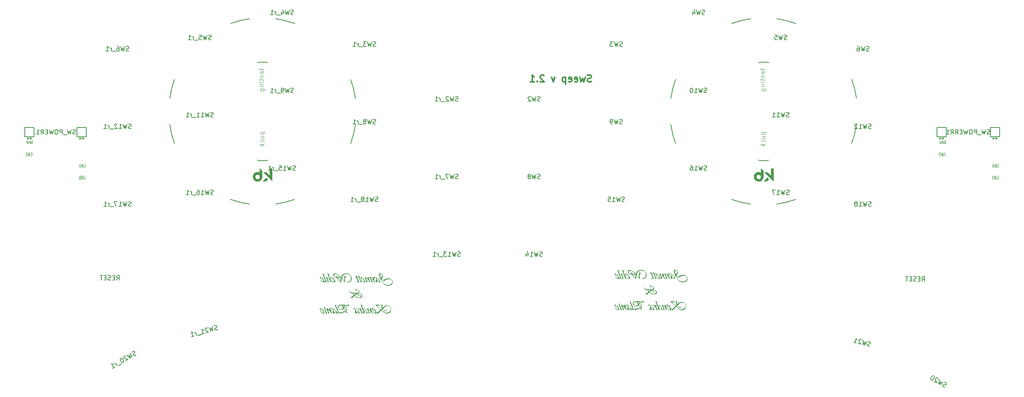
<source format=gbr>
%TF.GenerationSoftware,KiCad,Pcbnew,8.0.8*%
%TF.CreationDate,2025-01-23T20:59:21-05:00*%
%TF.ProjectId,sweepv2.1,73776565-7076-4322-9e31-2e6b69636164,rev?*%
%TF.SameCoordinates,Original*%
%TF.FileFunction,Legend,Bot*%
%TF.FilePolarity,Positive*%
%FSLAX46Y46*%
G04 Gerber Fmt 4.6, Leading zero omitted, Abs format (unit mm)*
G04 Created by KiCad (PCBNEW 8.0.8) date 2025-01-23 20:59:21*
%MOMM*%
%LPD*%
G01*
G04 APERTURE LIST*
%ADD10C,0.304800*%
%ADD11C,0.300000*%
%ADD12C,0.125000*%
%ADD13C,0.150000*%
%ADD14C,0.100000*%
%ADD15C,0.010000*%
%ADD16C,0.200000*%
G04 APERTURE END LIST*
D10*
G36*
X165668087Y-81051538D02*
G01*
X165680494Y-81122509D01*
X165704619Y-81246336D01*
X165729597Y-81365200D01*
X165755428Y-81479101D01*
X165782112Y-81588040D01*
X165809649Y-81692015D01*
X165838039Y-81791027D01*
X165874726Y-81907813D01*
X165897378Y-81974162D01*
X165937279Y-82081754D01*
X165980984Y-82188328D01*
X166028493Y-82293884D01*
X166079808Y-82398422D01*
X166134927Y-82501943D01*
X166193850Y-82604446D01*
X166218485Y-82645162D01*
X166301368Y-82776238D01*
X166385242Y-82898857D01*
X166470110Y-83013020D01*
X166555970Y-83118726D01*
X166642823Y-83215976D01*
X166730668Y-83304770D01*
X166819506Y-83385107D01*
X166909337Y-83456987D01*
X167000160Y-83520411D01*
X167091976Y-83575378D01*
X167184784Y-83621889D01*
X167278585Y-83659943D01*
X167373379Y-83689541D01*
X167517430Y-83718082D01*
X167663715Y-83727595D01*
X167776282Y-83722353D01*
X167887671Y-83706627D01*
X167997881Y-83680416D01*
X168093348Y-83648881D01*
X168106912Y-83643720D01*
X168210453Y-83598464D01*
X168304688Y-83546073D01*
X168389618Y-83486548D01*
X168465242Y-83419888D01*
X168537937Y-83335870D01*
X168595591Y-83244244D01*
X168638205Y-83145011D01*
X168665779Y-83038170D01*
X168678312Y-82923723D01*
X168679148Y-82883883D01*
X168670267Y-82768115D01*
X168643624Y-82659779D01*
X168599218Y-82558877D01*
X168537051Y-82465408D01*
X168457121Y-82379371D01*
X168426530Y-82352344D01*
X168344570Y-82291007D01*
X168256576Y-82240065D01*
X168162548Y-82199520D01*
X168062486Y-82169372D01*
X167956389Y-82149619D01*
X167844258Y-82140262D01*
X167797716Y-82139431D01*
X167685547Y-82143596D01*
X167571258Y-82156094D01*
X167454848Y-82176922D01*
X167336319Y-82206082D01*
X167215670Y-82243574D01*
X167092901Y-82289397D01*
X166968011Y-82343552D01*
X166841002Y-82406038D01*
X166711873Y-82476855D01*
X166624610Y-82528695D01*
X166536404Y-82584238D01*
X166491947Y-82613398D01*
X166675579Y-82734000D01*
X166766537Y-82675973D01*
X166860742Y-82621314D01*
X166958194Y-82570024D01*
X167058894Y-82522102D01*
X167162841Y-82477549D01*
X167270036Y-82436364D01*
X167313823Y-82420833D01*
X167421649Y-82385518D01*
X167524896Y-82356188D01*
X167623563Y-82332844D01*
X167735917Y-82312732D01*
X167841675Y-82301240D01*
X167924770Y-82298247D01*
X168026975Y-82303412D01*
X168137349Y-82322492D01*
X168238176Y-82355632D01*
X168329456Y-82402831D01*
X168388811Y-82445152D01*
X168468282Y-82523537D01*
X168525046Y-82611785D01*
X168559105Y-82709898D01*
X168570458Y-82817875D01*
X168561661Y-82918755D01*
X168535271Y-83019400D01*
X168496013Y-83110693D01*
X168443911Y-83197962D01*
X168380661Y-83277380D01*
X168306265Y-83348946D01*
X168290048Y-83362317D01*
X168203834Y-83420829D01*
X168109071Y-83467202D01*
X168010442Y-83503385D01*
X167986807Y-83510712D01*
X167879166Y-83538781D01*
X167771759Y-83557664D01*
X167664589Y-83567361D01*
X167605151Y-83568779D01*
X167488616Y-83563339D01*
X167375186Y-83547021D01*
X167264861Y-83519824D01*
X167157643Y-83481748D01*
X167053530Y-83432793D01*
X166952523Y-83372959D01*
X166854622Y-83302246D01*
X166759826Y-83220654D01*
X166668136Y-83128184D01*
X166579552Y-83024834D01*
X166522222Y-82949891D01*
X166458158Y-82856869D01*
X166395874Y-82757217D01*
X166345330Y-82669109D01*
X166296023Y-82576397D01*
X166247951Y-82479080D01*
X166201115Y-82377159D01*
X166156971Y-82274196D01*
X166117286Y-82173753D01*
X166082060Y-82075830D01*
X166051294Y-81980428D01*
X166020259Y-81869272D01*
X165995646Y-81761745D01*
X165933112Y-81446594D01*
X165895393Y-81256014D01*
X165888445Y-81220280D01*
X165990080Y-81218303D01*
X165997135Y-81218295D01*
X166127166Y-81218295D01*
X166227484Y-81229955D01*
X166245285Y-81234673D01*
X166336765Y-81280717D01*
X166385242Y-81329963D01*
X166430452Y-81423989D01*
X166437850Y-81487290D01*
X166420790Y-81589691D01*
X166394176Y-81647596D01*
X166332510Y-81732091D01*
X166262648Y-81807351D01*
X166234863Y-81834701D01*
X166166766Y-81911985D01*
X166120978Y-82004917D01*
X166115254Y-82049104D01*
X166130326Y-82153046D01*
X166170991Y-82247394D01*
X166206574Y-82301721D01*
X166275901Y-82377027D01*
X166364915Y-82422283D01*
X166395169Y-82425300D01*
X166492764Y-82396328D01*
X166522718Y-82369218D01*
X166566606Y-82276175D01*
X166571356Y-82223802D01*
X166564407Y-82149357D01*
X166498357Y-82227873D01*
X166415331Y-82288941D01*
X166372835Y-82298247D01*
X166279331Y-82260088D01*
X166257197Y-82177646D01*
X166294455Y-82085134D01*
X166365620Y-82004314D01*
X166389213Y-81982103D01*
X166465209Y-81899438D01*
X166519492Y-81810755D01*
X166552062Y-81716054D01*
X166562918Y-81615336D01*
X166552558Y-81506026D01*
X166521477Y-81404408D01*
X166469676Y-81310483D01*
X166397154Y-81224251D01*
X166310239Y-81152163D01*
X166215756Y-81100672D01*
X166113704Y-81069777D01*
X166004083Y-81059479D01*
X165876037Y-81059479D01*
X165757421Y-81059479D01*
X165668087Y-81051538D01*
G37*
G36*
X164999072Y-82749881D02*
G01*
X164957383Y-82809934D01*
X165045322Y-82866698D01*
X165134227Y-82910973D01*
X165234294Y-82950213D01*
X165345523Y-82984418D01*
X165396610Y-82997536D01*
X165378913Y-82891988D01*
X165346856Y-82790950D01*
X165306638Y-82691153D01*
X165264140Y-82598685D01*
X165213475Y-82497760D01*
X165277794Y-82577719D01*
X165343824Y-82651955D01*
X165423019Y-82731330D01*
X165504542Y-82802916D01*
X165576271Y-82858075D01*
X165668242Y-82918872D01*
X165760215Y-82966505D01*
X165856100Y-82994868D01*
X165886460Y-82997040D01*
X165978359Y-82953384D01*
X166000113Y-82859068D01*
X165988170Y-82750657D01*
X165958128Y-82652591D01*
X165909799Y-82551533D01*
X165853820Y-82462531D01*
X165809036Y-82401974D01*
X165733981Y-82313326D01*
X165652120Y-82230890D01*
X165563454Y-82154665D01*
X165467984Y-82084651D01*
X165383228Y-82031052D01*
X165330106Y-82000962D01*
X165228735Y-81949348D01*
X165127485Y-81906481D01*
X165026356Y-81872363D01*
X164925348Y-81846993D01*
X164824462Y-81830371D01*
X164723697Y-81822497D01*
X164683425Y-81821798D01*
X164622876Y-81869939D01*
X164660114Y-81967865D01*
X164671514Y-81989051D01*
X164771890Y-81982723D01*
X164864575Y-81980614D01*
X164967472Y-81985515D01*
X165066725Y-82000218D01*
X165185665Y-82032381D01*
X165298910Y-82079859D01*
X165385406Y-82128869D01*
X165468258Y-82187680D01*
X165547464Y-82256294D01*
X165585701Y-82294277D01*
X165661094Y-82380034D01*
X165720889Y-82465338D01*
X165770934Y-82564285D01*
X165799748Y-82662616D01*
X165807548Y-82746407D01*
X165760202Y-82835981D01*
X165741043Y-82838223D01*
X165642860Y-82797981D01*
X165557411Y-82731097D01*
X165549471Y-82724074D01*
X165471749Y-82648640D01*
X165399262Y-82565645D01*
X165338499Y-82484485D01*
X165319187Y-82456071D01*
X165261606Y-82361792D01*
X165212195Y-82263950D01*
X165170954Y-82162546D01*
X165137882Y-82057580D01*
X165122652Y-81995999D01*
X165052423Y-82071183D01*
X165035799Y-82153327D01*
X165052340Y-82259016D01*
X165096563Y-82358473D01*
X165153422Y-82441678D01*
X165051618Y-82414226D01*
X164991628Y-82394530D01*
X165019421Y-82452100D01*
X165063948Y-82551380D01*
X165104254Y-82645771D01*
X165140080Y-82740573D01*
X165150444Y-82785615D01*
X165129600Y-82806460D01*
X165033753Y-82768504D01*
X164999072Y-82749881D01*
G37*
G36*
X163926069Y-82758815D02*
G01*
X163887357Y-82822838D01*
X163983112Y-82882549D01*
X164074175Y-82926908D01*
X164172031Y-82963906D01*
X164276678Y-82993541D01*
X164323606Y-83003988D01*
X164304111Y-82901143D01*
X164276562Y-82803896D01*
X164238739Y-82696157D01*
X164201082Y-82602410D01*
X164156849Y-82501948D01*
X164106040Y-82394770D01*
X164048655Y-82280876D01*
X163957832Y-82108660D01*
X163916422Y-82016906D01*
X163913661Y-82002451D01*
X163928550Y-81980614D01*
X164018416Y-82025653D01*
X164084389Y-82075904D01*
X164165010Y-82144828D01*
X164237284Y-82214000D01*
X164308588Y-82289376D01*
X164315665Y-82297254D01*
X164387685Y-82382038D01*
X164456093Y-82472298D01*
X164520891Y-82568034D01*
X164582078Y-82669248D01*
X164639655Y-82775938D01*
X164683116Y-82865234D01*
X164714195Y-82934506D01*
X164815029Y-82966194D01*
X164915553Y-83005766D01*
X164944479Y-83017884D01*
X164898853Y-82923912D01*
X164854098Y-82828727D01*
X164810216Y-82732331D01*
X164767207Y-82634724D01*
X164725069Y-82535905D01*
X164683805Y-82435874D01*
X164667543Y-82395522D01*
X164630083Y-82300777D01*
X164593512Y-82204323D01*
X164558972Y-82104978D01*
X164537512Y-82014859D01*
X164561831Y-81980614D01*
X164647195Y-82006918D01*
X164679951Y-82018333D01*
X164694840Y-81941903D01*
X164593873Y-81911783D01*
X164499421Y-81880485D01*
X164400948Y-81843866D01*
X164330058Y-81814353D01*
X164292339Y-81796983D01*
X164286880Y-81845124D01*
X164304861Y-81951005D01*
X164338846Y-82057362D01*
X164382001Y-82169658D01*
X164427853Y-82278139D01*
X164471008Y-82374677D01*
X164504756Y-82409419D01*
X164492845Y-82372692D01*
X164421860Y-82295591D01*
X164352524Y-82223724D01*
X164271495Y-82144394D01*
X164192839Y-82072600D01*
X164116555Y-82008345D01*
X164067018Y-81969695D01*
X163985170Y-81912067D01*
X163891452Y-81858772D01*
X163794501Y-81825408D01*
X163756830Y-81821798D01*
X163674519Y-81881156D01*
X163672459Y-81905176D01*
X163702929Y-82010877D01*
X163744577Y-82105248D01*
X163794339Y-82207005D01*
X163845724Y-82306517D01*
X163857083Y-82328025D01*
X163908031Y-82424269D01*
X163962164Y-82528761D01*
X164013112Y-82630960D01*
X164057268Y-82727871D01*
X164074463Y-82783134D01*
X164052626Y-82806460D01*
X163954364Y-82775926D01*
X163945921Y-82771719D01*
X163926069Y-82758815D01*
G37*
G36*
X162820309Y-82758815D02*
G01*
X162781598Y-82822838D01*
X162877353Y-82882549D01*
X162968416Y-82926908D01*
X163066271Y-82963906D01*
X163170918Y-82993541D01*
X163217847Y-83003988D01*
X163198351Y-82901143D01*
X163170803Y-82803896D01*
X163132979Y-82696157D01*
X163095322Y-82602410D01*
X163051089Y-82501948D01*
X163000280Y-82394770D01*
X162942896Y-82280876D01*
X162852072Y-82108660D01*
X162810662Y-82016906D01*
X162807902Y-82002451D01*
X162822791Y-81980614D01*
X162912656Y-82025653D01*
X162978629Y-82075904D01*
X163059250Y-82144828D01*
X163131524Y-82214000D01*
X163202829Y-82289376D01*
X163209906Y-82297254D01*
X163281925Y-82382038D01*
X163350334Y-82472298D01*
X163415132Y-82568034D01*
X163476319Y-82669248D01*
X163533895Y-82775938D01*
X163577356Y-82865234D01*
X163608436Y-82934506D01*
X163709269Y-82966194D01*
X163809794Y-83005766D01*
X163838720Y-83017884D01*
X163793093Y-82923912D01*
X163748339Y-82828727D01*
X163704457Y-82732331D01*
X163661447Y-82634724D01*
X163619310Y-82535905D01*
X163578045Y-82435874D01*
X163561783Y-82395522D01*
X163524323Y-82300777D01*
X163487752Y-82204323D01*
X163453213Y-82104978D01*
X163431752Y-82014859D01*
X163456071Y-81980614D01*
X163541435Y-82006918D01*
X163574191Y-82018333D01*
X163589080Y-81941903D01*
X163488114Y-81911783D01*
X163393661Y-81880485D01*
X163295189Y-81843866D01*
X163224298Y-81814353D01*
X163186580Y-81796983D01*
X163181120Y-81845124D01*
X163199101Y-81951005D01*
X163233086Y-82057362D01*
X163276241Y-82169658D01*
X163322093Y-82278139D01*
X163365248Y-82374677D01*
X163398997Y-82409419D01*
X163387085Y-82372692D01*
X163316101Y-82295591D01*
X163246764Y-82223724D01*
X163165735Y-82144394D01*
X163087079Y-82072600D01*
X163010796Y-82008345D01*
X162961259Y-81969695D01*
X162879410Y-81912067D01*
X162785692Y-81858772D01*
X162688741Y-81825408D01*
X162651070Y-81821798D01*
X162568759Y-81881156D01*
X162566699Y-81905176D01*
X162597169Y-82010877D01*
X162638818Y-82105248D01*
X162688580Y-82207005D01*
X162739964Y-82306517D01*
X162751323Y-82328025D01*
X162802272Y-82424269D01*
X162856404Y-82528761D01*
X162907353Y-82630960D01*
X162951508Y-82727871D01*
X162968703Y-82783134D01*
X162946866Y-82806460D01*
X162848604Y-82775926D01*
X162840161Y-82771719D01*
X162820309Y-82758815D01*
G37*
G36*
X161883788Y-82333484D02*
G01*
X161848443Y-82426396D01*
X161847558Y-82437708D01*
X161870137Y-82535821D01*
X161922197Y-82622464D01*
X161993851Y-82704291D01*
X162038634Y-82746904D01*
X162122761Y-82818964D01*
X162202986Y-82878811D01*
X162294105Y-82934506D01*
X162393311Y-82977253D01*
X162497325Y-82996795D01*
X162509624Y-82997040D01*
X162611629Y-82973992D01*
X162674617Y-82896278D01*
X162688789Y-82801993D01*
X162680693Y-82697801D01*
X162656405Y-82591189D01*
X162621871Y-82495919D01*
X162574940Y-82398797D01*
X162559254Y-82370707D01*
X162498922Y-82275929D01*
X162431703Y-82188751D01*
X162357597Y-82109172D01*
X162276603Y-82037192D01*
X162227229Y-81999474D01*
X162136377Y-81939092D01*
X162049188Y-81891202D01*
X161952100Y-81851121D01*
X161847248Y-81826135D01*
X161785024Y-81821798D01*
X161686662Y-81848551D01*
X161658964Y-81916591D01*
X161690231Y-82012346D01*
X161714549Y-82049104D01*
X161780506Y-82124914D01*
X161851032Y-82184594D01*
X161937017Y-82236333D01*
X162028741Y-82278552D01*
X162043101Y-82284351D01*
X162140636Y-82317124D01*
X162223755Y-82330010D01*
X162310997Y-82275822D01*
X162338400Y-82215365D01*
X162238074Y-82233794D01*
X162221273Y-82234720D01*
X162115358Y-82222270D01*
X162016979Y-82184920D01*
X161974115Y-82159283D01*
X161897101Y-82091320D01*
X161861455Y-81999474D01*
X161931929Y-81948851D01*
X162034665Y-81969611D01*
X162129893Y-82024514D01*
X162207331Y-82093144D01*
X162236659Y-82124542D01*
X162303456Y-82207449D01*
X162362401Y-82298596D01*
X162408739Y-82387673D01*
X162422772Y-82418848D01*
X162460983Y-82520222D01*
X162486669Y-82623000D01*
X162495232Y-82716629D01*
X162465817Y-82811506D01*
X162391008Y-82838223D01*
X162287500Y-82816435D01*
X162196334Y-82763964D01*
X162127969Y-82706207D01*
X162052671Y-82623350D01*
X161990091Y-82535264D01*
X161938692Y-82447044D01*
X161890427Y-82348422D01*
X161883788Y-82333484D01*
G37*
G36*
X161031639Y-81790034D02*
G01*
X161068365Y-81853561D01*
X161263908Y-81853561D01*
X161270856Y-81868946D01*
X161311500Y-81963127D01*
X161350165Y-82055501D01*
X161393208Y-82159331D01*
X161414287Y-82210402D01*
X161455534Y-82309484D01*
X161498331Y-82410925D01*
X161538081Y-82504431D01*
X161548785Y-82529524D01*
X161587848Y-82623626D01*
X161623974Y-82719979D01*
X161648940Y-82818975D01*
X161649038Y-82822838D01*
X161603378Y-82869986D01*
X161504744Y-82831042D01*
X161422667Y-82768900D01*
X161397413Y-82746904D01*
X161358701Y-82812415D01*
X161438582Y-82873954D01*
X161530103Y-82929052D01*
X161564170Y-82945920D01*
X161659284Y-82982612D01*
X161747305Y-82997040D01*
X161844823Y-82965005D01*
X161867907Y-82895794D01*
X161845203Y-82798125D01*
X161811842Y-82704526D01*
X161770488Y-82600082D01*
X161749290Y-82548879D01*
X161603874Y-82205935D01*
X161562191Y-82105486D01*
X161522513Y-82009599D01*
X161482557Y-81912413D01*
X161463421Y-81864976D01*
X161458458Y-81853561D01*
X161645563Y-81853561D01*
X161606852Y-81790034D01*
X161580052Y-81790034D01*
X161480479Y-81780510D01*
X161428680Y-81756286D01*
X161371641Y-81666869D01*
X161327423Y-81569998D01*
X161318501Y-81548832D01*
X161278300Y-81535928D01*
X161175832Y-81531940D01*
X161121965Y-81527491D01*
X161160510Y-81623063D01*
X161185988Y-81682337D01*
X161227678Y-81781101D01*
X161231648Y-81790034D01*
X161031639Y-81790034D01*
G37*
G36*
X160467840Y-81790034D02*
G01*
X160504566Y-81853561D01*
X160700109Y-81853561D01*
X160707057Y-81868946D01*
X160747702Y-81963127D01*
X160786367Y-82055501D01*
X160829410Y-82159331D01*
X160850489Y-82210402D01*
X160891736Y-82309484D01*
X160934532Y-82410925D01*
X160974283Y-82504431D01*
X160984986Y-82529524D01*
X161024050Y-82623626D01*
X161060176Y-82719979D01*
X161085141Y-82818975D01*
X161085239Y-82822838D01*
X161039579Y-82869986D01*
X160940945Y-82831042D01*
X160858869Y-82768900D01*
X160833614Y-82746904D01*
X160794903Y-82812415D01*
X160874783Y-82873954D01*
X160966304Y-82929052D01*
X161000372Y-82945920D01*
X161095486Y-82982612D01*
X161183507Y-82997040D01*
X161281024Y-82965005D01*
X161304108Y-82895794D01*
X161281404Y-82798125D01*
X161248043Y-82704526D01*
X161206690Y-82600082D01*
X161185492Y-82548879D01*
X161040076Y-82205935D01*
X160998392Y-82105486D01*
X160958715Y-82009599D01*
X160918759Y-81912413D01*
X160899622Y-81864976D01*
X160894659Y-81853561D01*
X161081765Y-81853561D01*
X161043054Y-81790034D01*
X161016253Y-81790034D01*
X160916680Y-81780510D01*
X160864881Y-81756286D01*
X160807842Y-81666869D01*
X160763624Y-81569998D01*
X160754702Y-81548832D01*
X160714502Y-81535928D01*
X160612033Y-81531940D01*
X160558167Y-81527491D01*
X160596711Y-81623063D01*
X160622190Y-81682337D01*
X160663879Y-81781101D01*
X160667850Y-81790034D01*
X160467840Y-81790034D01*
G37*
G36*
X158624359Y-81032585D02*
G01*
X158750265Y-81047195D01*
X158870277Y-81071545D01*
X158984395Y-81105635D01*
X159092620Y-81149464D01*
X159194951Y-81203034D01*
X159291389Y-81266343D01*
X159381933Y-81339393D01*
X159464055Y-81419817D01*
X159535228Y-81505499D01*
X159595451Y-81596438D01*
X159644724Y-81692635D01*
X159683048Y-81794090D01*
X159710422Y-81900803D01*
X159726847Y-82012773D01*
X159732321Y-82130001D01*
X159731391Y-82176516D01*
X159720922Y-82288341D01*
X159698821Y-82393793D01*
X159665088Y-82492871D01*
X159619723Y-82585577D01*
X159562726Y-82671908D01*
X159494097Y-82751867D01*
X159463820Y-82781555D01*
X159383770Y-82847398D01*
X159297491Y-82901269D01*
X159204985Y-82943168D01*
X159106251Y-82973097D01*
X159001288Y-82991054D01*
X158890098Y-82997040D01*
X158878754Y-82996976D01*
X158769684Y-82989357D01*
X158668562Y-82969040D01*
X158566509Y-82932024D01*
X158583880Y-82877431D01*
X158626220Y-82888070D01*
X158725326Y-82901750D01*
X158769774Y-82900796D01*
X158876806Y-82890065D01*
X158977997Y-82867412D01*
X159073349Y-82832835D01*
X159162860Y-82786336D01*
X159246531Y-82727914D01*
X159324362Y-82657569D01*
X159353329Y-82626506D01*
X159417572Y-82544657D01*
X159470135Y-82456823D01*
X159511016Y-82363003D01*
X159540218Y-82263198D01*
X159557739Y-82157406D01*
X159563579Y-82045630D01*
X159562524Y-81997000D01*
X159550659Y-81880379D01*
X159525612Y-81770834D01*
X159487381Y-81668365D01*
X159435967Y-81572972D01*
X159371371Y-81484656D01*
X159293591Y-81403415D01*
X159223605Y-81345139D01*
X159129121Y-81283220D01*
X159026858Y-81233442D01*
X158916816Y-81195805D01*
X158798995Y-81170309D01*
X158699138Y-81158654D01*
X158594302Y-81154768D01*
X158548090Y-81155565D01*
X158435867Y-81164529D01*
X158328370Y-81183453D01*
X158225598Y-81212337D01*
X158127552Y-81251181D01*
X158034231Y-81299985D01*
X157945636Y-81358748D01*
X157911787Y-81384789D01*
X157832795Y-81454639D01*
X157761849Y-81531275D01*
X157698949Y-81614696D01*
X157644094Y-81704903D01*
X157597285Y-81801895D01*
X157558521Y-81905673D01*
X157647880Y-81928203D01*
X157738529Y-81973957D01*
X157822057Y-82035704D01*
X157867765Y-82078440D01*
X157930811Y-82163493D01*
X157956555Y-82262017D01*
X157952429Y-82288693D01*
X157890547Y-82370211D01*
X157888955Y-82350211D01*
X157865970Y-82243545D01*
X157810045Y-82147990D01*
X157722771Y-82083546D01*
X157623015Y-82053070D01*
X157522291Y-82045133D01*
X157520802Y-82052578D01*
X157528247Y-82061511D01*
X157593602Y-82135494D01*
X157666046Y-82218547D01*
X157731965Y-82295353D01*
X157800623Y-82377066D01*
X157868213Y-82460041D01*
X157879210Y-82473639D01*
X157948428Y-82559022D01*
X158017461Y-82643606D01*
X158082615Y-82721592D01*
X158083379Y-82585616D01*
X158085669Y-82454439D01*
X158089485Y-82328059D01*
X158094829Y-82206478D01*
X158101699Y-82089695D01*
X158110096Y-81977710D01*
X158120020Y-81870523D01*
X158131470Y-81768135D01*
X158149112Y-81639081D01*
X158169468Y-81518557D01*
X158222076Y-81552306D01*
X158269714Y-81584096D01*
X158357566Y-81639655D01*
X158503975Y-81726508D01*
X158539213Y-81749834D01*
X158498516Y-81831724D01*
X158479152Y-81814508D01*
X158391811Y-81758271D01*
X158337218Y-81810383D01*
X158323665Y-81881146D01*
X158311813Y-81985422D01*
X158302973Y-82086823D01*
X158300225Y-82120182D01*
X158292504Y-82219320D01*
X158283431Y-82349304D01*
X158275754Y-82476776D01*
X158269473Y-82601735D01*
X158264587Y-82724182D01*
X158261098Y-82844117D01*
X158259004Y-82961538D01*
X158258306Y-83076448D01*
X158203217Y-83011929D01*
X157857294Y-82579154D01*
X157853456Y-82574406D01*
X157788029Y-82495395D01*
X157718082Y-82412769D01*
X157649840Y-82332988D01*
X157594202Y-82268228D01*
X157525765Y-82188564D01*
X157502921Y-82156935D01*
X157496821Y-82200107D01*
X157482159Y-82317635D01*
X157470164Y-82435986D01*
X157460834Y-82555162D01*
X157454170Y-82675161D01*
X157450171Y-82795984D01*
X157448838Y-82917631D01*
X157450327Y-83084885D01*
X157400068Y-83038879D01*
X157316264Y-82959972D01*
X157232411Y-82878279D01*
X157148510Y-82793798D01*
X157064560Y-82706531D01*
X156980562Y-82616477D01*
X156913329Y-82542427D01*
X156848058Y-82468951D01*
X156772379Y-82381578D01*
X156703267Y-82299172D01*
X156640723Y-82221734D01*
X156574339Y-82135366D01*
X156522665Y-82063000D01*
X156662697Y-82063000D01*
X156673208Y-82080869D01*
X156730394Y-82169004D01*
X156794805Y-82257958D01*
X156861648Y-82343986D01*
X156926729Y-82423811D01*
X156971962Y-82477575D01*
X157038213Y-82553712D01*
X157113079Y-82635703D01*
X157185333Y-82710332D01*
X157264710Y-82786608D01*
X157264710Y-82774696D01*
X157265282Y-82689535D01*
X157267822Y-82581442D01*
X157272393Y-82479584D01*
X157280964Y-82361029D01*
X157292710Y-82252216D01*
X157307631Y-82153145D01*
X157329726Y-82047118D01*
X157318311Y-82048607D01*
X157219415Y-82057884D01*
X157116563Y-82066281D01*
X157015534Y-82072679D01*
X156905388Y-82075904D01*
X156871740Y-82075702D01*
X156768919Y-82072262D01*
X156662697Y-82063000D01*
X156522665Y-82063000D01*
X156508843Y-82043644D01*
X156486012Y-82039115D01*
X156375517Y-82012732D01*
X156271128Y-81980121D01*
X156172847Y-81941282D01*
X156080673Y-81896215D01*
X155994605Y-81844920D01*
X155899385Y-81775145D01*
X155829469Y-81712281D01*
X155761212Y-81634253D01*
X155703146Y-81539648D01*
X155668307Y-81441196D01*
X155666215Y-81422771D01*
X155834866Y-81422771D01*
X155835070Y-81435828D01*
X155851433Y-81535639D01*
X155893975Y-81627199D01*
X155962697Y-81710507D01*
X156044305Y-81776634D01*
X156116641Y-81819037D01*
X156216113Y-81859547D01*
X156320615Y-81889162D01*
X156424472Y-81910139D01*
X156414178Y-81892408D01*
X156368406Y-81800379D01*
X156332133Y-81702728D01*
X156305360Y-81599455D01*
X156696445Y-81599455D01*
X156696445Y-81684818D01*
X156652274Y-81687300D01*
X156620390Y-81690613D01*
X156541599Y-81753308D01*
X156554255Y-81834205D01*
X156592222Y-81927014D01*
X156735653Y-81917088D01*
X156843167Y-81916541D01*
X156955526Y-81914903D01*
X157055690Y-81912629D01*
X157159413Y-81909552D01*
X157266696Y-81905673D01*
X157225858Y-81861429D01*
X157145197Y-81777154D01*
X157065890Y-81698498D01*
X156987936Y-81625460D01*
X156911335Y-81558041D01*
X156798970Y-81467446D01*
X156689651Y-81389492D01*
X156583376Y-81324180D01*
X156480146Y-81271508D01*
X156379960Y-81231478D01*
X156251116Y-81197768D01*
X156127684Y-81186532D01*
X156111089Y-81186788D01*
X156007083Y-81202910D01*
X155914274Y-81252044D01*
X155857277Y-81321938D01*
X155834866Y-81422771D01*
X155666215Y-81422771D01*
X155656694Y-81338896D01*
X155660305Y-81289291D01*
X155692912Y-81193905D01*
X155759428Y-81115064D01*
X155821692Y-81072840D01*
X155918633Y-81038037D01*
X156021475Y-81027715D01*
X156133893Y-81034991D01*
X156247812Y-81056819D01*
X156343890Y-81086124D01*
X156441011Y-81125535D01*
X156539173Y-81175051D01*
X156638378Y-81234673D01*
X156698990Y-81275487D01*
X156782221Y-81336447D01*
X156868213Y-81404882D01*
X156956966Y-81480793D01*
X157048479Y-81564179D01*
X157142753Y-81655041D01*
X157215270Y-81728094D01*
X157289340Y-81805351D01*
X157364963Y-81886813D01*
X157385884Y-81812702D01*
X157418934Y-81718692D01*
X157468535Y-81608900D01*
X157527345Y-81507686D01*
X157595364Y-81415051D01*
X157672591Y-81330995D01*
X157759027Y-81255518D01*
X157853620Y-81189891D01*
X157955628Y-81135388D01*
X158065052Y-81092007D01*
X158181891Y-81059750D01*
X158280702Y-81041953D01*
X158384258Y-81031275D01*
X158492560Y-81027715D01*
X158624359Y-81032585D01*
G37*
G36*
X155308786Y-82333484D02*
G01*
X155273441Y-82426396D01*
X155272556Y-82437708D01*
X155295135Y-82535821D01*
X155347195Y-82622464D01*
X155418849Y-82704291D01*
X155463632Y-82746904D01*
X155547759Y-82818964D01*
X155627984Y-82878811D01*
X155719104Y-82934506D01*
X155818309Y-82977253D01*
X155922323Y-82996795D01*
X155934623Y-82997040D01*
X156036627Y-82973992D01*
X156099615Y-82896278D01*
X156113787Y-82801993D01*
X156105691Y-82697801D01*
X156081404Y-82591189D01*
X156046870Y-82495919D01*
X155999939Y-82398797D01*
X155984253Y-82370707D01*
X155923921Y-82275929D01*
X155856701Y-82188751D01*
X155782595Y-82109172D01*
X155701601Y-82037192D01*
X155652227Y-81999474D01*
X155561375Y-81939092D01*
X155474187Y-81891202D01*
X155377098Y-81851121D01*
X155272247Y-81826135D01*
X155210022Y-81821798D01*
X155111661Y-81848551D01*
X155083962Y-81916591D01*
X155115229Y-82012346D01*
X155139548Y-82049104D01*
X155205504Y-82124914D01*
X155276030Y-82184594D01*
X155362015Y-82236333D01*
X155453739Y-82278552D01*
X155468099Y-82284351D01*
X155565634Y-82317124D01*
X155648753Y-82330010D01*
X155735995Y-82275822D01*
X155763399Y-82215365D01*
X155663072Y-82233794D01*
X155646271Y-82234720D01*
X155540357Y-82222270D01*
X155441977Y-82184920D01*
X155399113Y-82159283D01*
X155322099Y-82091320D01*
X155286453Y-81999474D01*
X155356928Y-81948851D01*
X155459663Y-81969611D01*
X155554891Y-82024514D01*
X155632329Y-82093144D01*
X155661657Y-82124542D01*
X155728454Y-82207449D01*
X155787399Y-82298596D01*
X155833737Y-82387673D01*
X155847770Y-82418848D01*
X155885981Y-82520222D01*
X155911668Y-82623000D01*
X155920230Y-82716629D01*
X155890815Y-82811506D01*
X155816006Y-82838223D01*
X155712499Y-82816435D01*
X155621332Y-82763964D01*
X155552967Y-82706207D01*
X155477669Y-82623350D01*
X155415089Y-82535264D01*
X155363690Y-82447044D01*
X155315425Y-82348422D01*
X155308786Y-82333484D01*
G37*
G36*
X154316680Y-82763282D02*
G01*
X154272509Y-82826808D01*
X154363954Y-82872557D01*
X154465764Y-82917678D01*
X154564962Y-82957258D01*
X154644735Y-82986617D01*
X154702306Y-83007462D01*
X154686469Y-82900807D01*
X154658743Y-82791723D01*
X154627054Y-82691230D01*
X154586912Y-82578980D01*
X154538317Y-82454975D01*
X154496323Y-82354255D01*
X154449576Y-82246923D01*
X154398073Y-82132979D01*
X154360967Y-82040775D01*
X154354895Y-82008903D01*
X154371273Y-81980614D01*
X154459936Y-82028121D01*
X154491378Y-82052578D01*
X154568785Y-82120676D01*
X154639303Y-82193096D01*
X154666076Y-82223306D01*
X154731309Y-82300046D01*
X154796479Y-82383363D01*
X154861588Y-82473255D01*
X154918507Y-82557306D01*
X154926634Y-82569724D01*
X154980266Y-82654704D01*
X155034115Y-82746706D01*
X155085203Y-82843682D01*
X155122177Y-82924083D01*
X155223376Y-82947006D01*
X155316727Y-82983632D01*
X155346505Y-82998032D01*
X155313749Y-82922098D01*
X155273136Y-82826645D01*
X155233804Y-82732664D01*
X155195755Y-82640156D01*
X155153841Y-82536235D01*
X155138555Y-82497760D01*
X154975272Y-82085830D01*
X154809011Y-81674892D01*
X154774696Y-81581630D01*
X154741196Y-81485549D01*
X154709557Y-81384311D01*
X154689898Y-81285296D01*
X154718684Y-81250058D01*
X154793129Y-81278348D01*
X154827870Y-81298200D01*
X154853678Y-81223258D01*
X154753439Y-81186447D01*
X154655398Y-81144689D01*
X154559555Y-81097985D01*
X154507260Y-81069901D01*
X154458622Y-81041612D01*
X154455644Y-81107620D01*
X154467275Y-81210132D01*
X154492052Y-81311060D01*
X154526119Y-81418305D01*
X154563408Y-81521961D01*
X154605993Y-81633757D01*
X154648971Y-81743101D01*
X154688256Y-81841167D01*
X154731900Y-81948647D01*
X154779902Y-82065542D01*
X154805537Y-82127519D01*
X154956909Y-82493294D01*
X154988176Y-82526546D01*
X154976761Y-82487338D01*
X154910510Y-82406745D01*
X154815577Y-82295605D01*
X154725973Y-82196164D01*
X154641700Y-82108422D01*
X154562758Y-82032379D01*
X154465793Y-81949186D01*
X154378304Y-81886792D01*
X154282270Y-81838046D01*
X154201042Y-81821798D01*
X154120183Y-81881156D01*
X154118159Y-81905176D01*
X154142555Y-82006835D01*
X154169775Y-82072430D01*
X154256627Y-82264995D01*
X154307576Y-82379679D01*
X154351731Y-82481537D01*
X154397372Y-82590823D01*
X154438131Y-82695512D01*
X154468700Y-82790204D01*
X154474007Y-82823334D01*
X154457629Y-82838223D01*
X154366668Y-82797944D01*
X154341991Y-82781645D01*
X154316680Y-82763282D01*
G37*
G36*
X153358322Y-81035656D02*
G01*
X153369222Y-81138818D01*
X153395918Y-81251474D01*
X153430400Y-81362442D01*
X153465994Y-81462400D01*
X153508707Y-81572300D01*
X153558539Y-81692141D01*
X153586124Y-81755790D01*
X153633449Y-81864885D01*
X153677777Y-81968090D01*
X153719108Y-82065406D01*
X153775484Y-82200337D01*
X153825116Y-82322015D01*
X153868005Y-82430442D01*
X153904150Y-82525617D01*
X153941854Y-82631903D01*
X153972124Y-82731631D01*
X153983661Y-82794549D01*
X153949913Y-82838223D01*
X153861509Y-82788252D01*
X153815912Y-82750378D01*
X153785637Y-82725563D01*
X153740970Y-82786608D01*
X153826477Y-82858122D01*
X153914680Y-82922854D01*
X154009799Y-82976490D01*
X154091359Y-82997040D01*
X154177087Y-82945083D01*
X154191115Y-82864031D01*
X154178357Y-82760607D01*
X154149777Y-82655570D01*
X154133048Y-82605954D01*
X154093716Y-82501110D01*
X154051027Y-82393002D01*
X154006815Y-82283612D01*
X153965793Y-82183468D01*
X153919745Y-82072094D01*
X153868673Y-81949493D01*
X153855119Y-81917088D01*
X153722607Y-81598958D01*
X153682127Y-81501266D01*
X153645486Y-81408507D01*
X153610939Y-81308901D01*
X153603495Y-81271896D01*
X153630791Y-81250058D01*
X153700273Y-81265940D01*
X153736503Y-81276859D01*
X153759829Y-81207376D01*
X153725088Y-81192984D01*
X153625096Y-81153564D01*
X153524370Y-81111945D01*
X153428331Y-81069498D01*
X153358322Y-81035656D01*
G37*
G36*
X152952347Y-82333484D02*
G01*
X152917002Y-82426396D01*
X152916117Y-82437708D01*
X152938695Y-82535821D01*
X152990756Y-82622464D01*
X153062410Y-82704291D01*
X153107193Y-82746904D01*
X153191320Y-82818964D01*
X153271544Y-82878811D01*
X153362664Y-82934506D01*
X153461870Y-82977253D01*
X153565884Y-82996795D01*
X153578183Y-82997040D01*
X153680188Y-82973992D01*
X153743176Y-82896278D01*
X153757348Y-82801993D01*
X153749252Y-82697801D01*
X153724964Y-82591189D01*
X153690430Y-82495919D01*
X153643499Y-82398797D01*
X153627813Y-82370707D01*
X153567481Y-82275929D01*
X153500262Y-82188751D01*
X153426155Y-82109172D01*
X153345162Y-82037192D01*
X153295788Y-81999474D01*
X153204935Y-81939092D01*
X153117747Y-81891202D01*
X153020659Y-81851121D01*
X152915807Y-81826135D01*
X152853583Y-81821798D01*
X152755221Y-81848551D01*
X152727522Y-81916591D01*
X152758789Y-82012346D01*
X152783108Y-82049104D01*
X152849064Y-82124914D01*
X152919591Y-82184594D01*
X153005575Y-82236333D01*
X153097300Y-82278552D01*
X153111660Y-82284351D01*
X153209195Y-82317124D01*
X153292314Y-82330010D01*
X153379556Y-82275822D01*
X153406959Y-82215365D01*
X153306633Y-82233794D01*
X153289832Y-82234720D01*
X153183917Y-82222270D01*
X153085538Y-82184920D01*
X153042674Y-82159283D01*
X152965660Y-82091320D01*
X152930013Y-81999474D01*
X153000488Y-81948851D01*
X153103224Y-81969611D01*
X153198451Y-82024514D01*
X153275890Y-82093144D01*
X153305217Y-82124542D01*
X153372014Y-82207449D01*
X153430960Y-82298596D01*
X153477298Y-82387673D01*
X153491330Y-82418848D01*
X153529542Y-82520222D01*
X153555228Y-82623000D01*
X153563790Y-82716629D01*
X153534376Y-82811506D01*
X153459567Y-82838223D01*
X153356059Y-82816435D01*
X153264893Y-82763964D01*
X153196527Y-82706207D01*
X153121230Y-82623350D01*
X153058650Y-82535264D01*
X153007250Y-82447044D01*
X152958986Y-82348422D01*
X152952347Y-82333484D01*
G37*
G36*
X160638562Y-84474796D02*
G01*
X160749381Y-84487254D01*
X160858420Y-84512170D01*
X160965679Y-84549543D01*
X161071159Y-84599375D01*
X161157699Y-84650418D01*
X161204175Y-84682411D01*
X161283412Y-84748516D01*
X161352745Y-84829211D01*
X161401507Y-84926145D01*
X161417761Y-85028104D01*
X161405669Y-85110611D01*
X161351929Y-85198515D01*
X161264900Y-85256899D01*
X161213351Y-85276915D01*
X161115145Y-85301886D01*
X161013337Y-85316610D01*
X160914279Y-85323938D01*
X160804332Y-85326381D01*
X160822953Y-85341784D01*
X160922948Y-85359633D01*
X160941874Y-85360514D01*
X161049099Y-85366330D01*
X161160477Y-85374262D01*
X161269679Y-85384840D01*
X161379049Y-85400330D01*
X161471893Y-85420763D01*
X161570661Y-85451749D01*
X161665912Y-85491649D01*
X161725603Y-85523427D01*
X161812041Y-85582379D01*
X161894239Y-85663007D01*
X161952952Y-85754418D01*
X161988180Y-85856611D01*
X161999922Y-85969587D01*
X161995754Y-86030973D01*
X161967244Y-86131147D01*
X161911724Y-86218052D01*
X161829195Y-86291687D01*
X161784652Y-86319604D01*
X161685143Y-86364271D01*
X161586674Y-86391141D01*
X161477565Y-86406612D01*
X161375575Y-86410800D01*
X161342057Y-86410311D01*
X161240550Y-86402983D01*
X161137612Y-86386861D01*
X161033244Y-86361945D01*
X160927444Y-86328235D01*
X160820214Y-86285732D01*
X160784403Y-86269704D01*
X160679761Y-86217645D01*
X160579306Y-86159619D01*
X160483039Y-86095625D01*
X160390960Y-86025664D01*
X160303068Y-85949735D01*
X160290164Y-85960158D01*
X160259232Y-85987480D01*
X160182124Y-86056547D01*
X160105330Y-86126706D01*
X160028852Y-86197955D01*
X159952689Y-86270294D01*
X159876840Y-86343724D01*
X159801307Y-86418244D01*
X159761603Y-86457948D01*
X159729343Y-86421718D01*
X159673185Y-86360173D01*
X159603779Y-86286724D01*
X159597262Y-86280015D01*
X159523209Y-86202504D01*
X159453400Y-86124930D01*
X159509482Y-86075796D01*
X159582281Y-86139938D01*
X159670780Y-86188456D01*
X159731556Y-86164048D01*
X159812412Y-86105264D01*
X159888160Y-86040559D01*
X159895408Y-86034232D01*
X159971203Y-85968138D01*
X160048961Y-85900602D01*
X160063577Y-85888690D01*
X160379002Y-85888690D01*
X160418690Y-85929534D01*
X160493445Y-85995749D01*
X160574944Y-86055267D01*
X160663188Y-86108088D01*
X160758176Y-86154212D01*
X160814599Y-86177127D01*
X160914982Y-86209876D01*
X161017455Y-86233269D01*
X161122018Y-86247305D01*
X161228670Y-86251983D01*
X161245190Y-86251883D01*
X161354886Y-86245593D01*
X161454179Y-86229519D01*
X161554921Y-86199167D01*
X161652015Y-86149745D01*
X161661664Y-86143260D01*
X161741305Y-86071374D01*
X161793531Y-85977521D01*
X161808846Y-85878764D01*
X161808609Y-85865161D01*
X161789610Y-85764047D01*
X161740212Y-85676644D01*
X161660416Y-85602951D01*
X161565659Y-85549716D01*
X161552781Y-85544068D01*
X161448438Y-85509547D01*
X161339231Y-85486952D01*
X161234283Y-85473054D01*
X161116661Y-85463639D01*
X161013438Y-85459335D01*
X160902104Y-85457901D01*
X160843806Y-85458127D01*
X160907860Y-85462594D01*
X161007824Y-85487235D01*
X161106611Y-85532997D01*
X161193433Y-85591406D01*
X161204058Y-85599729D01*
X161284512Y-85675506D01*
X161341858Y-85761544D01*
X161366145Y-85867349D01*
X161365077Y-85886510D01*
X161323279Y-85978977D01*
X161244552Y-86042048D01*
X161248698Y-86014177D01*
X161258944Y-85913505D01*
X161258246Y-85888412D01*
X161236533Y-85784460D01*
X161179536Y-85697118D01*
X161158684Y-85678274D01*
X161064878Y-85629986D01*
X160963645Y-85616717D01*
X160866005Y-85628093D01*
X160763873Y-85658509D01*
X160671323Y-85697614D01*
X160639575Y-85713040D01*
X160549722Y-85762405D01*
X160459370Y-85822688D01*
X160379002Y-85888690D01*
X160063577Y-85888690D01*
X160161622Y-85808786D01*
X160162118Y-85808290D01*
X160151199Y-85793400D01*
X160114285Y-85741718D01*
X160054861Y-85648506D01*
X160004466Y-85555058D01*
X159963101Y-85461375D01*
X160134822Y-85461375D01*
X160164501Y-85550234D01*
X160206320Y-85644657D01*
X160258897Y-85729874D01*
X160273786Y-85718459D01*
X160336451Y-85671894D01*
X160436511Y-85604465D01*
X160531094Y-85549758D01*
X160637365Y-85500903D01*
X160735749Y-85470369D01*
X160838486Y-85458147D01*
X160518463Y-85459390D01*
X160183459Y-85460878D01*
X160134822Y-85461375D01*
X159963101Y-85461375D01*
X159928813Y-85460651D01*
X159828774Y-85449789D01*
X159722593Y-85422435D01*
X159621646Y-85378989D01*
X159613498Y-85374649D01*
X159525216Y-85319107D01*
X159447097Y-85256197D01*
X159371014Y-85181461D01*
X159349461Y-85157622D01*
X159284449Y-85071254D01*
X159250412Y-84973510D01*
X159292654Y-84878314D01*
X159383917Y-84828590D01*
X159380732Y-84838084D01*
X159357613Y-84936288D01*
X159371960Y-85032989D01*
X159420880Y-85120551D01*
X159504519Y-85188409D01*
X159566779Y-85215227D01*
X159668835Y-85239501D01*
X159781526Y-85254297D01*
X159893216Y-85262389D01*
X159994205Y-85266088D01*
X160105540Y-85267321D01*
X160187819Y-85267152D01*
X160304092Y-85266267D01*
X160411789Y-85264622D01*
X160542045Y-85261249D01*
X160657055Y-85256526D01*
X160756819Y-85250454D01*
X160860085Y-85240967D01*
X160964638Y-85224143D01*
X161075639Y-85187295D01*
X161169115Y-85127793D01*
X161231710Y-85038681D01*
X161249515Y-84939762D01*
X161241202Y-84873692D01*
X161192233Y-84780882D01*
X161116506Y-84716426D01*
X161072435Y-84692120D01*
X160970189Y-84655867D01*
X160862089Y-84637328D01*
X160753213Y-84632055D01*
X160651968Y-84652403D01*
X160625167Y-84726352D01*
X160630962Y-84780825D01*
X160655442Y-84878221D01*
X160581989Y-84902539D01*
X160577667Y-84888317D01*
X160546814Y-84791368D01*
X160510274Y-84686152D01*
X160472369Y-84586892D01*
X160433099Y-84493587D01*
X160481434Y-84483751D01*
X160582485Y-84473239D01*
X160638562Y-84474796D01*
G37*
G36*
X166132129Y-87822479D02*
G01*
X166337102Y-87934147D01*
X166353737Y-87943022D01*
X166444634Y-87988446D01*
X166541081Y-88032415D01*
X166570860Y-88045815D01*
X166537607Y-88120260D01*
X166498896Y-88106860D01*
X166478338Y-88099997D01*
X166378295Y-88077578D01*
X166348020Y-88113312D01*
X166348450Y-88121355D01*
X166362447Y-88219801D01*
X166386347Y-88322147D01*
X166416521Y-88428902D01*
X166449266Y-88533183D01*
X166455221Y-88552043D01*
X166519500Y-88489059D01*
X166598824Y-88416392D01*
X166677008Y-88350463D01*
X166769326Y-88280240D01*
X166860004Y-88219718D01*
X166949041Y-88168898D01*
X167008186Y-88140050D01*
X167113295Y-88098822D01*
X167220446Y-88069374D01*
X167329640Y-88051705D01*
X167440876Y-88045815D01*
X167489533Y-88046724D01*
X167606459Y-88056953D01*
X167716649Y-88078548D01*
X167820102Y-88111508D01*
X167916817Y-88155833D01*
X168006796Y-88211524D01*
X168090038Y-88278580D01*
X168120989Y-88308114D01*
X168189631Y-88386325D01*
X168245792Y-88470789D01*
X168289473Y-88561504D01*
X168320673Y-88658472D01*
X168339393Y-88761692D01*
X168345634Y-88871164D01*
X168344787Y-88916608D01*
X168336231Y-89019997D01*
X168318460Y-89119681D01*
X168291475Y-89215660D01*
X168249351Y-89320814D01*
X168196154Y-89418523D01*
X168133341Y-89506182D01*
X168060912Y-89583791D01*
X167978867Y-89651350D01*
X167948788Y-89672325D01*
X167855691Y-89727129D01*
X167758302Y-89769755D01*
X167656620Y-89800202D01*
X167550646Y-89818470D01*
X167440380Y-89824560D01*
X167338262Y-89820058D01*
X167238866Y-89806553D01*
X167126344Y-89779418D01*
X167017527Y-89740029D01*
X166927204Y-89696514D01*
X166866516Y-89661307D01*
X166770307Y-89596982D01*
X166685388Y-89532821D01*
X166596155Y-89459064D01*
X166521664Y-89393149D01*
X166444411Y-89321093D01*
X166364398Y-89242894D01*
X166201115Y-89081596D01*
X166186722Y-89095493D01*
X166164365Y-89116655D01*
X166091128Y-89187088D01*
X166018383Y-89258062D01*
X165944031Y-89331236D01*
X165857563Y-89416446D01*
X165774658Y-89497439D01*
X165695315Y-89574215D01*
X165619535Y-89646775D01*
X165533301Y-89728281D01*
X165452196Y-89803715D01*
X165414973Y-89838952D01*
X165387956Y-89814471D01*
X165311743Y-89744283D01*
X165232001Y-89668572D01*
X165152965Y-89590187D01*
X165079474Y-89512386D01*
X165141015Y-89459282D01*
X165162852Y-89482111D01*
X165233296Y-89550492D01*
X165323158Y-89602216D01*
X165349556Y-89595733D01*
X165434754Y-89538176D01*
X165513241Y-89466726D01*
X165967208Y-89024025D01*
X166259679Y-89024025D01*
X166350502Y-89115841D01*
X166370365Y-89135799D01*
X166447559Y-89211551D01*
X166521140Y-89280774D01*
X166608034Y-89358119D01*
X166689281Y-89425263D01*
X166779325Y-89492369D01*
X166874100Y-89552090D01*
X166925762Y-89578727D01*
X167019976Y-89616797D01*
X167119036Y-89643989D01*
X167222941Y-89660305D01*
X167331690Y-89665743D01*
X167405459Y-89663261D01*
X167524162Y-89648093D01*
X167637557Y-89619137D01*
X167745646Y-89576391D01*
X167848427Y-89519857D01*
X167945902Y-89449534D01*
X168020060Y-89383347D01*
X168047525Y-89355434D01*
X168119289Y-89267275D01*
X168175106Y-89172485D01*
X168214974Y-89071065D01*
X168238896Y-88963015D01*
X168246870Y-88848335D01*
X168244280Y-88780597D01*
X168227282Y-88669856D01*
X168194421Y-88569043D01*
X168145695Y-88478156D01*
X168081105Y-88397196D01*
X168053828Y-88370032D01*
X167967018Y-88299053D01*
X167872740Y-88243847D01*
X167770994Y-88204414D01*
X167661781Y-88180755D01*
X167545099Y-88172868D01*
X167485861Y-88174838D01*
X167383724Y-88187764D01*
X167283535Y-88212755D01*
X167185293Y-88249809D01*
X167088998Y-88298929D01*
X167032598Y-88333701D01*
X166940757Y-88398073D01*
X166857586Y-88462912D01*
X166768380Y-88537929D01*
X166692671Y-88605271D01*
X166613099Y-88679127D01*
X166529667Y-88759497D01*
X166554877Y-88815389D01*
X166608043Y-88916355D01*
X166664870Y-89002898D01*
X166741050Y-89090792D01*
X166822950Y-89156150D01*
X166928778Y-89204830D01*
X167042842Y-89221057D01*
X167079885Y-89219181D01*
X167181937Y-89185836D01*
X167251031Y-89110809D01*
X167285037Y-89007647D01*
X167315135Y-89071711D01*
X167342112Y-89167953D01*
X167333491Y-89219144D01*
X167269156Y-89297984D01*
X167192987Y-89333963D01*
X167088998Y-89348110D01*
X167012863Y-89341294D01*
X166913928Y-89312500D01*
X166824997Y-89267988D01*
X166735135Y-89205672D01*
X166691027Y-89168930D01*
X166618912Y-89099183D01*
X166553256Y-89022501D01*
X166494061Y-88938885D01*
X166441325Y-88848335D01*
X166259679Y-89024025D01*
X165967208Y-89024025D01*
X166053217Y-88940150D01*
X166030387Y-88916328D01*
X166005944Y-88891203D01*
X165935470Y-88820480D01*
X165863723Y-88749524D01*
X165791565Y-88678665D01*
X165708164Y-88597144D01*
X165633346Y-88524250D01*
X165621697Y-88512846D01*
X165543250Y-88435796D01*
X165466682Y-88360284D01*
X165379936Y-88274498D01*
X165303211Y-88198470D01*
X165219972Y-88115867D01*
X165130219Y-88026688D01*
X165058629Y-87955488D01*
X164982199Y-87877569D01*
X165295365Y-87886999D01*
X165666102Y-87881539D01*
X165759407Y-87878065D01*
X165775684Y-87937178D01*
X165806511Y-88042909D01*
X165839300Y-88147776D01*
X165874052Y-88251780D01*
X165891919Y-88299921D01*
X165798118Y-88299921D01*
X165785711Y-88266173D01*
X165757261Y-88187404D01*
X165701836Y-88099416D01*
X165678121Y-88090907D01*
X165575802Y-88079711D01*
X165468574Y-88077578D01*
X165429114Y-88077697D01*
X165328121Y-88080060D01*
X165338047Y-88090978D01*
X165372408Y-88129636D01*
X165447039Y-88211091D01*
X165518805Y-88286894D01*
X165596602Y-88366924D01*
X165668087Y-88438886D01*
X165867600Y-88634925D01*
X166086966Y-88856772D01*
X166111781Y-88881090D01*
X166336605Y-88664207D01*
X166294570Y-88561781D01*
X166261462Y-88467159D01*
X166225786Y-88354653D01*
X166195395Y-88251771D01*
X166163360Y-88137444D01*
X166129681Y-88011670D01*
X166103344Y-87909828D01*
X166074062Y-87794687D01*
X166132129Y-87822479D01*
G37*
G36*
X164314673Y-89161004D02*
G01*
X164279328Y-89253916D01*
X164278443Y-89265228D01*
X164301021Y-89363341D01*
X164353082Y-89449984D01*
X164424736Y-89531811D01*
X164469519Y-89574424D01*
X164553646Y-89646484D01*
X164633871Y-89706331D01*
X164724990Y-89762026D01*
X164824196Y-89804773D01*
X164928210Y-89824315D01*
X164940509Y-89824560D01*
X165042514Y-89801512D01*
X165105502Y-89723798D01*
X165119674Y-89629513D01*
X165111578Y-89525321D01*
X165087290Y-89418709D01*
X165052756Y-89323439D01*
X165005825Y-89226317D01*
X164990139Y-89198227D01*
X164929807Y-89103449D01*
X164862588Y-89016271D01*
X164788482Y-88936692D01*
X164707488Y-88864712D01*
X164658114Y-88826994D01*
X164567261Y-88766612D01*
X164480073Y-88718722D01*
X164382985Y-88678641D01*
X164278133Y-88653655D01*
X164215909Y-88649318D01*
X164117547Y-88676071D01*
X164089849Y-88744111D01*
X164121116Y-88839866D01*
X164145434Y-88876624D01*
X164211391Y-88952434D01*
X164281917Y-89012114D01*
X164367901Y-89063853D01*
X164459626Y-89106072D01*
X164473986Y-89111871D01*
X164571521Y-89144644D01*
X164654640Y-89157530D01*
X164741882Y-89103342D01*
X164769285Y-89042885D01*
X164668959Y-89061314D01*
X164652158Y-89062240D01*
X164546243Y-89049790D01*
X164447864Y-89012440D01*
X164405000Y-88986803D01*
X164327986Y-88918840D01*
X164292340Y-88826994D01*
X164362814Y-88776371D01*
X164465550Y-88797131D01*
X164560778Y-88852034D01*
X164638216Y-88920664D01*
X164667543Y-88952062D01*
X164734341Y-89034969D01*
X164793286Y-89126116D01*
X164839624Y-89215193D01*
X164853656Y-89246368D01*
X164891868Y-89347742D01*
X164917554Y-89450520D01*
X164926116Y-89544149D01*
X164896702Y-89639026D01*
X164821893Y-89665743D01*
X164718385Y-89643955D01*
X164627219Y-89591484D01*
X164558853Y-89533727D01*
X164483556Y-89450870D01*
X164420976Y-89362784D01*
X164369576Y-89274564D01*
X164321312Y-89175942D01*
X164314673Y-89161004D01*
G37*
G36*
X163321574Y-89586335D02*
G01*
X163282862Y-89650358D01*
X163378617Y-89710069D01*
X163469681Y-89754428D01*
X163567536Y-89791426D01*
X163672183Y-89821061D01*
X163719111Y-89831508D01*
X163699616Y-89728663D01*
X163672067Y-89631416D01*
X163634244Y-89523677D01*
X163596587Y-89429930D01*
X163552354Y-89329468D01*
X163501545Y-89222290D01*
X163444160Y-89108396D01*
X163353337Y-88936180D01*
X163311927Y-88844426D01*
X163309166Y-88829971D01*
X163324055Y-88808134D01*
X163413921Y-88853173D01*
X163479894Y-88903424D01*
X163560515Y-88972348D01*
X163632789Y-89041520D01*
X163704093Y-89116896D01*
X163711170Y-89124774D01*
X163783190Y-89209558D01*
X163851599Y-89299818D01*
X163916396Y-89395554D01*
X163977584Y-89496768D01*
X164035160Y-89603458D01*
X164078621Y-89692754D01*
X164109701Y-89762026D01*
X164210534Y-89793714D01*
X164311058Y-89833286D01*
X164339984Y-89845404D01*
X164294358Y-89751432D01*
X164249603Y-89656247D01*
X164205721Y-89559851D01*
X164162712Y-89462244D01*
X164120575Y-89363425D01*
X164079310Y-89263394D01*
X164063048Y-89223042D01*
X164025588Y-89128297D01*
X163989017Y-89031843D01*
X163954477Y-88932498D01*
X163933017Y-88842379D01*
X163957336Y-88808134D01*
X164042700Y-88834438D01*
X164075456Y-88845853D01*
X164090345Y-88769423D01*
X163989378Y-88739303D01*
X163894926Y-88708005D01*
X163796453Y-88671386D01*
X163725563Y-88641873D01*
X163687844Y-88624503D01*
X163682385Y-88672644D01*
X163700366Y-88778525D01*
X163734351Y-88884882D01*
X163777506Y-88997178D01*
X163823358Y-89105659D01*
X163866513Y-89202197D01*
X163900261Y-89236939D01*
X163888350Y-89200212D01*
X163817365Y-89123111D01*
X163748029Y-89051244D01*
X163667000Y-88971914D01*
X163588344Y-88900120D01*
X163512061Y-88835865D01*
X163462523Y-88797215D01*
X163380675Y-88739587D01*
X163286957Y-88686292D01*
X163190006Y-88652928D01*
X163152335Y-88649318D01*
X163070024Y-88708676D01*
X163067964Y-88732696D01*
X163098434Y-88838397D01*
X163140083Y-88932768D01*
X163189845Y-89034525D01*
X163241229Y-89134037D01*
X163252588Y-89155545D01*
X163303536Y-89251789D01*
X163357669Y-89356281D01*
X163408618Y-89458480D01*
X163452773Y-89555391D01*
X163469968Y-89610654D01*
X163448131Y-89633980D01*
X163349869Y-89603446D01*
X163341426Y-89599239D01*
X163321574Y-89586335D01*
G37*
G36*
X161692712Y-87867147D02*
G01*
X161711623Y-87976599D01*
X161743130Y-88086111D01*
X161776572Y-88184775D01*
X161818425Y-88297606D01*
X161826218Y-88317788D01*
X161929448Y-88582317D01*
X161964189Y-88670162D01*
X161895566Y-88743445D01*
X161876840Y-88835927D01*
X161977368Y-88811445D01*
X162017790Y-88807141D01*
X162023249Y-88821038D01*
X162203407Y-89264731D01*
X162245742Y-89370397D01*
X162284062Y-89470034D01*
X162318124Y-89568208D01*
X162327978Y-89612142D01*
X162306141Y-89633980D01*
X162210508Y-89606774D01*
X162185043Y-89595765D01*
X162158740Y-89583853D01*
X162114569Y-89639935D01*
X162206229Y-89695149D01*
X162300020Y-89740407D01*
X162406493Y-89782816D01*
X162507849Y-89816898D01*
X162580596Y-89838456D01*
X162563225Y-89765996D01*
X162533306Y-89665957D01*
X162499131Y-89566092D01*
X162463376Y-89470262D01*
X162422158Y-89366548D01*
X162415824Y-89351088D01*
X162376272Y-89255699D01*
X162357260Y-89209146D01*
X162200429Y-88806645D01*
X162196955Y-88798208D01*
X162295804Y-88809235D01*
X162398555Y-88838718D01*
X162491261Y-88876624D01*
X162584478Y-88924144D01*
X162670942Y-88979044D01*
X162750654Y-89041325D01*
X162792020Y-89079115D01*
X162861364Y-89153385D01*
X162929063Y-89243278D01*
X162979837Y-89334008D01*
X163017682Y-89440918D01*
X163032491Y-89548969D01*
X163032726Y-89564498D01*
X162996319Y-89657734D01*
X162962252Y-89665743D01*
X162865274Y-89633947D01*
X162781640Y-89573216D01*
X162758768Y-89553083D01*
X162683673Y-89477416D01*
X162614104Y-89391862D01*
X162556215Y-89306410D01*
X162537914Y-89276146D01*
X162488195Y-89182402D01*
X162446770Y-89088857D01*
X162407950Y-88985696D01*
X162376120Y-88887542D01*
X162341607Y-88981500D01*
X162333438Y-89040899D01*
X162350229Y-89143494D01*
X162390667Y-89239389D01*
X162435179Y-89314362D01*
X162497748Y-89400080D01*
X162570995Y-89484149D01*
X162645068Y-89557493D01*
X162706160Y-89611646D01*
X162797629Y-89684003D01*
X162881455Y-89741390D01*
X162969594Y-89789420D01*
X163067630Y-89821233D01*
X163105683Y-89824560D01*
X163200946Y-89783239D01*
X163227654Y-89687158D01*
X163227773Y-89678151D01*
X163215241Y-89576772D01*
X163181426Y-89473596D01*
X163151839Y-89409155D01*
X163099533Y-89315953D01*
X163037534Y-89225562D01*
X162973447Y-89146614D01*
X162950340Y-89120804D01*
X162860843Y-89030624D01*
X162768043Y-88949921D01*
X162671938Y-88878694D01*
X162572531Y-88816943D01*
X162469820Y-88764669D01*
X162363805Y-88721871D01*
X162254487Y-88688549D01*
X162141865Y-88664703D01*
X162107620Y-88575865D01*
X162006871Y-88307862D01*
X161973743Y-88212572D01*
X161961708Y-88154009D01*
X162005879Y-88109342D01*
X162095709Y-88129690D01*
X162124495Y-88057726D01*
X162086776Y-88043334D01*
X161990566Y-88005386D01*
X161887475Y-87961611D01*
X161791704Y-87917401D01*
X161692712Y-87867147D01*
G37*
G36*
X161066876Y-88655770D02*
G01*
X161129410Y-88827490D01*
X161227818Y-88808210D01*
X161232641Y-88808134D01*
X161331533Y-88831592D01*
X161424680Y-88892817D01*
X161499841Y-88966710D01*
X161566156Y-89048344D01*
X161622028Y-89130708D01*
X161672271Y-89218116D01*
X161713061Y-89301954D01*
X161754529Y-89402077D01*
X161792031Y-89502625D01*
X161828000Y-89605515D01*
X161861175Y-89704783D01*
X161866914Y-89722321D01*
X161884781Y-89777907D01*
X161987516Y-89803467D01*
X162083108Y-89832752D01*
X162097198Y-89837463D01*
X162069902Y-89765003D01*
X161947315Y-89441911D01*
X161906603Y-89332019D01*
X161871319Y-89234116D01*
X161834848Y-89128596D01*
X161802278Y-89026699D01*
X161776324Y-88924431D01*
X161773610Y-88898461D01*
X161795447Y-88871661D01*
X161891485Y-88912648D01*
X161896692Y-88915335D01*
X161927959Y-88842875D01*
X161838643Y-88797902D01*
X161740639Y-88743247D01*
X161646978Y-88685117D01*
X161557659Y-88623514D01*
X161546800Y-88615569D01*
X161534889Y-88688029D01*
X161548977Y-88792060D01*
X161578988Y-88892929D01*
X161615001Y-88986676D01*
X161620252Y-88999210D01*
X161624719Y-88994247D01*
X161545257Y-88913404D01*
X161471641Y-88843340D01*
X161387844Y-88770919D01*
X161299347Y-88706244D01*
X161201816Y-88657739D01*
X161152736Y-88649318D01*
X161066876Y-88655770D01*
G37*
G36*
X160400343Y-89577401D02*
G01*
X160358654Y-89637454D01*
X160446593Y-89694218D01*
X160535498Y-89738493D01*
X160635565Y-89777733D01*
X160746794Y-89811938D01*
X160797881Y-89825056D01*
X160780184Y-89719508D01*
X160748127Y-89618470D01*
X160707909Y-89518673D01*
X160665411Y-89426205D01*
X160614746Y-89325280D01*
X160679065Y-89405239D01*
X160745095Y-89479475D01*
X160824290Y-89558850D01*
X160905813Y-89630436D01*
X160977542Y-89685595D01*
X161069513Y-89746392D01*
X161161486Y-89794025D01*
X161257371Y-89822388D01*
X161287730Y-89824560D01*
X161379630Y-89780904D01*
X161401383Y-89686588D01*
X161389441Y-89578177D01*
X161359399Y-89480111D01*
X161311070Y-89379053D01*
X161255091Y-89290051D01*
X161210307Y-89229494D01*
X161135252Y-89140846D01*
X161053391Y-89058410D01*
X160964725Y-88982185D01*
X160869255Y-88912171D01*
X160784499Y-88858572D01*
X160731376Y-88828482D01*
X160630005Y-88776868D01*
X160528756Y-88734001D01*
X160427627Y-88699883D01*
X160326619Y-88674513D01*
X160225733Y-88657891D01*
X160124968Y-88650017D01*
X160084696Y-88649318D01*
X160024147Y-88697459D01*
X160061385Y-88795385D01*
X160072784Y-88816571D01*
X160173161Y-88810243D01*
X160265846Y-88808134D01*
X160368743Y-88813035D01*
X160467996Y-88827738D01*
X160586936Y-88859901D01*
X160700181Y-88907379D01*
X160786677Y-88956389D01*
X160869529Y-89015200D01*
X160948735Y-89083814D01*
X160986972Y-89121797D01*
X161062365Y-89207554D01*
X161122160Y-89292858D01*
X161172205Y-89391805D01*
X161201019Y-89490136D01*
X161208819Y-89573927D01*
X161161473Y-89663501D01*
X161142314Y-89665743D01*
X161044131Y-89625501D01*
X160958682Y-89558617D01*
X160950742Y-89551594D01*
X160873020Y-89476160D01*
X160800533Y-89393165D01*
X160739770Y-89312005D01*
X160720458Y-89283591D01*
X160662877Y-89189312D01*
X160613466Y-89091470D01*
X160572225Y-88990066D01*
X160539153Y-88885100D01*
X160523922Y-88823519D01*
X160453694Y-88898703D01*
X160437070Y-88980847D01*
X160453611Y-89086536D01*
X160497834Y-89185993D01*
X160554693Y-89269198D01*
X160452889Y-89241746D01*
X160392899Y-89222050D01*
X160420692Y-89279620D01*
X160465219Y-89378900D01*
X160505524Y-89473291D01*
X160541351Y-89568093D01*
X160551715Y-89613135D01*
X160530871Y-89633980D01*
X160435024Y-89596024D01*
X160400343Y-89577401D01*
G37*
G36*
X159114923Y-88091475D02*
G01*
X159050217Y-88127084D01*
X158953250Y-88154984D01*
X158845568Y-88168973D01*
X158734756Y-88172868D01*
X158661954Y-88172093D01*
X158555195Y-88168022D01*
X158451368Y-88160461D01*
X158046882Y-88124231D01*
X157981135Y-88118581D01*
X157857541Y-88108376D01*
X157744477Y-88099629D01*
X157641944Y-88092339D01*
X157528588Y-88085278D01*
X157414279Y-88079811D01*
X157310867Y-88077578D01*
X157257198Y-88078788D01*
X157138176Y-88092398D01*
X157023914Y-88128690D01*
X156940814Y-88186757D01*
X156883251Y-88282024D01*
X156867670Y-88387270D01*
X156870796Y-88448613D01*
X156892178Y-88553960D01*
X156933818Y-88652790D01*
X156995715Y-88745104D01*
X157011773Y-88764275D01*
X157086866Y-88835241D01*
X157175735Y-88884716D01*
X157280096Y-88903424D01*
X157295954Y-88903164D01*
X157403923Y-88886798D01*
X157506572Y-88844973D01*
X157590323Y-88788860D01*
X157670166Y-88714042D01*
X157733716Y-88637406D01*
X157739563Y-88629466D01*
X158019585Y-88629466D01*
X158369478Y-89150086D01*
X158380165Y-89136920D01*
X158445474Y-89045707D01*
X158494159Y-88956157D01*
X158529443Y-88855850D01*
X158543183Y-88745600D01*
X158541329Y-88703242D01*
X158519157Y-88604567D01*
X158467249Y-88516805D01*
X158457608Y-88505927D01*
X158375784Y-88446713D01*
X158277166Y-88426975D01*
X158240468Y-88430822D01*
X158150609Y-88475612D01*
X158079107Y-88547987D01*
X158019585Y-88629466D01*
X157739563Y-88629466D01*
X157814116Y-88528220D01*
X157822057Y-88517798D01*
X157806176Y-88494472D01*
X157763381Y-88432315D01*
X157707908Y-88347070D01*
X157681101Y-88304814D01*
X157623290Y-88216748D01*
X157563981Y-88133164D01*
X157622048Y-88142098D01*
X157702449Y-88150535D01*
X157777886Y-88153512D01*
X157834465Y-88156490D01*
X157803198Y-88222002D01*
X157810177Y-88266902D01*
X157852828Y-88360966D01*
X157893279Y-88432720D01*
X157913339Y-88406744D01*
X157987969Y-88334073D01*
X158079271Y-88284637D01*
X158179394Y-88268158D01*
X158250571Y-88274300D01*
X158350662Y-88306544D01*
X158442744Y-88366426D01*
X158517872Y-88442856D01*
X158580623Y-88533586D01*
X158625445Y-88631575D01*
X158652339Y-88736822D01*
X158661303Y-88849327D01*
X158657208Y-88933723D01*
X158637713Y-89046747D01*
X158602165Y-89153786D01*
X158550562Y-89254840D01*
X158493553Y-89336695D01*
X158783393Y-89768974D01*
X158714904Y-89815626D01*
X158707935Y-89804661D01*
X158646129Y-89715794D01*
X158579390Y-89637772D01*
X158501990Y-89572935D01*
X158455606Y-89547215D01*
X158358373Y-89516209D01*
X158255825Y-89506927D01*
X158168119Y-89511434D01*
X158068956Y-89526804D01*
X157966977Y-89553083D01*
X157947697Y-89559164D01*
X157848989Y-89594257D01*
X157744835Y-89636062D01*
X157641029Y-89680836D01*
X157542640Y-89725299D01*
X157493645Y-89747493D01*
X157400961Y-89786577D01*
X157305145Y-89822093D01*
X157200192Y-89853345D01*
X157173391Y-89815130D01*
X157084553Y-89678647D01*
X156992738Y-89549608D01*
X156968419Y-89511890D01*
X157037901Y-89468215D01*
X157058189Y-89497839D01*
X157126233Y-89581531D01*
X157216073Y-89633980D01*
X157273644Y-89622317D01*
X157367941Y-89587327D01*
X157632966Y-89474667D01*
X157688463Y-89452050D01*
X157792966Y-89413490D01*
X157903947Y-89379749D01*
X158003149Y-89358121D01*
X158113386Y-89348110D01*
X158174392Y-89350691D01*
X158278217Y-89368344D01*
X158374347Y-89402721D01*
X158462782Y-89453822D01*
X157956555Y-88712348D01*
X157947622Y-88724259D01*
X157921576Y-88755541D01*
X157854040Y-88830001D01*
X157773546Y-88904757D01*
X157690041Y-88963476D01*
X157620183Y-88995864D01*
X157516414Y-89022560D01*
X157410623Y-89030477D01*
X157351291Y-89028191D01*
X157238437Y-89009906D01*
X157133329Y-88973335D01*
X157035969Y-88918478D01*
X156946356Y-88845335D01*
X156877596Y-88770415D01*
X156835836Y-88715039D01*
X156776156Y-88616152D01*
X156733527Y-88514748D01*
X156707949Y-88410827D01*
X156699423Y-88304388D01*
X156701796Y-88253845D01*
X156728492Y-88141753D01*
X156784849Y-88050041D01*
X156870868Y-87978710D01*
X156961040Y-87936319D01*
X157070195Y-87906971D01*
X157198334Y-87890667D01*
X157306896Y-87886999D01*
X157362032Y-87887518D01*
X157462592Y-87890246D01*
X157562758Y-87894305D01*
X157677804Y-87899988D01*
X157780554Y-87905703D01*
X157892827Y-87912457D01*
X158014622Y-87920251D01*
X158042358Y-87922113D01*
X158149055Y-87928972D01*
X158248959Y-87934885D01*
X158364286Y-87940946D01*
X158468999Y-87945529D01*
X158580643Y-87949076D01*
X158691577Y-87950525D01*
X158789008Y-87947105D01*
X158893076Y-87926206D01*
X158946676Y-87843820D01*
X158946048Y-87828885D01*
X158928810Y-87728678D01*
X158922358Y-87689967D01*
X159000277Y-87670115D01*
X159114923Y-88091475D01*
G37*
G36*
X156063165Y-87863176D02*
G01*
X156074066Y-87966338D01*
X156100761Y-88078994D01*
X156135243Y-88189962D01*
X156170837Y-88289920D01*
X156213550Y-88399820D01*
X156263382Y-88519661D01*
X156290967Y-88583310D01*
X156338292Y-88692405D01*
X156382620Y-88795610D01*
X156423951Y-88892926D01*
X156480327Y-89027857D01*
X156529960Y-89149535D01*
X156572849Y-89257962D01*
X156608994Y-89353137D01*
X156646697Y-89459423D01*
X156676967Y-89559151D01*
X156688505Y-89622069D01*
X156654756Y-89665743D01*
X156566353Y-89615772D01*
X156520755Y-89577898D01*
X156490480Y-89553083D01*
X156445813Y-89614128D01*
X156531321Y-89685642D01*
X156619524Y-89750374D01*
X156714642Y-89804010D01*
X156796202Y-89824560D01*
X156881930Y-89772603D01*
X156895959Y-89691551D01*
X156883200Y-89588127D01*
X156854620Y-89483090D01*
X156837891Y-89433474D01*
X156798560Y-89328630D01*
X156755870Y-89220522D01*
X156711658Y-89111132D01*
X156670636Y-89010988D01*
X156624588Y-88899614D01*
X156573516Y-88777013D01*
X156559963Y-88744608D01*
X156427450Y-88426478D01*
X156386971Y-88328786D01*
X156350330Y-88236027D01*
X156315782Y-88136421D01*
X156308338Y-88099416D01*
X156335634Y-88077578D01*
X156405117Y-88093460D01*
X156441347Y-88104379D01*
X156464673Y-88034896D01*
X156429932Y-88020504D01*
X156329939Y-87981084D01*
X156229213Y-87939465D01*
X156133174Y-87897018D01*
X156063165Y-87863176D01*
G37*
G36*
X155494900Y-89577401D02*
G01*
X155453210Y-89637454D01*
X155541149Y-89694218D01*
X155630054Y-89738493D01*
X155730121Y-89777733D01*
X155841351Y-89811938D01*
X155892437Y-89825056D01*
X155874740Y-89719508D01*
X155842683Y-89618470D01*
X155802465Y-89518673D01*
X155759967Y-89426205D01*
X155709302Y-89325280D01*
X155773621Y-89405239D01*
X155839651Y-89479475D01*
X155918846Y-89558850D01*
X156000369Y-89630436D01*
X156072098Y-89685595D01*
X156164069Y-89746392D01*
X156256042Y-89794025D01*
X156351927Y-89822388D01*
X156382287Y-89824560D01*
X156474186Y-89780904D01*
X156495940Y-89686588D01*
X156483998Y-89578177D01*
X156453955Y-89480111D01*
X156405626Y-89379053D01*
X156349647Y-89290051D01*
X156304864Y-89229494D01*
X156229808Y-89140846D01*
X156147947Y-89058410D01*
X156059282Y-88982185D01*
X155963812Y-88912171D01*
X155879055Y-88858572D01*
X155825933Y-88828482D01*
X155724562Y-88776868D01*
X155623312Y-88734001D01*
X155522183Y-88699883D01*
X155421176Y-88674513D01*
X155320289Y-88657891D01*
X155219524Y-88650017D01*
X155179252Y-88649318D01*
X155118703Y-88697459D01*
X155155941Y-88795385D01*
X155167341Y-88816571D01*
X155267718Y-88810243D01*
X155360402Y-88808134D01*
X155463299Y-88813035D01*
X155562552Y-88827738D01*
X155681492Y-88859901D01*
X155794738Y-88907379D01*
X155881234Y-88956389D01*
X155964085Y-89015200D01*
X156043292Y-89083814D01*
X156081528Y-89121797D01*
X156156921Y-89207554D01*
X156216716Y-89292858D01*
X156266761Y-89391805D01*
X156295576Y-89490136D01*
X156303375Y-89573927D01*
X156256029Y-89663501D01*
X156236870Y-89665743D01*
X156138687Y-89625501D01*
X156053238Y-89558617D01*
X156045298Y-89551594D01*
X155967576Y-89476160D01*
X155895089Y-89393165D01*
X155834326Y-89312005D01*
X155815014Y-89283591D01*
X155757434Y-89189312D01*
X155708022Y-89091470D01*
X155666781Y-88990066D01*
X155633709Y-88885100D01*
X155618479Y-88823519D01*
X155548250Y-88898703D01*
X155531626Y-88980847D01*
X155548167Y-89086536D01*
X155592390Y-89185993D01*
X155649249Y-89269198D01*
X155547446Y-89241746D01*
X155487455Y-89222050D01*
X155515248Y-89279620D01*
X155559776Y-89378900D01*
X155600081Y-89473291D01*
X155635908Y-89568093D01*
X155646272Y-89613135D01*
X155625427Y-89633980D01*
X155529581Y-89596024D01*
X155494900Y-89577401D01*
G37*
G36*
X154421896Y-89586335D02*
G01*
X154383184Y-89650358D01*
X154478940Y-89710069D01*
X154570003Y-89754428D01*
X154667858Y-89791426D01*
X154772505Y-89821061D01*
X154819433Y-89831508D01*
X154799938Y-89728663D01*
X154772389Y-89631416D01*
X154734566Y-89523677D01*
X154696909Y-89429930D01*
X154652676Y-89329468D01*
X154601867Y-89222290D01*
X154544482Y-89108396D01*
X154453659Y-88936180D01*
X154412249Y-88844426D01*
X154409488Y-88829971D01*
X154424377Y-88808134D01*
X154514243Y-88853173D01*
X154580216Y-88903424D01*
X154660837Y-88972348D01*
X154733111Y-89041520D01*
X154804415Y-89116896D01*
X154811493Y-89124774D01*
X154883512Y-89209558D01*
X154951921Y-89299818D01*
X155016719Y-89395554D01*
X155077906Y-89496768D01*
X155135482Y-89603458D01*
X155178943Y-89692754D01*
X155210023Y-89762026D01*
X155310856Y-89793714D01*
X155411381Y-89833286D01*
X155440307Y-89845404D01*
X155394680Y-89751432D01*
X155349925Y-89656247D01*
X155306043Y-89559851D01*
X155263034Y-89462244D01*
X155220897Y-89363425D01*
X155179632Y-89263394D01*
X155163370Y-89223042D01*
X155125910Y-89128297D01*
X155089339Y-89031843D01*
X155054800Y-88932498D01*
X155033339Y-88842379D01*
X155057658Y-88808134D01*
X155143022Y-88834438D01*
X155175778Y-88845853D01*
X155190667Y-88769423D01*
X155089701Y-88739303D01*
X154995248Y-88708005D01*
X154896776Y-88671386D01*
X154825885Y-88641873D01*
X154788166Y-88624503D01*
X154782707Y-88672644D01*
X154800688Y-88778525D01*
X154834673Y-88884882D01*
X154877828Y-88997178D01*
X154923680Y-89105659D01*
X154966835Y-89202197D01*
X155000583Y-89236939D01*
X154988672Y-89200212D01*
X154917688Y-89123111D01*
X154848351Y-89051244D01*
X154767322Y-88971914D01*
X154688666Y-88900120D01*
X154612383Y-88835865D01*
X154562846Y-88797215D01*
X154480997Y-88739587D01*
X154387279Y-88686292D01*
X154290328Y-88652928D01*
X154252657Y-88649318D01*
X154170346Y-88708676D01*
X154168286Y-88732696D01*
X154198756Y-88838397D01*
X154240405Y-88932768D01*
X154290167Y-89034525D01*
X154341551Y-89134037D01*
X154352910Y-89155545D01*
X154403859Y-89251789D01*
X154457991Y-89356281D01*
X154508940Y-89458480D01*
X154553095Y-89555391D01*
X154570290Y-89610654D01*
X154548453Y-89633980D01*
X154450191Y-89603446D01*
X154441748Y-89599239D01*
X154421896Y-89586335D01*
G37*
G36*
X153457086Y-88617554D02*
G01*
X153493812Y-88681081D01*
X153689355Y-88681081D01*
X153696303Y-88696466D01*
X153736948Y-88790647D01*
X153775613Y-88883021D01*
X153818656Y-88986851D01*
X153839734Y-89037922D01*
X153880982Y-89137004D01*
X153923778Y-89238445D01*
X153963529Y-89331951D01*
X153974232Y-89357044D01*
X154013295Y-89451146D01*
X154049422Y-89547499D01*
X154074387Y-89646495D01*
X154074485Y-89650358D01*
X154028825Y-89697506D01*
X153930191Y-89658562D01*
X153848115Y-89596420D01*
X153822860Y-89574424D01*
X153784149Y-89639935D01*
X153864029Y-89701474D01*
X153955550Y-89756572D01*
X153989617Y-89773440D01*
X154084731Y-89810132D01*
X154172753Y-89824560D01*
X154270270Y-89792525D01*
X154293354Y-89723314D01*
X154270650Y-89625645D01*
X154237289Y-89532046D01*
X154195936Y-89427602D01*
X154174738Y-89376399D01*
X154029322Y-89033455D01*
X153987638Y-88933006D01*
X153947961Y-88837119D01*
X153908004Y-88739933D01*
X153888868Y-88692496D01*
X153883905Y-88681081D01*
X154071011Y-88681081D01*
X154032299Y-88617554D01*
X154005499Y-88617554D01*
X153905926Y-88608030D01*
X153854127Y-88583806D01*
X153797088Y-88494389D01*
X153752870Y-88397518D01*
X153743948Y-88376352D01*
X153703748Y-88363448D01*
X153601279Y-88359460D01*
X153547413Y-88355011D01*
X153585957Y-88450583D01*
X153611436Y-88509857D01*
X153653125Y-88608621D01*
X153657095Y-88617554D01*
X153457086Y-88617554D01*
G37*
G36*
X152921577Y-89161004D02*
G01*
X152886231Y-89253916D01*
X152885347Y-89265228D01*
X152907925Y-89363341D01*
X152959986Y-89449984D01*
X153031639Y-89531811D01*
X153076423Y-89574424D01*
X153160549Y-89646484D01*
X153240774Y-89706331D01*
X153331894Y-89762026D01*
X153431099Y-89804773D01*
X153535113Y-89824315D01*
X153547413Y-89824560D01*
X153649418Y-89801512D01*
X153712405Y-89723798D01*
X153726578Y-89629513D01*
X153718482Y-89525321D01*
X153694194Y-89418709D01*
X153659660Y-89323439D01*
X153612729Y-89226317D01*
X153597043Y-89198227D01*
X153536711Y-89103449D01*
X153469492Y-89016271D01*
X153395385Y-88936692D01*
X153314391Y-88864712D01*
X153265017Y-88826994D01*
X153174165Y-88766612D01*
X153086977Y-88718722D01*
X152989888Y-88678641D01*
X152885037Y-88653655D01*
X152822813Y-88649318D01*
X152724451Y-88676071D01*
X152696752Y-88744111D01*
X152728019Y-88839866D01*
X152752338Y-88876624D01*
X152818294Y-88952434D01*
X152888821Y-89012114D01*
X152974805Y-89063853D01*
X153066530Y-89106072D01*
X153080889Y-89111871D01*
X153178424Y-89144644D01*
X153261543Y-89157530D01*
X153348786Y-89103342D01*
X153376189Y-89042885D01*
X153275862Y-89061314D01*
X153259062Y-89062240D01*
X153153147Y-89049790D01*
X153054768Y-89012440D01*
X153011904Y-88986803D01*
X152934890Y-88918840D01*
X152899243Y-88826994D01*
X152969718Y-88776371D01*
X153072453Y-88797131D01*
X153167681Y-88852034D01*
X153245120Y-88920664D01*
X153274447Y-88952062D01*
X153341244Y-89034969D01*
X153400190Y-89126116D01*
X153446527Y-89215193D01*
X153460560Y-89246368D01*
X153498771Y-89347742D01*
X153524458Y-89450520D01*
X153533020Y-89544149D01*
X153503605Y-89639026D01*
X153428797Y-89665743D01*
X153325289Y-89643955D01*
X153234122Y-89591484D01*
X153165757Y-89533727D01*
X153090460Y-89450870D01*
X153027879Y-89362784D01*
X152976480Y-89274564D01*
X152928216Y-89175942D01*
X152921577Y-89161004D01*
G37*
G36*
X101152087Y-81813538D02*
G01*
X101164494Y-81884509D01*
X101188619Y-82008336D01*
X101213597Y-82127200D01*
X101239428Y-82241101D01*
X101266112Y-82350040D01*
X101293649Y-82454015D01*
X101322039Y-82553027D01*
X101358726Y-82669813D01*
X101381378Y-82736162D01*
X101421279Y-82843754D01*
X101464984Y-82950328D01*
X101512493Y-83055884D01*
X101563808Y-83160422D01*
X101618927Y-83263943D01*
X101677850Y-83366446D01*
X101702485Y-83407162D01*
X101785368Y-83538238D01*
X101869242Y-83660857D01*
X101954110Y-83775020D01*
X102039970Y-83880726D01*
X102126823Y-83977976D01*
X102214668Y-84066770D01*
X102303506Y-84147107D01*
X102393337Y-84218987D01*
X102484160Y-84282411D01*
X102575976Y-84337378D01*
X102668784Y-84383889D01*
X102762585Y-84421943D01*
X102857379Y-84451541D01*
X103001430Y-84480082D01*
X103147715Y-84489595D01*
X103260282Y-84484353D01*
X103371671Y-84468627D01*
X103481881Y-84442416D01*
X103577348Y-84410881D01*
X103590912Y-84405720D01*
X103694453Y-84360464D01*
X103788688Y-84308073D01*
X103873618Y-84248548D01*
X103949242Y-84181888D01*
X104021937Y-84097870D01*
X104079591Y-84006244D01*
X104122205Y-83907011D01*
X104149779Y-83800170D01*
X104162312Y-83685723D01*
X104163148Y-83645883D01*
X104154267Y-83530115D01*
X104127624Y-83421779D01*
X104083218Y-83320877D01*
X104021051Y-83227408D01*
X103941121Y-83141371D01*
X103910530Y-83114344D01*
X103828570Y-83053007D01*
X103740576Y-83002065D01*
X103646548Y-82961520D01*
X103546486Y-82931372D01*
X103440389Y-82911619D01*
X103328258Y-82902262D01*
X103281716Y-82901431D01*
X103169547Y-82905596D01*
X103055258Y-82918094D01*
X102938848Y-82938922D01*
X102820319Y-82968082D01*
X102699670Y-83005574D01*
X102576901Y-83051397D01*
X102452011Y-83105552D01*
X102325002Y-83168038D01*
X102195873Y-83238855D01*
X102108610Y-83290695D01*
X102020404Y-83346238D01*
X101975947Y-83375398D01*
X102159579Y-83496000D01*
X102250537Y-83437973D01*
X102344742Y-83383314D01*
X102442194Y-83332024D01*
X102542894Y-83284102D01*
X102646841Y-83239549D01*
X102754036Y-83198364D01*
X102797823Y-83182833D01*
X102905649Y-83147518D01*
X103008896Y-83118188D01*
X103107563Y-83094844D01*
X103219917Y-83074732D01*
X103325675Y-83063240D01*
X103408770Y-83060247D01*
X103510975Y-83065412D01*
X103621349Y-83084492D01*
X103722176Y-83117632D01*
X103813456Y-83164831D01*
X103872811Y-83207152D01*
X103952282Y-83285537D01*
X104009046Y-83373785D01*
X104043105Y-83471898D01*
X104054458Y-83579875D01*
X104045661Y-83680755D01*
X104019271Y-83781400D01*
X103980013Y-83872693D01*
X103927911Y-83959962D01*
X103864661Y-84039380D01*
X103790265Y-84110946D01*
X103774048Y-84124317D01*
X103687834Y-84182829D01*
X103593071Y-84229202D01*
X103494442Y-84265385D01*
X103470807Y-84272712D01*
X103363166Y-84300781D01*
X103255759Y-84319664D01*
X103148589Y-84329361D01*
X103089151Y-84330779D01*
X102972616Y-84325339D01*
X102859186Y-84309021D01*
X102748861Y-84281824D01*
X102641643Y-84243748D01*
X102537530Y-84194793D01*
X102436523Y-84134959D01*
X102338622Y-84064246D01*
X102243826Y-83982654D01*
X102152136Y-83890184D01*
X102063552Y-83786834D01*
X102006222Y-83711891D01*
X101942158Y-83618869D01*
X101879874Y-83519217D01*
X101829330Y-83431109D01*
X101780023Y-83338397D01*
X101731951Y-83241080D01*
X101685115Y-83139159D01*
X101640971Y-83036196D01*
X101601286Y-82935753D01*
X101566060Y-82837830D01*
X101535294Y-82742428D01*
X101504259Y-82631272D01*
X101479646Y-82523745D01*
X101417112Y-82208594D01*
X101379393Y-82018014D01*
X101372445Y-81982280D01*
X101474080Y-81980303D01*
X101481135Y-81980295D01*
X101611166Y-81980295D01*
X101711484Y-81991955D01*
X101729285Y-81996673D01*
X101820765Y-82042717D01*
X101869242Y-82091963D01*
X101914452Y-82185989D01*
X101921850Y-82249290D01*
X101904790Y-82351691D01*
X101878176Y-82409596D01*
X101816510Y-82494091D01*
X101746648Y-82569351D01*
X101718863Y-82596701D01*
X101650766Y-82673985D01*
X101604978Y-82766917D01*
X101599254Y-82811104D01*
X101614326Y-82915046D01*
X101654991Y-83009394D01*
X101690574Y-83063721D01*
X101759901Y-83139027D01*
X101848915Y-83184283D01*
X101879169Y-83187300D01*
X101976764Y-83158328D01*
X102006718Y-83131218D01*
X102050606Y-83038175D01*
X102055356Y-82985802D01*
X102048407Y-82911357D01*
X101982357Y-82989873D01*
X101899331Y-83050941D01*
X101856835Y-83060247D01*
X101763331Y-83022088D01*
X101741197Y-82939646D01*
X101778455Y-82847134D01*
X101849620Y-82766314D01*
X101873213Y-82744103D01*
X101949209Y-82661438D01*
X102003492Y-82572755D01*
X102036062Y-82478054D01*
X102046918Y-82377336D01*
X102036558Y-82268026D01*
X102005477Y-82166408D01*
X101953676Y-82072483D01*
X101881154Y-81986251D01*
X101794239Y-81914163D01*
X101699756Y-81862672D01*
X101597704Y-81831777D01*
X101488083Y-81821479D01*
X101360037Y-81821479D01*
X101241421Y-81821479D01*
X101152087Y-81813538D01*
G37*
G36*
X100483072Y-83511881D02*
G01*
X100441383Y-83571934D01*
X100529322Y-83628698D01*
X100618227Y-83672973D01*
X100718294Y-83712213D01*
X100829523Y-83746418D01*
X100880610Y-83759536D01*
X100862913Y-83653988D01*
X100830856Y-83552950D01*
X100790638Y-83453153D01*
X100748140Y-83360685D01*
X100697475Y-83259760D01*
X100761794Y-83339719D01*
X100827824Y-83413955D01*
X100907019Y-83493330D01*
X100988542Y-83564916D01*
X101060271Y-83620075D01*
X101152242Y-83680872D01*
X101244215Y-83728505D01*
X101340100Y-83756868D01*
X101370460Y-83759040D01*
X101462359Y-83715384D01*
X101484113Y-83621068D01*
X101472170Y-83512657D01*
X101442128Y-83414591D01*
X101393799Y-83313533D01*
X101337820Y-83224531D01*
X101293036Y-83163974D01*
X101217981Y-83075326D01*
X101136120Y-82992890D01*
X101047454Y-82916665D01*
X100951984Y-82846651D01*
X100867228Y-82793052D01*
X100814106Y-82762962D01*
X100712735Y-82711348D01*
X100611485Y-82668481D01*
X100510356Y-82634363D01*
X100409348Y-82608993D01*
X100308462Y-82592371D01*
X100207697Y-82584497D01*
X100167425Y-82583798D01*
X100106876Y-82631939D01*
X100144114Y-82729865D01*
X100155514Y-82751051D01*
X100255890Y-82744723D01*
X100348575Y-82742614D01*
X100451472Y-82747515D01*
X100550725Y-82762218D01*
X100669665Y-82794381D01*
X100782910Y-82841859D01*
X100869406Y-82890869D01*
X100952258Y-82949680D01*
X101031464Y-83018294D01*
X101069701Y-83056277D01*
X101145094Y-83142034D01*
X101204889Y-83227338D01*
X101254934Y-83326285D01*
X101283748Y-83424616D01*
X101291548Y-83508407D01*
X101244202Y-83597981D01*
X101225043Y-83600223D01*
X101126860Y-83559981D01*
X101041411Y-83493097D01*
X101033471Y-83486074D01*
X100955749Y-83410640D01*
X100883262Y-83327645D01*
X100822499Y-83246485D01*
X100803187Y-83218071D01*
X100745606Y-83123792D01*
X100696195Y-83025950D01*
X100654954Y-82924546D01*
X100621882Y-82819580D01*
X100606652Y-82757999D01*
X100536423Y-82833183D01*
X100519799Y-82915327D01*
X100536340Y-83021016D01*
X100580563Y-83120473D01*
X100637422Y-83203678D01*
X100535618Y-83176226D01*
X100475628Y-83156530D01*
X100503421Y-83214100D01*
X100547948Y-83313380D01*
X100588254Y-83407771D01*
X100624080Y-83502573D01*
X100634444Y-83547615D01*
X100613600Y-83568460D01*
X100517753Y-83530504D01*
X100483072Y-83511881D01*
G37*
G36*
X99410069Y-83520815D02*
G01*
X99371357Y-83584838D01*
X99467112Y-83644549D01*
X99558175Y-83688908D01*
X99656031Y-83725906D01*
X99760678Y-83755541D01*
X99807606Y-83765988D01*
X99788111Y-83663143D01*
X99760562Y-83565896D01*
X99722739Y-83458157D01*
X99685082Y-83364410D01*
X99640849Y-83263948D01*
X99590040Y-83156770D01*
X99532655Y-83042876D01*
X99441832Y-82870660D01*
X99400422Y-82778906D01*
X99397661Y-82764451D01*
X99412550Y-82742614D01*
X99502416Y-82787653D01*
X99568389Y-82837904D01*
X99649010Y-82906828D01*
X99721284Y-82976000D01*
X99792588Y-83051376D01*
X99799665Y-83059254D01*
X99871685Y-83144038D01*
X99940093Y-83234298D01*
X100004891Y-83330034D01*
X100066078Y-83431248D01*
X100123655Y-83537938D01*
X100167116Y-83627234D01*
X100198195Y-83696506D01*
X100299029Y-83728194D01*
X100399553Y-83767766D01*
X100428479Y-83779884D01*
X100382853Y-83685912D01*
X100338098Y-83590727D01*
X100294216Y-83494331D01*
X100251207Y-83396724D01*
X100209069Y-83297905D01*
X100167805Y-83197874D01*
X100151543Y-83157522D01*
X100114083Y-83062777D01*
X100077512Y-82966323D01*
X100042972Y-82866978D01*
X100021512Y-82776859D01*
X100045831Y-82742614D01*
X100131195Y-82768918D01*
X100163951Y-82780333D01*
X100178840Y-82703903D01*
X100077873Y-82673783D01*
X99983421Y-82642485D01*
X99884948Y-82605866D01*
X99814058Y-82576353D01*
X99776339Y-82558983D01*
X99770880Y-82607124D01*
X99788861Y-82713005D01*
X99822846Y-82819362D01*
X99866001Y-82931658D01*
X99911853Y-83040139D01*
X99955008Y-83136677D01*
X99988756Y-83171419D01*
X99976845Y-83134692D01*
X99905860Y-83057591D01*
X99836524Y-82985724D01*
X99755495Y-82906394D01*
X99676839Y-82834600D01*
X99600555Y-82770345D01*
X99551018Y-82731695D01*
X99469170Y-82674067D01*
X99375452Y-82620772D01*
X99278501Y-82587408D01*
X99240830Y-82583798D01*
X99158519Y-82643156D01*
X99156459Y-82667176D01*
X99186929Y-82772877D01*
X99228577Y-82867248D01*
X99278339Y-82969005D01*
X99329724Y-83068517D01*
X99341083Y-83090025D01*
X99392031Y-83186269D01*
X99446164Y-83290761D01*
X99497112Y-83392960D01*
X99541268Y-83489871D01*
X99558463Y-83545134D01*
X99536626Y-83568460D01*
X99438364Y-83537926D01*
X99429921Y-83533719D01*
X99410069Y-83520815D01*
G37*
G36*
X98304309Y-83520815D02*
G01*
X98265598Y-83584838D01*
X98361353Y-83644549D01*
X98452416Y-83688908D01*
X98550271Y-83725906D01*
X98654918Y-83755541D01*
X98701847Y-83765988D01*
X98682351Y-83663143D01*
X98654803Y-83565896D01*
X98616979Y-83458157D01*
X98579322Y-83364410D01*
X98535089Y-83263948D01*
X98484280Y-83156770D01*
X98426896Y-83042876D01*
X98336072Y-82870660D01*
X98294662Y-82778906D01*
X98291902Y-82764451D01*
X98306791Y-82742614D01*
X98396656Y-82787653D01*
X98462629Y-82837904D01*
X98543250Y-82906828D01*
X98615524Y-82976000D01*
X98686829Y-83051376D01*
X98693906Y-83059254D01*
X98765925Y-83144038D01*
X98834334Y-83234298D01*
X98899132Y-83330034D01*
X98960319Y-83431248D01*
X99017895Y-83537938D01*
X99061356Y-83627234D01*
X99092436Y-83696506D01*
X99193269Y-83728194D01*
X99293794Y-83767766D01*
X99322720Y-83779884D01*
X99277093Y-83685912D01*
X99232339Y-83590727D01*
X99188457Y-83494331D01*
X99145447Y-83396724D01*
X99103310Y-83297905D01*
X99062045Y-83197874D01*
X99045783Y-83157522D01*
X99008323Y-83062777D01*
X98971752Y-82966323D01*
X98937213Y-82866978D01*
X98915752Y-82776859D01*
X98940071Y-82742614D01*
X99025435Y-82768918D01*
X99058191Y-82780333D01*
X99073080Y-82703903D01*
X98972114Y-82673783D01*
X98877661Y-82642485D01*
X98779189Y-82605866D01*
X98708298Y-82576353D01*
X98670580Y-82558983D01*
X98665120Y-82607124D01*
X98683101Y-82713005D01*
X98717086Y-82819362D01*
X98760241Y-82931658D01*
X98806093Y-83040139D01*
X98849248Y-83136677D01*
X98882997Y-83171419D01*
X98871085Y-83134692D01*
X98800101Y-83057591D01*
X98730764Y-82985724D01*
X98649735Y-82906394D01*
X98571079Y-82834600D01*
X98494796Y-82770345D01*
X98445259Y-82731695D01*
X98363410Y-82674067D01*
X98269692Y-82620772D01*
X98172741Y-82587408D01*
X98135070Y-82583798D01*
X98052759Y-82643156D01*
X98050699Y-82667176D01*
X98081169Y-82772877D01*
X98122818Y-82867248D01*
X98172580Y-82969005D01*
X98223964Y-83068517D01*
X98235323Y-83090025D01*
X98286272Y-83186269D01*
X98340404Y-83290761D01*
X98391353Y-83392960D01*
X98435508Y-83489871D01*
X98452703Y-83545134D01*
X98430866Y-83568460D01*
X98332604Y-83537926D01*
X98324161Y-83533719D01*
X98304309Y-83520815D01*
G37*
G36*
X97367788Y-83095484D02*
G01*
X97332443Y-83188396D01*
X97331558Y-83199708D01*
X97354137Y-83297821D01*
X97406197Y-83384464D01*
X97477851Y-83466291D01*
X97522634Y-83508904D01*
X97606761Y-83580964D01*
X97686986Y-83640811D01*
X97778105Y-83696506D01*
X97877311Y-83739253D01*
X97981325Y-83758795D01*
X97993624Y-83759040D01*
X98095629Y-83735992D01*
X98158617Y-83658278D01*
X98172789Y-83563993D01*
X98164693Y-83459801D01*
X98140405Y-83353189D01*
X98105871Y-83257919D01*
X98058940Y-83160797D01*
X98043254Y-83132707D01*
X97982922Y-83037929D01*
X97915703Y-82950751D01*
X97841597Y-82871172D01*
X97760603Y-82799192D01*
X97711229Y-82761474D01*
X97620377Y-82701092D01*
X97533188Y-82653202D01*
X97436100Y-82613121D01*
X97331248Y-82588135D01*
X97269024Y-82583798D01*
X97170662Y-82610551D01*
X97142964Y-82678591D01*
X97174231Y-82774346D01*
X97198549Y-82811104D01*
X97264506Y-82886914D01*
X97335032Y-82946594D01*
X97421017Y-82998333D01*
X97512741Y-83040552D01*
X97527101Y-83046351D01*
X97624636Y-83079124D01*
X97707755Y-83092010D01*
X97794997Y-83037822D01*
X97822400Y-82977365D01*
X97722074Y-82995794D01*
X97705273Y-82996720D01*
X97599358Y-82984270D01*
X97500979Y-82946920D01*
X97458115Y-82921283D01*
X97381101Y-82853320D01*
X97345455Y-82761474D01*
X97415929Y-82710851D01*
X97518665Y-82731611D01*
X97613893Y-82786514D01*
X97691331Y-82855144D01*
X97720659Y-82886542D01*
X97787456Y-82969449D01*
X97846401Y-83060596D01*
X97892739Y-83149673D01*
X97906772Y-83180848D01*
X97944983Y-83282222D01*
X97970669Y-83385000D01*
X97979232Y-83478629D01*
X97949817Y-83573506D01*
X97875008Y-83600223D01*
X97771500Y-83578435D01*
X97680334Y-83525964D01*
X97611969Y-83468207D01*
X97536671Y-83385350D01*
X97474091Y-83297264D01*
X97422692Y-83209044D01*
X97374427Y-83110422D01*
X97367788Y-83095484D01*
G37*
G36*
X96515639Y-82552034D02*
G01*
X96552365Y-82615561D01*
X96747908Y-82615561D01*
X96754856Y-82630946D01*
X96795500Y-82725127D01*
X96834165Y-82817501D01*
X96877208Y-82921331D01*
X96898287Y-82972402D01*
X96939534Y-83071484D01*
X96982331Y-83172925D01*
X97022081Y-83266431D01*
X97032785Y-83291524D01*
X97071848Y-83385626D01*
X97107974Y-83481979D01*
X97132940Y-83580975D01*
X97133038Y-83584838D01*
X97087378Y-83631986D01*
X96988744Y-83593042D01*
X96906667Y-83530900D01*
X96881413Y-83508904D01*
X96842701Y-83574415D01*
X96922582Y-83635954D01*
X97014103Y-83691052D01*
X97048170Y-83707920D01*
X97143284Y-83744612D01*
X97231305Y-83759040D01*
X97328823Y-83727005D01*
X97351907Y-83657794D01*
X97329203Y-83560125D01*
X97295842Y-83466526D01*
X97254488Y-83362082D01*
X97233290Y-83310879D01*
X97087874Y-82967935D01*
X97046191Y-82867486D01*
X97006513Y-82771599D01*
X96966557Y-82674413D01*
X96947421Y-82626976D01*
X96942458Y-82615561D01*
X97129563Y-82615561D01*
X97090852Y-82552034D01*
X97064052Y-82552034D01*
X96964479Y-82542510D01*
X96912680Y-82518286D01*
X96855641Y-82428869D01*
X96811423Y-82331998D01*
X96802501Y-82310832D01*
X96762300Y-82297928D01*
X96659832Y-82293940D01*
X96605965Y-82289491D01*
X96644510Y-82385063D01*
X96669988Y-82444337D01*
X96711678Y-82543101D01*
X96715648Y-82552034D01*
X96515639Y-82552034D01*
G37*
G36*
X95951840Y-82552034D02*
G01*
X95988566Y-82615561D01*
X96184109Y-82615561D01*
X96191057Y-82630946D01*
X96231702Y-82725127D01*
X96270367Y-82817501D01*
X96313410Y-82921331D01*
X96334489Y-82972402D01*
X96375736Y-83071484D01*
X96418532Y-83172925D01*
X96458283Y-83266431D01*
X96468986Y-83291524D01*
X96508050Y-83385626D01*
X96544176Y-83481979D01*
X96569141Y-83580975D01*
X96569239Y-83584838D01*
X96523579Y-83631986D01*
X96424945Y-83593042D01*
X96342869Y-83530900D01*
X96317614Y-83508904D01*
X96278903Y-83574415D01*
X96358783Y-83635954D01*
X96450304Y-83691052D01*
X96484372Y-83707920D01*
X96579486Y-83744612D01*
X96667507Y-83759040D01*
X96765024Y-83727005D01*
X96788108Y-83657794D01*
X96765404Y-83560125D01*
X96732043Y-83466526D01*
X96690690Y-83362082D01*
X96669492Y-83310879D01*
X96524076Y-82967935D01*
X96482392Y-82867486D01*
X96442715Y-82771599D01*
X96402759Y-82674413D01*
X96383622Y-82626976D01*
X96378659Y-82615561D01*
X96565765Y-82615561D01*
X96527054Y-82552034D01*
X96500253Y-82552034D01*
X96400680Y-82542510D01*
X96348881Y-82518286D01*
X96291842Y-82428869D01*
X96247624Y-82331998D01*
X96238702Y-82310832D01*
X96198502Y-82297928D01*
X96096033Y-82293940D01*
X96042167Y-82289491D01*
X96080711Y-82385063D01*
X96106190Y-82444337D01*
X96147879Y-82543101D01*
X96151850Y-82552034D01*
X95951840Y-82552034D01*
G37*
G36*
X94108359Y-81794585D02*
G01*
X94234265Y-81809195D01*
X94354277Y-81833545D01*
X94468395Y-81867635D01*
X94576620Y-81911464D01*
X94678951Y-81965034D01*
X94775389Y-82028343D01*
X94865933Y-82101393D01*
X94948055Y-82181817D01*
X95019228Y-82267499D01*
X95079451Y-82358438D01*
X95128724Y-82454635D01*
X95167048Y-82556090D01*
X95194422Y-82662803D01*
X95210847Y-82774773D01*
X95216321Y-82892001D01*
X95215391Y-82938516D01*
X95204922Y-83050341D01*
X95182821Y-83155793D01*
X95149088Y-83254871D01*
X95103723Y-83347577D01*
X95046726Y-83433908D01*
X94978097Y-83513867D01*
X94947820Y-83543555D01*
X94867770Y-83609398D01*
X94781491Y-83663269D01*
X94688985Y-83705168D01*
X94590251Y-83735097D01*
X94485288Y-83753054D01*
X94374098Y-83759040D01*
X94362754Y-83758976D01*
X94253684Y-83751357D01*
X94152562Y-83731040D01*
X94050509Y-83694024D01*
X94067880Y-83639431D01*
X94110220Y-83650070D01*
X94209326Y-83663750D01*
X94253774Y-83662796D01*
X94360806Y-83652065D01*
X94461997Y-83629412D01*
X94557349Y-83594835D01*
X94646860Y-83548336D01*
X94730531Y-83489914D01*
X94808362Y-83419569D01*
X94837329Y-83388506D01*
X94901572Y-83306657D01*
X94954135Y-83218823D01*
X94995016Y-83125003D01*
X95024218Y-83025198D01*
X95041739Y-82919406D01*
X95047579Y-82807630D01*
X95046524Y-82759000D01*
X95034659Y-82642379D01*
X95009612Y-82532834D01*
X94971381Y-82430365D01*
X94919967Y-82334972D01*
X94855371Y-82246656D01*
X94777591Y-82165415D01*
X94707605Y-82107139D01*
X94613121Y-82045220D01*
X94510858Y-81995442D01*
X94400816Y-81957805D01*
X94282995Y-81932309D01*
X94183138Y-81920654D01*
X94078302Y-81916768D01*
X94032090Y-81917565D01*
X93919867Y-81926529D01*
X93812370Y-81945453D01*
X93709598Y-81974337D01*
X93611552Y-82013181D01*
X93518231Y-82061985D01*
X93429636Y-82120748D01*
X93395787Y-82146789D01*
X93316795Y-82216639D01*
X93245849Y-82293275D01*
X93182949Y-82376696D01*
X93128094Y-82466903D01*
X93081285Y-82563895D01*
X93042521Y-82667673D01*
X93131880Y-82690203D01*
X93222529Y-82735957D01*
X93306057Y-82797704D01*
X93351765Y-82840440D01*
X93414811Y-82925493D01*
X93440555Y-83024017D01*
X93436429Y-83050693D01*
X93374547Y-83132211D01*
X93372955Y-83112211D01*
X93349970Y-83005545D01*
X93294045Y-82909990D01*
X93206771Y-82845546D01*
X93107015Y-82815070D01*
X93006291Y-82807133D01*
X93004802Y-82814578D01*
X93012247Y-82823511D01*
X93077602Y-82897494D01*
X93150046Y-82980547D01*
X93215965Y-83057353D01*
X93284623Y-83139066D01*
X93352213Y-83222041D01*
X93363210Y-83235639D01*
X93432428Y-83321022D01*
X93501461Y-83405606D01*
X93566615Y-83483592D01*
X93567379Y-83347616D01*
X93569669Y-83216439D01*
X93573485Y-83090059D01*
X93578829Y-82968478D01*
X93585699Y-82851695D01*
X93594096Y-82739710D01*
X93604020Y-82632523D01*
X93615470Y-82530135D01*
X93633112Y-82401081D01*
X93653468Y-82280557D01*
X93706076Y-82314306D01*
X93753714Y-82346096D01*
X93841566Y-82401655D01*
X93987975Y-82488508D01*
X94023213Y-82511834D01*
X93982516Y-82593724D01*
X93963152Y-82576508D01*
X93875811Y-82520271D01*
X93821218Y-82572383D01*
X93807665Y-82643146D01*
X93795813Y-82747422D01*
X93786973Y-82848823D01*
X93784225Y-82882182D01*
X93776504Y-82981320D01*
X93767431Y-83111304D01*
X93759754Y-83238776D01*
X93753473Y-83363735D01*
X93748587Y-83486182D01*
X93745098Y-83606117D01*
X93743004Y-83723538D01*
X93742306Y-83838448D01*
X93687217Y-83773929D01*
X93341294Y-83341154D01*
X93337456Y-83336406D01*
X93272029Y-83257395D01*
X93202082Y-83174769D01*
X93133840Y-83094988D01*
X93078202Y-83030228D01*
X93009765Y-82950564D01*
X92986921Y-82918935D01*
X92980821Y-82962107D01*
X92966159Y-83079635D01*
X92954164Y-83197986D01*
X92944834Y-83317162D01*
X92938170Y-83437161D01*
X92934171Y-83557984D01*
X92932838Y-83679631D01*
X92934327Y-83846885D01*
X92884068Y-83800879D01*
X92800264Y-83721972D01*
X92716411Y-83640279D01*
X92632510Y-83555798D01*
X92548560Y-83468531D01*
X92464562Y-83378477D01*
X92397329Y-83304427D01*
X92332058Y-83230951D01*
X92256379Y-83143578D01*
X92187267Y-83061172D01*
X92124723Y-82983734D01*
X92058339Y-82897366D01*
X92006665Y-82825000D01*
X92146697Y-82825000D01*
X92157208Y-82842869D01*
X92214394Y-82931004D01*
X92278805Y-83019958D01*
X92345648Y-83105986D01*
X92410729Y-83185811D01*
X92455962Y-83239575D01*
X92522213Y-83315712D01*
X92597079Y-83397703D01*
X92669333Y-83472332D01*
X92748710Y-83548608D01*
X92748710Y-83536696D01*
X92749282Y-83451535D01*
X92751822Y-83343442D01*
X92756393Y-83241584D01*
X92764964Y-83123029D01*
X92776710Y-83014216D01*
X92791631Y-82915145D01*
X92813726Y-82809118D01*
X92802311Y-82810607D01*
X92703415Y-82819884D01*
X92600563Y-82828281D01*
X92499534Y-82834679D01*
X92389388Y-82837904D01*
X92355740Y-82837702D01*
X92252919Y-82834262D01*
X92146697Y-82825000D01*
X92006665Y-82825000D01*
X91992843Y-82805644D01*
X91970012Y-82801115D01*
X91859517Y-82774732D01*
X91755128Y-82742121D01*
X91656847Y-82703282D01*
X91564673Y-82658215D01*
X91478605Y-82606920D01*
X91383385Y-82537145D01*
X91313469Y-82474281D01*
X91245212Y-82396253D01*
X91187146Y-82301648D01*
X91152307Y-82203196D01*
X91150215Y-82184771D01*
X91318866Y-82184771D01*
X91319070Y-82197828D01*
X91335433Y-82297639D01*
X91377975Y-82389199D01*
X91446697Y-82472507D01*
X91528305Y-82538634D01*
X91600641Y-82581037D01*
X91700113Y-82621547D01*
X91804615Y-82651162D01*
X91908472Y-82672139D01*
X91898178Y-82654408D01*
X91852406Y-82562379D01*
X91816133Y-82464728D01*
X91789360Y-82361455D01*
X92180445Y-82361455D01*
X92180445Y-82446818D01*
X92136274Y-82449300D01*
X92104390Y-82452613D01*
X92025599Y-82515308D01*
X92038255Y-82596205D01*
X92076222Y-82689014D01*
X92219653Y-82679088D01*
X92327167Y-82678541D01*
X92439526Y-82676903D01*
X92539690Y-82674629D01*
X92643413Y-82671552D01*
X92750696Y-82667673D01*
X92709858Y-82623429D01*
X92629197Y-82539154D01*
X92549890Y-82460498D01*
X92471936Y-82387460D01*
X92395335Y-82320041D01*
X92282970Y-82229446D01*
X92173651Y-82151492D01*
X92067376Y-82086180D01*
X91964146Y-82033508D01*
X91863960Y-81993478D01*
X91735116Y-81959768D01*
X91611684Y-81948532D01*
X91595089Y-81948788D01*
X91491083Y-81964910D01*
X91398274Y-82014044D01*
X91341277Y-82083938D01*
X91318866Y-82184771D01*
X91150215Y-82184771D01*
X91140694Y-82100896D01*
X91144305Y-82051291D01*
X91176912Y-81955905D01*
X91243428Y-81877064D01*
X91305692Y-81834840D01*
X91402633Y-81800037D01*
X91505475Y-81789715D01*
X91617893Y-81796991D01*
X91731812Y-81818819D01*
X91827890Y-81848124D01*
X91925011Y-81887535D01*
X92023173Y-81937051D01*
X92122378Y-81996673D01*
X92182990Y-82037487D01*
X92266221Y-82098447D01*
X92352213Y-82166882D01*
X92440966Y-82242793D01*
X92532479Y-82326179D01*
X92626753Y-82417041D01*
X92699270Y-82490094D01*
X92773340Y-82567351D01*
X92848963Y-82648813D01*
X92869884Y-82574702D01*
X92902934Y-82480692D01*
X92952535Y-82370900D01*
X93011345Y-82269686D01*
X93079364Y-82177051D01*
X93156591Y-82092995D01*
X93243027Y-82017518D01*
X93337620Y-81951891D01*
X93439628Y-81897388D01*
X93549052Y-81854007D01*
X93665891Y-81821750D01*
X93764702Y-81803953D01*
X93868258Y-81793275D01*
X93976560Y-81789715D01*
X94108359Y-81794585D01*
G37*
G36*
X90792786Y-83095484D02*
G01*
X90757441Y-83188396D01*
X90756556Y-83199708D01*
X90779135Y-83297821D01*
X90831195Y-83384464D01*
X90902849Y-83466291D01*
X90947632Y-83508904D01*
X91031759Y-83580964D01*
X91111984Y-83640811D01*
X91203104Y-83696506D01*
X91302309Y-83739253D01*
X91406323Y-83758795D01*
X91418623Y-83759040D01*
X91520627Y-83735992D01*
X91583615Y-83658278D01*
X91597787Y-83563993D01*
X91589691Y-83459801D01*
X91565404Y-83353189D01*
X91530870Y-83257919D01*
X91483939Y-83160797D01*
X91468253Y-83132707D01*
X91407921Y-83037929D01*
X91340701Y-82950751D01*
X91266595Y-82871172D01*
X91185601Y-82799192D01*
X91136227Y-82761474D01*
X91045375Y-82701092D01*
X90958187Y-82653202D01*
X90861098Y-82613121D01*
X90756247Y-82588135D01*
X90694022Y-82583798D01*
X90595661Y-82610551D01*
X90567962Y-82678591D01*
X90599229Y-82774346D01*
X90623548Y-82811104D01*
X90689504Y-82886914D01*
X90760030Y-82946594D01*
X90846015Y-82998333D01*
X90937739Y-83040552D01*
X90952099Y-83046351D01*
X91049634Y-83079124D01*
X91132753Y-83092010D01*
X91219995Y-83037822D01*
X91247399Y-82977365D01*
X91147072Y-82995794D01*
X91130271Y-82996720D01*
X91024357Y-82984270D01*
X90925977Y-82946920D01*
X90883113Y-82921283D01*
X90806099Y-82853320D01*
X90770453Y-82761474D01*
X90840928Y-82710851D01*
X90943663Y-82731611D01*
X91038891Y-82786514D01*
X91116329Y-82855144D01*
X91145657Y-82886542D01*
X91212454Y-82969449D01*
X91271399Y-83060596D01*
X91317737Y-83149673D01*
X91331770Y-83180848D01*
X91369981Y-83282222D01*
X91395668Y-83385000D01*
X91404230Y-83478629D01*
X91374815Y-83573506D01*
X91300006Y-83600223D01*
X91196499Y-83578435D01*
X91105332Y-83525964D01*
X91036967Y-83468207D01*
X90961669Y-83385350D01*
X90899089Y-83297264D01*
X90847690Y-83209044D01*
X90799425Y-83110422D01*
X90792786Y-83095484D01*
G37*
G36*
X89800680Y-83525282D02*
G01*
X89756509Y-83588808D01*
X89847954Y-83634557D01*
X89949764Y-83679678D01*
X90048962Y-83719258D01*
X90128735Y-83748617D01*
X90186306Y-83769462D01*
X90170469Y-83662807D01*
X90142743Y-83553723D01*
X90111054Y-83453230D01*
X90070912Y-83340980D01*
X90022317Y-83216975D01*
X89980323Y-83116255D01*
X89933576Y-83008923D01*
X89882073Y-82894979D01*
X89844967Y-82802775D01*
X89838895Y-82770903D01*
X89855273Y-82742614D01*
X89943936Y-82790121D01*
X89975378Y-82814578D01*
X90052785Y-82882676D01*
X90123303Y-82955096D01*
X90150076Y-82985306D01*
X90215309Y-83062046D01*
X90280479Y-83145363D01*
X90345588Y-83235255D01*
X90402507Y-83319306D01*
X90410634Y-83331724D01*
X90464266Y-83416704D01*
X90518115Y-83508706D01*
X90569203Y-83605682D01*
X90606177Y-83686083D01*
X90707376Y-83709006D01*
X90800727Y-83745632D01*
X90830505Y-83760032D01*
X90797749Y-83684098D01*
X90757136Y-83588645D01*
X90717804Y-83494664D01*
X90679755Y-83402156D01*
X90637841Y-83298235D01*
X90622555Y-83259760D01*
X90459272Y-82847830D01*
X90293011Y-82436892D01*
X90258696Y-82343630D01*
X90225196Y-82247549D01*
X90193557Y-82146311D01*
X90173898Y-82047296D01*
X90202684Y-82012058D01*
X90277129Y-82040348D01*
X90311870Y-82060200D01*
X90337678Y-81985258D01*
X90237439Y-81948447D01*
X90139398Y-81906689D01*
X90043555Y-81859985D01*
X89991260Y-81831901D01*
X89942622Y-81803612D01*
X89939644Y-81869620D01*
X89951275Y-81972132D01*
X89976052Y-82073060D01*
X90010119Y-82180305D01*
X90047408Y-82283961D01*
X90089993Y-82395757D01*
X90132971Y-82505101D01*
X90172256Y-82603167D01*
X90215900Y-82710647D01*
X90263902Y-82827542D01*
X90289537Y-82889519D01*
X90440909Y-83255294D01*
X90472176Y-83288546D01*
X90460761Y-83249338D01*
X90394510Y-83168745D01*
X90299577Y-83057605D01*
X90209973Y-82958164D01*
X90125700Y-82870422D01*
X90046758Y-82794379D01*
X89949793Y-82711186D01*
X89862304Y-82648792D01*
X89766270Y-82600046D01*
X89685042Y-82583798D01*
X89604183Y-82643156D01*
X89602159Y-82667176D01*
X89626555Y-82768835D01*
X89653775Y-82834430D01*
X89740627Y-83026995D01*
X89791576Y-83141679D01*
X89835731Y-83243537D01*
X89881372Y-83352823D01*
X89922131Y-83457512D01*
X89952700Y-83552204D01*
X89958007Y-83585334D01*
X89941629Y-83600223D01*
X89850668Y-83559944D01*
X89825991Y-83543645D01*
X89800680Y-83525282D01*
G37*
G36*
X88842322Y-81797656D02*
G01*
X88853222Y-81900818D01*
X88879918Y-82013474D01*
X88914400Y-82124442D01*
X88949994Y-82224400D01*
X88992707Y-82334300D01*
X89042539Y-82454141D01*
X89070124Y-82517790D01*
X89117449Y-82626885D01*
X89161777Y-82730090D01*
X89203108Y-82827406D01*
X89259484Y-82962337D01*
X89309116Y-83084015D01*
X89352005Y-83192442D01*
X89388150Y-83287617D01*
X89425854Y-83393903D01*
X89456124Y-83493631D01*
X89467661Y-83556549D01*
X89433913Y-83600223D01*
X89345509Y-83550252D01*
X89299912Y-83512378D01*
X89269637Y-83487563D01*
X89224970Y-83548608D01*
X89310477Y-83620122D01*
X89398680Y-83684854D01*
X89493799Y-83738490D01*
X89575359Y-83759040D01*
X89661087Y-83707083D01*
X89675115Y-83626031D01*
X89662357Y-83522607D01*
X89633777Y-83417570D01*
X89617048Y-83367954D01*
X89577716Y-83263110D01*
X89535027Y-83155002D01*
X89490815Y-83045612D01*
X89449793Y-82945468D01*
X89403745Y-82834094D01*
X89352673Y-82711493D01*
X89339119Y-82679088D01*
X89206607Y-82360958D01*
X89166127Y-82263266D01*
X89129486Y-82170507D01*
X89094939Y-82070901D01*
X89087495Y-82033896D01*
X89114791Y-82012058D01*
X89184273Y-82027940D01*
X89220503Y-82038859D01*
X89243829Y-81969376D01*
X89209088Y-81954984D01*
X89109096Y-81915564D01*
X89008370Y-81873945D01*
X88912331Y-81831498D01*
X88842322Y-81797656D01*
G37*
G36*
X88436347Y-83095484D02*
G01*
X88401002Y-83188396D01*
X88400117Y-83199708D01*
X88422695Y-83297821D01*
X88474756Y-83384464D01*
X88546410Y-83466291D01*
X88591193Y-83508904D01*
X88675320Y-83580964D01*
X88755544Y-83640811D01*
X88846664Y-83696506D01*
X88945870Y-83739253D01*
X89049884Y-83758795D01*
X89062183Y-83759040D01*
X89164188Y-83735992D01*
X89227176Y-83658278D01*
X89241348Y-83563993D01*
X89233252Y-83459801D01*
X89208964Y-83353189D01*
X89174430Y-83257919D01*
X89127499Y-83160797D01*
X89111813Y-83132707D01*
X89051481Y-83037929D01*
X88984262Y-82950751D01*
X88910155Y-82871172D01*
X88829162Y-82799192D01*
X88779788Y-82761474D01*
X88688935Y-82701092D01*
X88601747Y-82653202D01*
X88504659Y-82613121D01*
X88399807Y-82588135D01*
X88337583Y-82583798D01*
X88239221Y-82610551D01*
X88211522Y-82678591D01*
X88242789Y-82774346D01*
X88267108Y-82811104D01*
X88333064Y-82886914D01*
X88403591Y-82946594D01*
X88489575Y-82998333D01*
X88581300Y-83040552D01*
X88595660Y-83046351D01*
X88693195Y-83079124D01*
X88776314Y-83092010D01*
X88863556Y-83037822D01*
X88890959Y-82977365D01*
X88790633Y-82995794D01*
X88773832Y-82996720D01*
X88667917Y-82984270D01*
X88569538Y-82946920D01*
X88526674Y-82921283D01*
X88449660Y-82853320D01*
X88414013Y-82761474D01*
X88484488Y-82710851D01*
X88587224Y-82731611D01*
X88682451Y-82786514D01*
X88759890Y-82855144D01*
X88789217Y-82886542D01*
X88856014Y-82969449D01*
X88914960Y-83060596D01*
X88961298Y-83149673D01*
X88975330Y-83180848D01*
X89013542Y-83282222D01*
X89039228Y-83385000D01*
X89047790Y-83478629D01*
X89018376Y-83573506D01*
X88943567Y-83600223D01*
X88840059Y-83578435D01*
X88748893Y-83525964D01*
X88680527Y-83468207D01*
X88605230Y-83385350D01*
X88542650Y-83297264D01*
X88491250Y-83209044D01*
X88442986Y-83110422D01*
X88436347Y-83095484D01*
G37*
G36*
X96122562Y-85236796D02*
G01*
X96233381Y-85249254D01*
X96342420Y-85274170D01*
X96449679Y-85311543D01*
X96555159Y-85361375D01*
X96641699Y-85412418D01*
X96688175Y-85444411D01*
X96767412Y-85510516D01*
X96836745Y-85591211D01*
X96885507Y-85688145D01*
X96901761Y-85790104D01*
X96889669Y-85872611D01*
X96835929Y-85960515D01*
X96748900Y-86018899D01*
X96697351Y-86038915D01*
X96599145Y-86063886D01*
X96497337Y-86078610D01*
X96398279Y-86085938D01*
X96288332Y-86088381D01*
X96306953Y-86103784D01*
X96406948Y-86121633D01*
X96425874Y-86122514D01*
X96533099Y-86128330D01*
X96644477Y-86136262D01*
X96753679Y-86146840D01*
X96863049Y-86162330D01*
X96955893Y-86182763D01*
X97054661Y-86213749D01*
X97149912Y-86253649D01*
X97209603Y-86285427D01*
X97296041Y-86344379D01*
X97378239Y-86425007D01*
X97436952Y-86516418D01*
X97472180Y-86618611D01*
X97483922Y-86731587D01*
X97479754Y-86792973D01*
X97451244Y-86893147D01*
X97395724Y-86980052D01*
X97313195Y-87053687D01*
X97268652Y-87081604D01*
X97169143Y-87126271D01*
X97070674Y-87153141D01*
X96961565Y-87168612D01*
X96859575Y-87172800D01*
X96826057Y-87172311D01*
X96724550Y-87164983D01*
X96621612Y-87148861D01*
X96517244Y-87123945D01*
X96411444Y-87090235D01*
X96304214Y-87047732D01*
X96268403Y-87031704D01*
X96163761Y-86979645D01*
X96063306Y-86921619D01*
X95967039Y-86857625D01*
X95874960Y-86787664D01*
X95787068Y-86711735D01*
X95774164Y-86722158D01*
X95743232Y-86749480D01*
X95666124Y-86818547D01*
X95589330Y-86888706D01*
X95512852Y-86959955D01*
X95436689Y-87032294D01*
X95360840Y-87105724D01*
X95285307Y-87180244D01*
X95245603Y-87219948D01*
X95213343Y-87183718D01*
X95157185Y-87122173D01*
X95087779Y-87048724D01*
X95081262Y-87042015D01*
X95007209Y-86964504D01*
X94937400Y-86886930D01*
X94993482Y-86837796D01*
X95066281Y-86901938D01*
X95154780Y-86950456D01*
X95215556Y-86926048D01*
X95296412Y-86867264D01*
X95372160Y-86802559D01*
X95379408Y-86796232D01*
X95455203Y-86730138D01*
X95532961Y-86662602D01*
X95547577Y-86650690D01*
X95863002Y-86650690D01*
X95902690Y-86691534D01*
X95977445Y-86757749D01*
X96058944Y-86817267D01*
X96147188Y-86870088D01*
X96242176Y-86916212D01*
X96298599Y-86939127D01*
X96398982Y-86971876D01*
X96501455Y-86995269D01*
X96606018Y-87009305D01*
X96712670Y-87013983D01*
X96729190Y-87013883D01*
X96838886Y-87007593D01*
X96938179Y-86991519D01*
X97038921Y-86961167D01*
X97136015Y-86911745D01*
X97145664Y-86905260D01*
X97225305Y-86833374D01*
X97277531Y-86739521D01*
X97292846Y-86640764D01*
X97292609Y-86627161D01*
X97273610Y-86526047D01*
X97224212Y-86438644D01*
X97144416Y-86364951D01*
X97049659Y-86311716D01*
X97036781Y-86306068D01*
X96932438Y-86271547D01*
X96823231Y-86248952D01*
X96718283Y-86235054D01*
X96600661Y-86225639D01*
X96497438Y-86221335D01*
X96386104Y-86219901D01*
X96327806Y-86220127D01*
X96391860Y-86224594D01*
X96491824Y-86249235D01*
X96590611Y-86294997D01*
X96677433Y-86353406D01*
X96688058Y-86361729D01*
X96768512Y-86437506D01*
X96825858Y-86523544D01*
X96850145Y-86629349D01*
X96849077Y-86648510D01*
X96807279Y-86740977D01*
X96728552Y-86804048D01*
X96732698Y-86776177D01*
X96742944Y-86675505D01*
X96742246Y-86650412D01*
X96720533Y-86546460D01*
X96663536Y-86459118D01*
X96642684Y-86440274D01*
X96548878Y-86391986D01*
X96447645Y-86378717D01*
X96350005Y-86390093D01*
X96247873Y-86420509D01*
X96155323Y-86459614D01*
X96123575Y-86475040D01*
X96033722Y-86524405D01*
X95943370Y-86584688D01*
X95863002Y-86650690D01*
X95547577Y-86650690D01*
X95645622Y-86570786D01*
X95646118Y-86570290D01*
X95635199Y-86555400D01*
X95598285Y-86503718D01*
X95538861Y-86410506D01*
X95488466Y-86317058D01*
X95447101Y-86223375D01*
X95618822Y-86223375D01*
X95648501Y-86312234D01*
X95690320Y-86406657D01*
X95742897Y-86491874D01*
X95757786Y-86480459D01*
X95820451Y-86433894D01*
X95920511Y-86366465D01*
X96015094Y-86311758D01*
X96121365Y-86262903D01*
X96219749Y-86232369D01*
X96322486Y-86220147D01*
X96002463Y-86221390D01*
X95667459Y-86222878D01*
X95618822Y-86223375D01*
X95447101Y-86223375D01*
X95412813Y-86222651D01*
X95312774Y-86211789D01*
X95206593Y-86184435D01*
X95105646Y-86140989D01*
X95097498Y-86136649D01*
X95009216Y-86081107D01*
X94931097Y-86018197D01*
X94855014Y-85943461D01*
X94833461Y-85919622D01*
X94768449Y-85833254D01*
X94734412Y-85735510D01*
X94776654Y-85640314D01*
X94867917Y-85590590D01*
X94864732Y-85600084D01*
X94841613Y-85698288D01*
X94855960Y-85794989D01*
X94904880Y-85882551D01*
X94988519Y-85950409D01*
X95050779Y-85977227D01*
X95152835Y-86001501D01*
X95265526Y-86016297D01*
X95377216Y-86024389D01*
X95478205Y-86028088D01*
X95589540Y-86029321D01*
X95671819Y-86029152D01*
X95788092Y-86028267D01*
X95895789Y-86026622D01*
X96026045Y-86023249D01*
X96141055Y-86018526D01*
X96240819Y-86012454D01*
X96344085Y-86002967D01*
X96448638Y-85986143D01*
X96559639Y-85949295D01*
X96653115Y-85889793D01*
X96715710Y-85800681D01*
X96733515Y-85701762D01*
X96725202Y-85635692D01*
X96676233Y-85542882D01*
X96600506Y-85478426D01*
X96556435Y-85454120D01*
X96454189Y-85417867D01*
X96346089Y-85399328D01*
X96237213Y-85394055D01*
X96135968Y-85414403D01*
X96109167Y-85488352D01*
X96114962Y-85542825D01*
X96139442Y-85640221D01*
X96065989Y-85664539D01*
X96061667Y-85650317D01*
X96030814Y-85553368D01*
X95994274Y-85448152D01*
X95956369Y-85348892D01*
X95917099Y-85255587D01*
X95965434Y-85245751D01*
X96066485Y-85235239D01*
X96122562Y-85236796D01*
G37*
G36*
X101616129Y-88584479D02*
G01*
X101821102Y-88696147D01*
X101837737Y-88705022D01*
X101928634Y-88750446D01*
X102025081Y-88794415D01*
X102054860Y-88807815D01*
X102021607Y-88882260D01*
X101982896Y-88868860D01*
X101962338Y-88861997D01*
X101862295Y-88839578D01*
X101832020Y-88875312D01*
X101832450Y-88883355D01*
X101846447Y-88981801D01*
X101870347Y-89084147D01*
X101900521Y-89190902D01*
X101933266Y-89295183D01*
X101939221Y-89314043D01*
X102003500Y-89251059D01*
X102082824Y-89178392D01*
X102161008Y-89112463D01*
X102253326Y-89042240D01*
X102344004Y-88981718D01*
X102433041Y-88930898D01*
X102492186Y-88902050D01*
X102597295Y-88860822D01*
X102704446Y-88831374D01*
X102813640Y-88813705D01*
X102924876Y-88807815D01*
X102973533Y-88808724D01*
X103090459Y-88818953D01*
X103200649Y-88840548D01*
X103304102Y-88873508D01*
X103400817Y-88917833D01*
X103490796Y-88973524D01*
X103574038Y-89040580D01*
X103604989Y-89070114D01*
X103673631Y-89148325D01*
X103729792Y-89232789D01*
X103773473Y-89323504D01*
X103804673Y-89420472D01*
X103823393Y-89523692D01*
X103829634Y-89633164D01*
X103828787Y-89678608D01*
X103820231Y-89781997D01*
X103802460Y-89881681D01*
X103775475Y-89977660D01*
X103733351Y-90082814D01*
X103680154Y-90180523D01*
X103617341Y-90268182D01*
X103544912Y-90345791D01*
X103462867Y-90413350D01*
X103432788Y-90434325D01*
X103339691Y-90489129D01*
X103242302Y-90531755D01*
X103140620Y-90562202D01*
X103034646Y-90580470D01*
X102924380Y-90586560D01*
X102822262Y-90582058D01*
X102722866Y-90568553D01*
X102610344Y-90541418D01*
X102501527Y-90502029D01*
X102411204Y-90458514D01*
X102350516Y-90423307D01*
X102254307Y-90358982D01*
X102169388Y-90294821D01*
X102080155Y-90221064D01*
X102005664Y-90155149D01*
X101928411Y-90083093D01*
X101848398Y-90004894D01*
X101685115Y-89843596D01*
X101670722Y-89857493D01*
X101648365Y-89878655D01*
X101575128Y-89949088D01*
X101502383Y-90020062D01*
X101428031Y-90093236D01*
X101341563Y-90178446D01*
X101258658Y-90259439D01*
X101179315Y-90336215D01*
X101103535Y-90408775D01*
X101017301Y-90490281D01*
X100936196Y-90565715D01*
X100898973Y-90600952D01*
X100871956Y-90576471D01*
X100795743Y-90506283D01*
X100716001Y-90430572D01*
X100636965Y-90352187D01*
X100563474Y-90274386D01*
X100625015Y-90221282D01*
X100646852Y-90244111D01*
X100717296Y-90312492D01*
X100807158Y-90364216D01*
X100833556Y-90357733D01*
X100918754Y-90300176D01*
X100997241Y-90228726D01*
X101451208Y-89786025D01*
X101743679Y-89786025D01*
X101834502Y-89877841D01*
X101854365Y-89897799D01*
X101931559Y-89973551D01*
X102005140Y-90042774D01*
X102092034Y-90120119D01*
X102173281Y-90187263D01*
X102263325Y-90254369D01*
X102358100Y-90314090D01*
X102409762Y-90340727D01*
X102503976Y-90378797D01*
X102603036Y-90405989D01*
X102706941Y-90422305D01*
X102815690Y-90427743D01*
X102889459Y-90425261D01*
X103008162Y-90410093D01*
X103121557Y-90381137D01*
X103229646Y-90338391D01*
X103332427Y-90281857D01*
X103429902Y-90211534D01*
X103504060Y-90145347D01*
X103531525Y-90117434D01*
X103603289Y-90029275D01*
X103659106Y-89934485D01*
X103698974Y-89833065D01*
X103722896Y-89725015D01*
X103730870Y-89610335D01*
X103728280Y-89542597D01*
X103711282Y-89431856D01*
X103678421Y-89331043D01*
X103629695Y-89240156D01*
X103565105Y-89159196D01*
X103537828Y-89132032D01*
X103451018Y-89061053D01*
X103356740Y-89005847D01*
X103254994Y-88966414D01*
X103145781Y-88942755D01*
X103029099Y-88934868D01*
X102969861Y-88936838D01*
X102867724Y-88949764D01*
X102767535Y-88974755D01*
X102669293Y-89011809D01*
X102572998Y-89060929D01*
X102516598Y-89095701D01*
X102424757Y-89160073D01*
X102341586Y-89224912D01*
X102252380Y-89299929D01*
X102176671Y-89367271D01*
X102097099Y-89441127D01*
X102013667Y-89521497D01*
X102038877Y-89577389D01*
X102092043Y-89678355D01*
X102148870Y-89764898D01*
X102225050Y-89852792D01*
X102306950Y-89918150D01*
X102412778Y-89966830D01*
X102526842Y-89983057D01*
X102563885Y-89981181D01*
X102665937Y-89947836D01*
X102735031Y-89872809D01*
X102769037Y-89769647D01*
X102799135Y-89833711D01*
X102826112Y-89929953D01*
X102817491Y-89981144D01*
X102753156Y-90059984D01*
X102676987Y-90095963D01*
X102572998Y-90110110D01*
X102496863Y-90103294D01*
X102397928Y-90074500D01*
X102308997Y-90029988D01*
X102219135Y-89967672D01*
X102175027Y-89930930D01*
X102102912Y-89861183D01*
X102037256Y-89784501D01*
X101978061Y-89700885D01*
X101925325Y-89610335D01*
X101743679Y-89786025D01*
X101451208Y-89786025D01*
X101537217Y-89702150D01*
X101514387Y-89678328D01*
X101489944Y-89653203D01*
X101419470Y-89582480D01*
X101347723Y-89511524D01*
X101275565Y-89440665D01*
X101192164Y-89359144D01*
X101117346Y-89286250D01*
X101105697Y-89274846D01*
X101027250Y-89197796D01*
X100950682Y-89122284D01*
X100863936Y-89036498D01*
X100787211Y-88960470D01*
X100703972Y-88877867D01*
X100614219Y-88788688D01*
X100542629Y-88717488D01*
X100466199Y-88639569D01*
X100779365Y-88648999D01*
X101150102Y-88643539D01*
X101243407Y-88640065D01*
X101259684Y-88699178D01*
X101290511Y-88804909D01*
X101323300Y-88909776D01*
X101358052Y-89013780D01*
X101375919Y-89061921D01*
X101282118Y-89061921D01*
X101269711Y-89028173D01*
X101241261Y-88949404D01*
X101185836Y-88861416D01*
X101162121Y-88852907D01*
X101059802Y-88841711D01*
X100952574Y-88839578D01*
X100913114Y-88839697D01*
X100812121Y-88842060D01*
X100822047Y-88852978D01*
X100856408Y-88891636D01*
X100931039Y-88973091D01*
X101002805Y-89048894D01*
X101080602Y-89128924D01*
X101152087Y-89200886D01*
X101351600Y-89396925D01*
X101570966Y-89618772D01*
X101595781Y-89643090D01*
X101820605Y-89426207D01*
X101778570Y-89323781D01*
X101745462Y-89229159D01*
X101709786Y-89116653D01*
X101679395Y-89013771D01*
X101647360Y-88899444D01*
X101613681Y-88773670D01*
X101587344Y-88671828D01*
X101558062Y-88556687D01*
X101616129Y-88584479D01*
G37*
G36*
X99798673Y-89923004D02*
G01*
X99763328Y-90015916D01*
X99762443Y-90027228D01*
X99785021Y-90125341D01*
X99837082Y-90211984D01*
X99908736Y-90293811D01*
X99953519Y-90336424D01*
X100037646Y-90408484D01*
X100117871Y-90468331D01*
X100208990Y-90524026D01*
X100308196Y-90566773D01*
X100412210Y-90586315D01*
X100424509Y-90586560D01*
X100526514Y-90563512D01*
X100589502Y-90485798D01*
X100603674Y-90391513D01*
X100595578Y-90287321D01*
X100571290Y-90180709D01*
X100536756Y-90085439D01*
X100489825Y-89988317D01*
X100474139Y-89960227D01*
X100413807Y-89865449D01*
X100346588Y-89778271D01*
X100272482Y-89698692D01*
X100191488Y-89626712D01*
X100142114Y-89588994D01*
X100051261Y-89528612D01*
X99964073Y-89480722D01*
X99866985Y-89440641D01*
X99762133Y-89415655D01*
X99699909Y-89411318D01*
X99601547Y-89438071D01*
X99573849Y-89506111D01*
X99605116Y-89601866D01*
X99629434Y-89638624D01*
X99695391Y-89714434D01*
X99765917Y-89774114D01*
X99851901Y-89825853D01*
X99943626Y-89868072D01*
X99957986Y-89873871D01*
X100055521Y-89906644D01*
X100138640Y-89919530D01*
X100225882Y-89865342D01*
X100253285Y-89804885D01*
X100152959Y-89823314D01*
X100136158Y-89824240D01*
X100030243Y-89811790D01*
X99931864Y-89774440D01*
X99889000Y-89748803D01*
X99811986Y-89680840D01*
X99776340Y-89588994D01*
X99846814Y-89538371D01*
X99949550Y-89559131D01*
X100044778Y-89614034D01*
X100122216Y-89682664D01*
X100151543Y-89714062D01*
X100218341Y-89796969D01*
X100277286Y-89888116D01*
X100323624Y-89977193D01*
X100337656Y-90008368D01*
X100375868Y-90109742D01*
X100401554Y-90212520D01*
X100410116Y-90306149D01*
X100380702Y-90401026D01*
X100305893Y-90427743D01*
X100202385Y-90405955D01*
X100111219Y-90353484D01*
X100042853Y-90295727D01*
X99967556Y-90212870D01*
X99904976Y-90124784D01*
X99853576Y-90036564D01*
X99805312Y-89937942D01*
X99798673Y-89923004D01*
G37*
G36*
X98805574Y-90348335D02*
G01*
X98766862Y-90412358D01*
X98862617Y-90472069D01*
X98953681Y-90516428D01*
X99051536Y-90553426D01*
X99156183Y-90583061D01*
X99203111Y-90593508D01*
X99183616Y-90490663D01*
X99156067Y-90393416D01*
X99118244Y-90285677D01*
X99080587Y-90191930D01*
X99036354Y-90091468D01*
X98985545Y-89984290D01*
X98928160Y-89870396D01*
X98837337Y-89698180D01*
X98795927Y-89606426D01*
X98793166Y-89591971D01*
X98808055Y-89570134D01*
X98897921Y-89615173D01*
X98963894Y-89665424D01*
X99044515Y-89734348D01*
X99116789Y-89803520D01*
X99188093Y-89878896D01*
X99195170Y-89886774D01*
X99267190Y-89971558D01*
X99335599Y-90061818D01*
X99400396Y-90157554D01*
X99461584Y-90258768D01*
X99519160Y-90365458D01*
X99562621Y-90454754D01*
X99593701Y-90524026D01*
X99694534Y-90555714D01*
X99795058Y-90595286D01*
X99823984Y-90607404D01*
X99778358Y-90513432D01*
X99733603Y-90418247D01*
X99689721Y-90321851D01*
X99646712Y-90224244D01*
X99604575Y-90125425D01*
X99563310Y-90025394D01*
X99547048Y-89985042D01*
X99509588Y-89890297D01*
X99473017Y-89793843D01*
X99438477Y-89694498D01*
X99417017Y-89604379D01*
X99441336Y-89570134D01*
X99526700Y-89596438D01*
X99559456Y-89607853D01*
X99574345Y-89531423D01*
X99473378Y-89501303D01*
X99378926Y-89470005D01*
X99280453Y-89433386D01*
X99209563Y-89403873D01*
X99171844Y-89386503D01*
X99166385Y-89434644D01*
X99184366Y-89540525D01*
X99218351Y-89646882D01*
X99261506Y-89759178D01*
X99307358Y-89867659D01*
X99350513Y-89964197D01*
X99384261Y-89998939D01*
X99372350Y-89962212D01*
X99301365Y-89885111D01*
X99232029Y-89813244D01*
X99151000Y-89733914D01*
X99072344Y-89662120D01*
X98996061Y-89597865D01*
X98946523Y-89559215D01*
X98864675Y-89501587D01*
X98770957Y-89448292D01*
X98674006Y-89414928D01*
X98636335Y-89411318D01*
X98554024Y-89470676D01*
X98551964Y-89494696D01*
X98582434Y-89600397D01*
X98624083Y-89694768D01*
X98673845Y-89796525D01*
X98725229Y-89896037D01*
X98736588Y-89917545D01*
X98787536Y-90013789D01*
X98841669Y-90118281D01*
X98892618Y-90220480D01*
X98936773Y-90317391D01*
X98953968Y-90372654D01*
X98932131Y-90395980D01*
X98833869Y-90365446D01*
X98825426Y-90361239D01*
X98805574Y-90348335D01*
G37*
G36*
X97176712Y-88629147D02*
G01*
X97195623Y-88738599D01*
X97227130Y-88848111D01*
X97260572Y-88946775D01*
X97302425Y-89059606D01*
X97310218Y-89079788D01*
X97413448Y-89344317D01*
X97448189Y-89432162D01*
X97379566Y-89505445D01*
X97360840Y-89597927D01*
X97461368Y-89573445D01*
X97501790Y-89569141D01*
X97507249Y-89583038D01*
X97687407Y-90026731D01*
X97729742Y-90132397D01*
X97768062Y-90232034D01*
X97802124Y-90330208D01*
X97811978Y-90374142D01*
X97790141Y-90395980D01*
X97694508Y-90368774D01*
X97669043Y-90357765D01*
X97642740Y-90345853D01*
X97598569Y-90401935D01*
X97690229Y-90457149D01*
X97784020Y-90502407D01*
X97890493Y-90544816D01*
X97991849Y-90578898D01*
X98064596Y-90600456D01*
X98047225Y-90527996D01*
X98017306Y-90427957D01*
X97983131Y-90328092D01*
X97947376Y-90232262D01*
X97906158Y-90128548D01*
X97899824Y-90113088D01*
X97860272Y-90017699D01*
X97841260Y-89971146D01*
X97684429Y-89568645D01*
X97680955Y-89560208D01*
X97779804Y-89571235D01*
X97882555Y-89600718D01*
X97975261Y-89638624D01*
X98068478Y-89686144D01*
X98154942Y-89741044D01*
X98234654Y-89803325D01*
X98276020Y-89841115D01*
X98345364Y-89915385D01*
X98413063Y-90005278D01*
X98463837Y-90096008D01*
X98501682Y-90202918D01*
X98516491Y-90310969D01*
X98516726Y-90326498D01*
X98480319Y-90419734D01*
X98446252Y-90427743D01*
X98349274Y-90395947D01*
X98265640Y-90335216D01*
X98242768Y-90315083D01*
X98167673Y-90239416D01*
X98098104Y-90153862D01*
X98040215Y-90068410D01*
X98021914Y-90038146D01*
X97972195Y-89944402D01*
X97930770Y-89850857D01*
X97891950Y-89747696D01*
X97860120Y-89649542D01*
X97825607Y-89743500D01*
X97817438Y-89802899D01*
X97834229Y-89905494D01*
X97874667Y-90001389D01*
X97919179Y-90076362D01*
X97981748Y-90162080D01*
X98054995Y-90246149D01*
X98129068Y-90319493D01*
X98190160Y-90373646D01*
X98281629Y-90446003D01*
X98365455Y-90503390D01*
X98453594Y-90551420D01*
X98551630Y-90583233D01*
X98589683Y-90586560D01*
X98684946Y-90545239D01*
X98711654Y-90449158D01*
X98711773Y-90440151D01*
X98699241Y-90338772D01*
X98665426Y-90235596D01*
X98635839Y-90171155D01*
X98583533Y-90077953D01*
X98521534Y-89987562D01*
X98457447Y-89908614D01*
X98434340Y-89882804D01*
X98344843Y-89792624D01*
X98252043Y-89711921D01*
X98155938Y-89640694D01*
X98056531Y-89578943D01*
X97953820Y-89526669D01*
X97847805Y-89483871D01*
X97738487Y-89450549D01*
X97625865Y-89426703D01*
X97591620Y-89337865D01*
X97490871Y-89069862D01*
X97457743Y-88974572D01*
X97445708Y-88916009D01*
X97489879Y-88871342D01*
X97579709Y-88891690D01*
X97608495Y-88819726D01*
X97570776Y-88805334D01*
X97474566Y-88767386D01*
X97371475Y-88723611D01*
X97275704Y-88679401D01*
X97176712Y-88629147D01*
G37*
G36*
X96550876Y-89417770D02*
G01*
X96613410Y-89589490D01*
X96711818Y-89570210D01*
X96716641Y-89570134D01*
X96815533Y-89593592D01*
X96908680Y-89654817D01*
X96983841Y-89728710D01*
X97050156Y-89810344D01*
X97106028Y-89892708D01*
X97156271Y-89980116D01*
X97197061Y-90063954D01*
X97238529Y-90164077D01*
X97276031Y-90264625D01*
X97312000Y-90367515D01*
X97345175Y-90466783D01*
X97350914Y-90484321D01*
X97368781Y-90539907D01*
X97471516Y-90565467D01*
X97567108Y-90594752D01*
X97581198Y-90599463D01*
X97553902Y-90527003D01*
X97431315Y-90203911D01*
X97390603Y-90094019D01*
X97355319Y-89996116D01*
X97318848Y-89890596D01*
X97286278Y-89788699D01*
X97260324Y-89686431D01*
X97257610Y-89660461D01*
X97279447Y-89633661D01*
X97375485Y-89674648D01*
X97380692Y-89677335D01*
X97411959Y-89604875D01*
X97322643Y-89559902D01*
X97224639Y-89505247D01*
X97130978Y-89447117D01*
X97041659Y-89385514D01*
X97030800Y-89377569D01*
X97018889Y-89450029D01*
X97032977Y-89554060D01*
X97062988Y-89654929D01*
X97099001Y-89748676D01*
X97104252Y-89761210D01*
X97108719Y-89756247D01*
X97029257Y-89675404D01*
X96955641Y-89605340D01*
X96871844Y-89532919D01*
X96783347Y-89468244D01*
X96685816Y-89419739D01*
X96636736Y-89411318D01*
X96550876Y-89417770D01*
G37*
G36*
X95884343Y-90339401D02*
G01*
X95842654Y-90399454D01*
X95930593Y-90456218D01*
X96019498Y-90500493D01*
X96119565Y-90539733D01*
X96230794Y-90573938D01*
X96281881Y-90587056D01*
X96264184Y-90481508D01*
X96232127Y-90380470D01*
X96191909Y-90280673D01*
X96149411Y-90188205D01*
X96098746Y-90087280D01*
X96163065Y-90167239D01*
X96229095Y-90241475D01*
X96308290Y-90320850D01*
X96389813Y-90392436D01*
X96461542Y-90447595D01*
X96553513Y-90508392D01*
X96645486Y-90556025D01*
X96741371Y-90584388D01*
X96771730Y-90586560D01*
X96863630Y-90542904D01*
X96885383Y-90448588D01*
X96873441Y-90340177D01*
X96843399Y-90242111D01*
X96795070Y-90141053D01*
X96739091Y-90052051D01*
X96694307Y-89991494D01*
X96619252Y-89902846D01*
X96537391Y-89820410D01*
X96448725Y-89744185D01*
X96353255Y-89674171D01*
X96268499Y-89620572D01*
X96215376Y-89590482D01*
X96114005Y-89538868D01*
X96012756Y-89496001D01*
X95911627Y-89461883D01*
X95810619Y-89436513D01*
X95709733Y-89419891D01*
X95608968Y-89412017D01*
X95568696Y-89411318D01*
X95508147Y-89459459D01*
X95545385Y-89557385D01*
X95556784Y-89578571D01*
X95657161Y-89572243D01*
X95749846Y-89570134D01*
X95852743Y-89575035D01*
X95951996Y-89589738D01*
X96070936Y-89621901D01*
X96184181Y-89669379D01*
X96270677Y-89718389D01*
X96353529Y-89777200D01*
X96432735Y-89845814D01*
X96470972Y-89883797D01*
X96546365Y-89969554D01*
X96606160Y-90054858D01*
X96656205Y-90153805D01*
X96685019Y-90252136D01*
X96692819Y-90335927D01*
X96645473Y-90425501D01*
X96626314Y-90427743D01*
X96528131Y-90387501D01*
X96442682Y-90320617D01*
X96434742Y-90313594D01*
X96357020Y-90238160D01*
X96284533Y-90155165D01*
X96223770Y-90074005D01*
X96204458Y-90045591D01*
X96146877Y-89951312D01*
X96097466Y-89853470D01*
X96056225Y-89752066D01*
X96023153Y-89647100D01*
X96007922Y-89585519D01*
X95937694Y-89660703D01*
X95921070Y-89742847D01*
X95937611Y-89848536D01*
X95981834Y-89947993D01*
X96038693Y-90031198D01*
X95936889Y-90003746D01*
X95876899Y-89984050D01*
X95904692Y-90041620D01*
X95949219Y-90140900D01*
X95989524Y-90235291D01*
X96025351Y-90330093D01*
X96035715Y-90375135D01*
X96014871Y-90395980D01*
X95919024Y-90358024D01*
X95884343Y-90339401D01*
G37*
G36*
X94598923Y-88853475D02*
G01*
X94534217Y-88889084D01*
X94437250Y-88916984D01*
X94329568Y-88930973D01*
X94218756Y-88934868D01*
X94145954Y-88934093D01*
X94039195Y-88930022D01*
X93935368Y-88922461D01*
X93530882Y-88886231D01*
X93465135Y-88880581D01*
X93341541Y-88870376D01*
X93228477Y-88861629D01*
X93125944Y-88854339D01*
X93012588Y-88847278D01*
X92898279Y-88841811D01*
X92794867Y-88839578D01*
X92741198Y-88840788D01*
X92622176Y-88854398D01*
X92507914Y-88890690D01*
X92424814Y-88948757D01*
X92367251Y-89044024D01*
X92351670Y-89149270D01*
X92354796Y-89210613D01*
X92376178Y-89315960D01*
X92417818Y-89414790D01*
X92479715Y-89507104D01*
X92495773Y-89526275D01*
X92570866Y-89597241D01*
X92659735Y-89646716D01*
X92764096Y-89665424D01*
X92779954Y-89665164D01*
X92887923Y-89648798D01*
X92990572Y-89606973D01*
X93074323Y-89550860D01*
X93154166Y-89476042D01*
X93217716Y-89399406D01*
X93223563Y-89391466D01*
X93503585Y-89391466D01*
X93853478Y-89912086D01*
X93864165Y-89898920D01*
X93929474Y-89807707D01*
X93978159Y-89718157D01*
X94013443Y-89617850D01*
X94027183Y-89507600D01*
X94025329Y-89465242D01*
X94003157Y-89366567D01*
X93951249Y-89278805D01*
X93941608Y-89267927D01*
X93859784Y-89208713D01*
X93761166Y-89188975D01*
X93724468Y-89192822D01*
X93634609Y-89237612D01*
X93563107Y-89309987D01*
X93503585Y-89391466D01*
X93223563Y-89391466D01*
X93298116Y-89290220D01*
X93306057Y-89279798D01*
X93290176Y-89256472D01*
X93247381Y-89194315D01*
X93191908Y-89109070D01*
X93165101Y-89066814D01*
X93107290Y-88978748D01*
X93047981Y-88895164D01*
X93106048Y-88904098D01*
X93186449Y-88912535D01*
X93261886Y-88915512D01*
X93318465Y-88918490D01*
X93287198Y-88984002D01*
X93294177Y-89028902D01*
X93336828Y-89122966D01*
X93377279Y-89194720D01*
X93397339Y-89168744D01*
X93471969Y-89096073D01*
X93563271Y-89046637D01*
X93663394Y-89030158D01*
X93734571Y-89036300D01*
X93834662Y-89068544D01*
X93926744Y-89128426D01*
X94001872Y-89204856D01*
X94064623Y-89295586D01*
X94109445Y-89393575D01*
X94136339Y-89498822D01*
X94145303Y-89611327D01*
X94141208Y-89695723D01*
X94121713Y-89808747D01*
X94086165Y-89915786D01*
X94034562Y-90016840D01*
X93977553Y-90098695D01*
X94267393Y-90530974D01*
X94198904Y-90577626D01*
X94191935Y-90566661D01*
X94130129Y-90477794D01*
X94063390Y-90399772D01*
X93985990Y-90334935D01*
X93939606Y-90309215D01*
X93842373Y-90278209D01*
X93739825Y-90268927D01*
X93652119Y-90273434D01*
X93552956Y-90288804D01*
X93450977Y-90315083D01*
X93431697Y-90321164D01*
X93332989Y-90356257D01*
X93228835Y-90398062D01*
X93125029Y-90442836D01*
X93026640Y-90487299D01*
X92977645Y-90509493D01*
X92884961Y-90548577D01*
X92789145Y-90584093D01*
X92684192Y-90615345D01*
X92657391Y-90577130D01*
X92568553Y-90440647D01*
X92476738Y-90311608D01*
X92452419Y-90273890D01*
X92521901Y-90230215D01*
X92542189Y-90259839D01*
X92610233Y-90343531D01*
X92700073Y-90395980D01*
X92757644Y-90384317D01*
X92851941Y-90349327D01*
X93116966Y-90236667D01*
X93172463Y-90214050D01*
X93276966Y-90175490D01*
X93387947Y-90141749D01*
X93487149Y-90120121D01*
X93597386Y-90110110D01*
X93658392Y-90112691D01*
X93762217Y-90130344D01*
X93858347Y-90164721D01*
X93946782Y-90215822D01*
X93440555Y-89474348D01*
X93431622Y-89486259D01*
X93405576Y-89517541D01*
X93338040Y-89592001D01*
X93257546Y-89666757D01*
X93174041Y-89725476D01*
X93104183Y-89757864D01*
X93000414Y-89784560D01*
X92894623Y-89792477D01*
X92835291Y-89790191D01*
X92722437Y-89771906D01*
X92617329Y-89735335D01*
X92519969Y-89680478D01*
X92430356Y-89607335D01*
X92361596Y-89532415D01*
X92319836Y-89477039D01*
X92260156Y-89378152D01*
X92217527Y-89276748D01*
X92191949Y-89172827D01*
X92183423Y-89066388D01*
X92185796Y-89015845D01*
X92212492Y-88903753D01*
X92268849Y-88812041D01*
X92354868Y-88740710D01*
X92445040Y-88698319D01*
X92554195Y-88668971D01*
X92682334Y-88652667D01*
X92790896Y-88648999D01*
X92846032Y-88649518D01*
X92946592Y-88652246D01*
X93046758Y-88656305D01*
X93161804Y-88661988D01*
X93264554Y-88667703D01*
X93376827Y-88674457D01*
X93498622Y-88682251D01*
X93526358Y-88684113D01*
X93633055Y-88690972D01*
X93732959Y-88696885D01*
X93848286Y-88702946D01*
X93952999Y-88707529D01*
X94064643Y-88711076D01*
X94175577Y-88712525D01*
X94273008Y-88709105D01*
X94377076Y-88688206D01*
X94430676Y-88605820D01*
X94430048Y-88590885D01*
X94412810Y-88490678D01*
X94406358Y-88451967D01*
X94484277Y-88432115D01*
X94598923Y-88853475D01*
G37*
G36*
X91547165Y-88625176D02*
G01*
X91558066Y-88728338D01*
X91584761Y-88840994D01*
X91619243Y-88951962D01*
X91654837Y-89051920D01*
X91697550Y-89161820D01*
X91747382Y-89281661D01*
X91774967Y-89345310D01*
X91822292Y-89454405D01*
X91866620Y-89557610D01*
X91907951Y-89654926D01*
X91964327Y-89789857D01*
X92013960Y-89911535D01*
X92056849Y-90019962D01*
X92092994Y-90115137D01*
X92130697Y-90221423D01*
X92160967Y-90321151D01*
X92172505Y-90384069D01*
X92138756Y-90427743D01*
X92050353Y-90377772D01*
X92004755Y-90339898D01*
X91974480Y-90315083D01*
X91929813Y-90376128D01*
X92015321Y-90447642D01*
X92103524Y-90512374D01*
X92198642Y-90566010D01*
X92280202Y-90586560D01*
X92365930Y-90534603D01*
X92379959Y-90453551D01*
X92367200Y-90350127D01*
X92338620Y-90245090D01*
X92321891Y-90195474D01*
X92282560Y-90090630D01*
X92239870Y-89982522D01*
X92195658Y-89873132D01*
X92154636Y-89772988D01*
X92108588Y-89661614D01*
X92057516Y-89539013D01*
X92043963Y-89506608D01*
X91911450Y-89188478D01*
X91870971Y-89090786D01*
X91834330Y-88998027D01*
X91799782Y-88898421D01*
X91792338Y-88861416D01*
X91819634Y-88839578D01*
X91889117Y-88855460D01*
X91925347Y-88866379D01*
X91948673Y-88796896D01*
X91913932Y-88782504D01*
X91813939Y-88743084D01*
X91713213Y-88701465D01*
X91617174Y-88659018D01*
X91547165Y-88625176D01*
G37*
G36*
X90978900Y-90339401D02*
G01*
X90937210Y-90399454D01*
X91025149Y-90456218D01*
X91114054Y-90500493D01*
X91214121Y-90539733D01*
X91325351Y-90573938D01*
X91376437Y-90587056D01*
X91358740Y-90481508D01*
X91326683Y-90380470D01*
X91286465Y-90280673D01*
X91243967Y-90188205D01*
X91193302Y-90087280D01*
X91257621Y-90167239D01*
X91323651Y-90241475D01*
X91402846Y-90320850D01*
X91484369Y-90392436D01*
X91556098Y-90447595D01*
X91648069Y-90508392D01*
X91740042Y-90556025D01*
X91835927Y-90584388D01*
X91866287Y-90586560D01*
X91958186Y-90542904D01*
X91979940Y-90448588D01*
X91967998Y-90340177D01*
X91937955Y-90242111D01*
X91889626Y-90141053D01*
X91833647Y-90052051D01*
X91788864Y-89991494D01*
X91713808Y-89902846D01*
X91631947Y-89820410D01*
X91543282Y-89744185D01*
X91447812Y-89674171D01*
X91363055Y-89620572D01*
X91309933Y-89590482D01*
X91208562Y-89538868D01*
X91107312Y-89496001D01*
X91006183Y-89461883D01*
X90905176Y-89436513D01*
X90804289Y-89419891D01*
X90703524Y-89412017D01*
X90663252Y-89411318D01*
X90602703Y-89459459D01*
X90639941Y-89557385D01*
X90651341Y-89578571D01*
X90751718Y-89572243D01*
X90844402Y-89570134D01*
X90947299Y-89575035D01*
X91046552Y-89589738D01*
X91165492Y-89621901D01*
X91278738Y-89669379D01*
X91365234Y-89718389D01*
X91448085Y-89777200D01*
X91527292Y-89845814D01*
X91565528Y-89883797D01*
X91640921Y-89969554D01*
X91700716Y-90054858D01*
X91750761Y-90153805D01*
X91779576Y-90252136D01*
X91787375Y-90335927D01*
X91740029Y-90425501D01*
X91720870Y-90427743D01*
X91622687Y-90387501D01*
X91537238Y-90320617D01*
X91529298Y-90313594D01*
X91451576Y-90238160D01*
X91379089Y-90155165D01*
X91318326Y-90074005D01*
X91299014Y-90045591D01*
X91241434Y-89951312D01*
X91192022Y-89853470D01*
X91150781Y-89752066D01*
X91117709Y-89647100D01*
X91102479Y-89585519D01*
X91032250Y-89660703D01*
X91015626Y-89742847D01*
X91032167Y-89848536D01*
X91076390Y-89947993D01*
X91133249Y-90031198D01*
X91031446Y-90003746D01*
X90971455Y-89984050D01*
X90999248Y-90041620D01*
X91043776Y-90140900D01*
X91084081Y-90235291D01*
X91119908Y-90330093D01*
X91130272Y-90375135D01*
X91109427Y-90395980D01*
X91013581Y-90358024D01*
X90978900Y-90339401D01*
G37*
G36*
X89905896Y-90348335D02*
G01*
X89867184Y-90412358D01*
X89962940Y-90472069D01*
X90054003Y-90516428D01*
X90151858Y-90553426D01*
X90256505Y-90583061D01*
X90303433Y-90593508D01*
X90283938Y-90490663D01*
X90256389Y-90393416D01*
X90218566Y-90285677D01*
X90180909Y-90191930D01*
X90136676Y-90091468D01*
X90085867Y-89984290D01*
X90028482Y-89870396D01*
X89937659Y-89698180D01*
X89896249Y-89606426D01*
X89893488Y-89591971D01*
X89908377Y-89570134D01*
X89998243Y-89615173D01*
X90064216Y-89665424D01*
X90144837Y-89734348D01*
X90217111Y-89803520D01*
X90288415Y-89878896D01*
X90295493Y-89886774D01*
X90367512Y-89971558D01*
X90435921Y-90061818D01*
X90500719Y-90157554D01*
X90561906Y-90258768D01*
X90619482Y-90365458D01*
X90662943Y-90454754D01*
X90694023Y-90524026D01*
X90794856Y-90555714D01*
X90895381Y-90595286D01*
X90924307Y-90607404D01*
X90878680Y-90513432D01*
X90833925Y-90418247D01*
X90790043Y-90321851D01*
X90747034Y-90224244D01*
X90704897Y-90125425D01*
X90663632Y-90025394D01*
X90647370Y-89985042D01*
X90609910Y-89890297D01*
X90573339Y-89793843D01*
X90538800Y-89694498D01*
X90517339Y-89604379D01*
X90541658Y-89570134D01*
X90627022Y-89596438D01*
X90659778Y-89607853D01*
X90674667Y-89531423D01*
X90573701Y-89501303D01*
X90479248Y-89470005D01*
X90380776Y-89433386D01*
X90309885Y-89403873D01*
X90272166Y-89386503D01*
X90266707Y-89434644D01*
X90284688Y-89540525D01*
X90318673Y-89646882D01*
X90361828Y-89759178D01*
X90407680Y-89867659D01*
X90450835Y-89964197D01*
X90484583Y-89998939D01*
X90472672Y-89962212D01*
X90401688Y-89885111D01*
X90332351Y-89813244D01*
X90251322Y-89733914D01*
X90172666Y-89662120D01*
X90096383Y-89597865D01*
X90046846Y-89559215D01*
X89964997Y-89501587D01*
X89871279Y-89448292D01*
X89774328Y-89414928D01*
X89736657Y-89411318D01*
X89654346Y-89470676D01*
X89652286Y-89494696D01*
X89682756Y-89600397D01*
X89724405Y-89694768D01*
X89774167Y-89796525D01*
X89825551Y-89896037D01*
X89836910Y-89917545D01*
X89887859Y-90013789D01*
X89941991Y-90118281D01*
X89992940Y-90220480D01*
X90037095Y-90317391D01*
X90054290Y-90372654D01*
X90032453Y-90395980D01*
X89934191Y-90365446D01*
X89925748Y-90361239D01*
X89905896Y-90348335D01*
G37*
G36*
X88941086Y-89379554D02*
G01*
X88977812Y-89443081D01*
X89173355Y-89443081D01*
X89180303Y-89458466D01*
X89220948Y-89552647D01*
X89259613Y-89645021D01*
X89302656Y-89748851D01*
X89323734Y-89799922D01*
X89364982Y-89899004D01*
X89407778Y-90000445D01*
X89447529Y-90093951D01*
X89458232Y-90119044D01*
X89497295Y-90213146D01*
X89533422Y-90309499D01*
X89558387Y-90408495D01*
X89558485Y-90412358D01*
X89512825Y-90459506D01*
X89414191Y-90420562D01*
X89332115Y-90358420D01*
X89306860Y-90336424D01*
X89268149Y-90401935D01*
X89348029Y-90463474D01*
X89439550Y-90518572D01*
X89473617Y-90535440D01*
X89568731Y-90572132D01*
X89656753Y-90586560D01*
X89754270Y-90554525D01*
X89777354Y-90485314D01*
X89754650Y-90387645D01*
X89721289Y-90294046D01*
X89679936Y-90189602D01*
X89658738Y-90138399D01*
X89513322Y-89795455D01*
X89471638Y-89695006D01*
X89431961Y-89599119D01*
X89392004Y-89501933D01*
X89372868Y-89454496D01*
X89367905Y-89443081D01*
X89555011Y-89443081D01*
X89516299Y-89379554D01*
X89489499Y-89379554D01*
X89389926Y-89370030D01*
X89338127Y-89345806D01*
X89281088Y-89256389D01*
X89236870Y-89159518D01*
X89227948Y-89138352D01*
X89187748Y-89125448D01*
X89085279Y-89121460D01*
X89031413Y-89117011D01*
X89069957Y-89212583D01*
X89095436Y-89271857D01*
X89137125Y-89370621D01*
X89141095Y-89379554D01*
X88941086Y-89379554D01*
G37*
G36*
X88405577Y-89923004D02*
G01*
X88370231Y-90015916D01*
X88369347Y-90027228D01*
X88391925Y-90125341D01*
X88443986Y-90211984D01*
X88515639Y-90293811D01*
X88560423Y-90336424D01*
X88644549Y-90408484D01*
X88724774Y-90468331D01*
X88815894Y-90524026D01*
X88915099Y-90566773D01*
X89019113Y-90586315D01*
X89031413Y-90586560D01*
X89133418Y-90563512D01*
X89196405Y-90485798D01*
X89210578Y-90391513D01*
X89202482Y-90287321D01*
X89178194Y-90180709D01*
X89143660Y-90085439D01*
X89096729Y-89988317D01*
X89081043Y-89960227D01*
X89020711Y-89865449D01*
X88953492Y-89778271D01*
X88879385Y-89698692D01*
X88798391Y-89626712D01*
X88749017Y-89588994D01*
X88658165Y-89528612D01*
X88570977Y-89480722D01*
X88473888Y-89440641D01*
X88369037Y-89415655D01*
X88306813Y-89411318D01*
X88208451Y-89438071D01*
X88180752Y-89506111D01*
X88212019Y-89601866D01*
X88236338Y-89638624D01*
X88302294Y-89714434D01*
X88372821Y-89774114D01*
X88458805Y-89825853D01*
X88550530Y-89868072D01*
X88564889Y-89873871D01*
X88662424Y-89906644D01*
X88745543Y-89919530D01*
X88832786Y-89865342D01*
X88860189Y-89804885D01*
X88759862Y-89823314D01*
X88743062Y-89824240D01*
X88637147Y-89811790D01*
X88538768Y-89774440D01*
X88495904Y-89748803D01*
X88418890Y-89680840D01*
X88383243Y-89588994D01*
X88453718Y-89538371D01*
X88556453Y-89559131D01*
X88651681Y-89614034D01*
X88729120Y-89682664D01*
X88758447Y-89714062D01*
X88825244Y-89796969D01*
X88884190Y-89888116D01*
X88930527Y-89977193D01*
X88944560Y-90008368D01*
X88982771Y-90109742D01*
X89008458Y-90212520D01*
X89017020Y-90306149D01*
X88987605Y-90401026D01*
X88912797Y-90427743D01*
X88809289Y-90405955D01*
X88718122Y-90353484D01*
X88649757Y-90295727D01*
X88574460Y-90212870D01*
X88511879Y-90124784D01*
X88460480Y-90036564D01*
X88412216Y-89937942D01*
X88405577Y-89923004D01*
G37*
D11*
X147648570Y-39722900D02*
X147434285Y-39794328D01*
X147434285Y-39794328D02*
X147077142Y-39794328D01*
X147077142Y-39794328D02*
X146934285Y-39722900D01*
X146934285Y-39722900D02*
X146862856Y-39651471D01*
X146862856Y-39651471D02*
X146791427Y-39508614D01*
X146791427Y-39508614D02*
X146791427Y-39365757D01*
X146791427Y-39365757D02*
X146862856Y-39222900D01*
X146862856Y-39222900D02*
X146934285Y-39151471D01*
X146934285Y-39151471D02*
X147077142Y-39080042D01*
X147077142Y-39080042D02*
X147362856Y-39008614D01*
X147362856Y-39008614D02*
X147505713Y-38937185D01*
X147505713Y-38937185D02*
X147577142Y-38865757D01*
X147577142Y-38865757D02*
X147648570Y-38722900D01*
X147648570Y-38722900D02*
X147648570Y-38580042D01*
X147648570Y-38580042D02*
X147577142Y-38437185D01*
X147577142Y-38437185D02*
X147505713Y-38365757D01*
X147505713Y-38365757D02*
X147362856Y-38294328D01*
X147362856Y-38294328D02*
X147005713Y-38294328D01*
X147005713Y-38294328D02*
X146791427Y-38365757D01*
X146291428Y-38794328D02*
X146005714Y-39794328D01*
X146005714Y-39794328D02*
X145719999Y-39080042D01*
X145719999Y-39080042D02*
X145434285Y-39794328D01*
X145434285Y-39794328D02*
X145148571Y-38794328D01*
X144005713Y-39722900D02*
X144148570Y-39794328D01*
X144148570Y-39794328D02*
X144434285Y-39794328D01*
X144434285Y-39794328D02*
X144577142Y-39722900D01*
X144577142Y-39722900D02*
X144648570Y-39580042D01*
X144648570Y-39580042D02*
X144648570Y-39008614D01*
X144648570Y-39008614D02*
X144577142Y-38865757D01*
X144577142Y-38865757D02*
X144434285Y-38794328D01*
X144434285Y-38794328D02*
X144148570Y-38794328D01*
X144148570Y-38794328D02*
X144005713Y-38865757D01*
X144005713Y-38865757D02*
X143934285Y-39008614D01*
X143934285Y-39008614D02*
X143934285Y-39151471D01*
X143934285Y-39151471D02*
X144648570Y-39294328D01*
X142719999Y-39722900D02*
X142862856Y-39794328D01*
X142862856Y-39794328D02*
X143148571Y-39794328D01*
X143148571Y-39794328D02*
X143291428Y-39722900D01*
X143291428Y-39722900D02*
X143362856Y-39580042D01*
X143362856Y-39580042D02*
X143362856Y-39008614D01*
X143362856Y-39008614D02*
X143291428Y-38865757D01*
X143291428Y-38865757D02*
X143148571Y-38794328D01*
X143148571Y-38794328D02*
X142862856Y-38794328D01*
X142862856Y-38794328D02*
X142719999Y-38865757D01*
X142719999Y-38865757D02*
X142648571Y-39008614D01*
X142648571Y-39008614D02*
X142648571Y-39151471D01*
X142648571Y-39151471D02*
X143362856Y-39294328D01*
X142005714Y-38794328D02*
X142005714Y-40294328D01*
X142005714Y-38865757D02*
X141862857Y-38794328D01*
X141862857Y-38794328D02*
X141577142Y-38794328D01*
X141577142Y-38794328D02*
X141434285Y-38865757D01*
X141434285Y-38865757D02*
X141362857Y-38937185D01*
X141362857Y-38937185D02*
X141291428Y-39080042D01*
X141291428Y-39080042D02*
X141291428Y-39508614D01*
X141291428Y-39508614D02*
X141362857Y-39651471D01*
X141362857Y-39651471D02*
X141434285Y-39722900D01*
X141434285Y-39722900D02*
X141577142Y-39794328D01*
X141577142Y-39794328D02*
X141862857Y-39794328D01*
X141862857Y-39794328D02*
X142005714Y-39722900D01*
X139648571Y-38794328D02*
X139291428Y-39794328D01*
X139291428Y-39794328D02*
X138934285Y-38794328D01*
X137291428Y-38437185D02*
X137220000Y-38365757D01*
X137220000Y-38365757D02*
X137077143Y-38294328D01*
X137077143Y-38294328D02*
X136720000Y-38294328D01*
X136720000Y-38294328D02*
X136577143Y-38365757D01*
X136577143Y-38365757D02*
X136505714Y-38437185D01*
X136505714Y-38437185D02*
X136434285Y-38580042D01*
X136434285Y-38580042D02*
X136434285Y-38722900D01*
X136434285Y-38722900D02*
X136505714Y-38937185D01*
X136505714Y-38937185D02*
X137362857Y-39794328D01*
X137362857Y-39794328D02*
X136434285Y-39794328D01*
X135791429Y-39651471D02*
X135720000Y-39722900D01*
X135720000Y-39722900D02*
X135791429Y-39794328D01*
X135791429Y-39794328D02*
X135862857Y-39722900D01*
X135862857Y-39722900D02*
X135791429Y-39651471D01*
X135791429Y-39651471D02*
X135791429Y-39794328D01*
X134291428Y-39794328D02*
X135148571Y-39794328D01*
X134720000Y-39794328D02*
X134720000Y-38294328D01*
X134720000Y-38294328D02*
X134862857Y-38508614D01*
X134862857Y-38508614D02*
X135005714Y-38651471D01*
X135005714Y-38651471D02*
X135148571Y-38722900D01*
D12*
X236418952Y-60420178D02*
X236466571Y-60384464D01*
X236466571Y-60384464D02*
X236538000Y-60384464D01*
X236538000Y-60384464D02*
X236609428Y-60420178D01*
X236609428Y-60420178D02*
X236657047Y-60491607D01*
X236657047Y-60491607D02*
X236680857Y-60563035D01*
X236680857Y-60563035D02*
X236704666Y-60705892D01*
X236704666Y-60705892D02*
X236704666Y-60813035D01*
X236704666Y-60813035D02*
X236680857Y-60955892D01*
X236680857Y-60955892D02*
X236657047Y-61027321D01*
X236657047Y-61027321D02*
X236609428Y-61098750D01*
X236609428Y-61098750D02*
X236538000Y-61134464D01*
X236538000Y-61134464D02*
X236490381Y-61134464D01*
X236490381Y-61134464D02*
X236418952Y-61098750D01*
X236418952Y-61098750D02*
X236395143Y-61063035D01*
X236395143Y-61063035D02*
X236395143Y-60813035D01*
X236395143Y-60813035D02*
X236490381Y-60813035D01*
X236180857Y-61134464D02*
X236180857Y-60384464D01*
X236180857Y-60384464D02*
X235895143Y-61134464D01*
X235895143Y-61134464D02*
X235895143Y-60384464D01*
X235657047Y-61134464D02*
X235657047Y-60384464D01*
X235657047Y-60384464D02*
X235537999Y-60384464D01*
X235537999Y-60384464D02*
X235466571Y-60420178D01*
X235466571Y-60420178D02*
X235418952Y-60491607D01*
X235418952Y-60491607D02*
X235395142Y-60563035D01*
X235395142Y-60563035D02*
X235371333Y-60705892D01*
X235371333Y-60705892D02*
X235371333Y-60813035D01*
X235371333Y-60813035D02*
X235395142Y-60955892D01*
X235395142Y-60955892D02*
X235418952Y-61027321D01*
X235418952Y-61027321D02*
X235466571Y-61098750D01*
X235466571Y-61098750D02*
X235537999Y-61134464D01*
X235537999Y-61134464D02*
X235657047Y-61134464D01*
X236438952Y-57840178D02*
X236486571Y-57804464D01*
X236486571Y-57804464D02*
X236558000Y-57804464D01*
X236558000Y-57804464D02*
X236629428Y-57840178D01*
X236629428Y-57840178D02*
X236677047Y-57911607D01*
X236677047Y-57911607D02*
X236700857Y-57983035D01*
X236700857Y-57983035D02*
X236724666Y-58125892D01*
X236724666Y-58125892D02*
X236724666Y-58233035D01*
X236724666Y-58233035D02*
X236700857Y-58375892D01*
X236700857Y-58375892D02*
X236677047Y-58447321D01*
X236677047Y-58447321D02*
X236629428Y-58518750D01*
X236629428Y-58518750D02*
X236558000Y-58554464D01*
X236558000Y-58554464D02*
X236510381Y-58554464D01*
X236510381Y-58554464D02*
X236438952Y-58518750D01*
X236438952Y-58518750D02*
X236415143Y-58483035D01*
X236415143Y-58483035D02*
X236415143Y-58233035D01*
X236415143Y-58233035D02*
X236510381Y-58233035D01*
X236200857Y-58554464D02*
X236200857Y-57804464D01*
X236200857Y-57804464D02*
X235915143Y-58554464D01*
X235915143Y-58554464D02*
X235915143Y-57804464D01*
X235677047Y-58554464D02*
X235677047Y-57804464D01*
X235677047Y-57804464D02*
X235557999Y-57804464D01*
X235557999Y-57804464D02*
X235486571Y-57840178D01*
X235486571Y-57840178D02*
X235438952Y-57911607D01*
X235438952Y-57911607D02*
X235415142Y-57983035D01*
X235415142Y-57983035D02*
X235391333Y-58125892D01*
X235391333Y-58125892D02*
X235391333Y-58233035D01*
X235391333Y-58233035D02*
X235415142Y-58375892D01*
X235415142Y-58375892D02*
X235438952Y-58447321D01*
X235438952Y-58447321D02*
X235486571Y-58518750D01*
X235486571Y-58518750D02*
X235557999Y-58554464D01*
X235557999Y-58554464D02*
X235677047Y-58554464D01*
X224883238Y-53384464D02*
X225049904Y-53027321D01*
X225168952Y-53384464D02*
X225168952Y-52634464D01*
X225168952Y-52634464D02*
X224978476Y-52634464D01*
X224978476Y-52634464D02*
X224930857Y-52670178D01*
X224930857Y-52670178D02*
X224907047Y-52705892D01*
X224907047Y-52705892D02*
X224883238Y-52777321D01*
X224883238Y-52777321D02*
X224883238Y-52884464D01*
X224883238Y-52884464D02*
X224907047Y-52955892D01*
X224907047Y-52955892D02*
X224930857Y-52991607D01*
X224930857Y-52991607D02*
X224978476Y-53027321D01*
X224978476Y-53027321D02*
X225168952Y-53027321D01*
X224692761Y-53170178D02*
X224454666Y-53170178D01*
X224740380Y-53384464D02*
X224573714Y-52634464D01*
X224573714Y-52634464D02*
X224407047Y-53384464D01*
X224288000Y-52634464D02*
X224168952Y-53384464D01*
X224168952Y-53384464D02*
X224073714Y-52848750D01*
X224073714Y-52848750D02*
X223978476Y-53384464D01*
X223978476Y-53384464D02*
X223859429Y-52634464D01*
X224788952Y-55310178D02*
X224836571Y-55274464D01*
X224836571Y-55274464D02*
X224908000Y-55274464D01*
X224908000Y-55274464D02*
X224979428Y-55310178D01*
X224979428Y-55310178D02*
X225027047Y-55381607D01*
X225027047Y-55381607D02*
X225050857Y-55453035D01*
X225050857Y-55453035D02*
X225074666Y-55595892D01*
X225074666Y-55595892D02*
X225074666Y-55703035D01*
X225074666Y-55703035D02*
X225050857Y-55845892D01*
X225050857Y-55845892D02*
X225027047Y-55917321D01*
X225027047Y-55917321D02*
X224979428Y-55988750D01*
X224979428Y-55988750D02*
X224908000Y-56024464D01*
X224908000Y-56024464D02*
X224860381Y-56024464D01*
X224860381Y-56024464D02*
X224788952Y-55988750D01*
X224788952Y-55988750D02*
X224765143Y-55953035D01*
X224765143Y-55953035D02*
X224765143Y-55703035D01*
X224765143Y-55703035D02*
X224860381Y-55703035D01*
X224550857Y-56024464D02*
X224550857Y-55274464D01*
X224550857Y-55274464D02*
X224265143Y-56024464D01*
X224265143Y-56024464D02*
X224265143Y-55274464D01*
X224027047Y-56024464D02*
X224027047Y-55274464D01*
X224027047Y-55274464D02*
X223907999Y-55274464D01*
X223907999Y-55274464D02*
X223836571Y-55310178D01*
X223836571Y-55310178D02*
X223788952Y-55381607D01*
X223788952Y-55381607D02*
X223765142Y-55453035D01*
X223765142Y-55453035D02*
X223741333Y-55595892D01*
X223741333Y-55595892D02*
X223741333Y-55703035D01*
X223741333Y-55703035D02*
X223765142Y-55845892D01*
X223765142Y-55845892D02*
X223788952Y-55917321D01*
X223788952Y-55917321D02*
X223836571Y-55988750D01*
X223836571Y-55988750D02*
X223907999Y-56024464D01*
X223907999Y-56024464D02*
X224027047Y-56024464D01*
D13*
X172905523Y-59123200D02*
X172762666Y-59170819D01*
X172762666Y-59170819D02*
X172524571Y-59170819D01*
X172524571Y-59170819D02*
X172429333Y-59123200D01*
X172429333Y-59123200D02*
X172381714Y-59075580D01*
X172381714Y-59075580D02*
X172334095Y-58980342D01*
X172334095Y-58980342D02*
X172334095Y-58885104D01*
X172334095Y-58885104D02*
X172381714Y-58789866D01*
X172381714Y-58789866D02*
X172429333Y-58742247D01*
X172429333Y-58742247D02*
X172524571Y-58694628D01*
X172524571Y-58694628D02*
X172715047Y-58647009D01*
X172715047Y-58647009D02*
X172810285Y-58599390D01*
X172810285Y-58599390D02*
X172857904Y-58551771D01*
X172857904Y-58551771D02*
X172905523Y-58456533D01*
X172905523Y-58456533D02*
X172905523Y-58361295D01*
X172905523Y-58361295D02*
X172857904Y-58266057D01*
X172857904Y-58266057D02*
X172810285Y-58218438D01*
X172810285Y-58218438D02*
X172715047Y-58170819D01*
X172715047Y-58170819D02*
X172476952Y-58170819D01*
X172476952Y-58170819D02*
X172334095Y-58218438D01*
X172000761Y-58170819D02*
X171762666Y-59170819D01*
X171762666Y-59170819D02*
X171572190Y-58456533D01*
X171572190Y-58456533D02*
X171381714Y-59170819D01*
X171381714Y-59170819D02*
X171143619Y-58170819D01*
X170238857Y-59170819D02*
X170810285Y-59170819D01*
X170524571Y-59170819D02*
X170524571Y-58170819D01*
X170524571Y-58170819D02*
X170619809Y-58313676D01*
X170619809Y-58313676D02*
X170715047Y-58408914D01*
X170715047Y-58408914D02*
X170810285Y-58456533D01*
X169381714Y-58170819D02*
X169572190Y-58170819D01*
X169572190Y-58170819D02*
X169667428Y-58218438D01*
X169667428Y-58218438D02*
X169715047Y-58266057D01*
X169715047Y-58266057D02*
X169810285Y-58408914D01*
X169810285Y-58408914D02*
X169857904Y-58599390D01*
X169857904Y-58599390D02*
X169857904Y-58980342D01*
X169857904Y-58980342D02*
X169810285Y-59075580D01*
X169810285Y-59075580D02*
X169762666Y-59123200D01*
X169762666Y-59123200D02*
X169667428Y-59170819D01*
X169667428Y-59170819D02*
X169476952Y-59170819D01*
X169476952Y-59170819D02*
X169381714Y-59123200D01*
X169381714Y-59123200D02*
X169334095Y-59075580D01*
X169334095Y-59075580D02*
X169286476Y-58980342D01*
X169286476Y-58980342D02*
X169286476Y-58742247D01*
X169286476Y-58742247D02*
X169334095Y-58647009D01*
X169334095Y-58647009D02*
X169381714Y-58599390D01*
X169381714Y-58599390D02*
X169476952Y-58551771D01*
X169476952Y-58551771D02*
X169667428Y-58551771D01*
X169667428Y-58551771D02*
X169762666Y-58599390D01*
X169762666Y-58599390D02*
X169810285Y-58647009D01*
X169810285Y-58647009D02*
X169857904Y-58742247D01*
X224971774Y-106742354D02*
X224824247Y-106712165D01*
X224824247Y-106712165D02*
X224618050Y-106593117D01*
X224618050Y-106593117D02*
X224559381Y-106504259D01*
X224559381Y-106504259D02*
X224541951Y-106439210D01*
X224541951Y-106439210D02*
X224548331Y-106332922D01*
X224548331Y-106332922D02*
X224595950Y-106250443D01*
X224595950Y-106250443D02*
X224684808Y-106191774D01*
X224684808Y-106191774D02*
X224749857Y-106174344D01*
X224749857Y-106174344D02*
X224856145Y-106180724D01*
X224856145Y-106180724D02*
X225044912Y-106234723D01*
X225044912Y-106234723D02*
X225151200Y-106241103D01*
X225151200Y-106241103D02*
X225216249Y-106223673D01*
X225216249Y-106223673D02*
X225305107Y-106165004D01*
X225305107Y-106165004D02*
X225352726Y-106082525D01*
X225352726Y-106082525D02*
X225359106Y-105976237D01*
X225359106Y-105976237D02*
X225341676Y-105911188D01*
X225341676Y-105911188D02*
X225283007Y-105822330D01*
X225283007Y-105822330D02*
X225076811Y-105703282D01*
X225076811Y-105703282D02*
X224929283Y-105673093D01*
X224664418Y-105465187D02*
X223958221Y-106212165D01*
X223958221Y-106212165D02*
X224150407Y-105498337D01*
X224150407Y-105498337D02*
X223628307Y-106021688D01*
X223628307Y-106021688D02*
X223922110Y-105036615D01*
X223585816Y-104952427D02*
X223568386Y-104887379D01*
X223568386Y-104887379D02*
X223509717Y-104798520D01*
X223509717Y-104798520D02*
X223303521Y-104679473D01*
X223303521Y-104679473D02*
X223197233Y-104673093D01*
X223197233Y-104673093D02*
X223132184Y-104690523D01*
X223132184Y-104690523D02*
X223043325Y-104749192D01*
X223043325Y-104749192D02*
X222995706Y-104831670D01*
X222995706Y-104831670D02*
X222965517Y-104979198D01*
X222965517Y-104979198D02*
X223174675Y-105759784D01*
X223174675Y-105759784D02*
X222638564Y-105450260D01*
X222602453Y-104274711D02*
X222519974Y-104227092D01*
X222519974Y-104227092D02*
X222413686Y-104220712D01*
X222413686Y-104220712D02*
X222348637Y-104238142D01*
X222348637Y-104238142D02*
X222259779Y-104296811D01*
X222259779Y-104296811D02*
X222123301Y-104437959D01*
X222123301Y-104437959D02*
X222004254Y-104644155D01*
X222004254Y-104644155D02*
X221950255Y-104832922D01*
X221950255Y-104832922D02*
X221943875Y-104939210D01*
X221943875Y-104939210D02*
X221961305Y-105004259D01*
X221961305Y-105004259D02*
X222019974Y-105093117D01*
X222019974Y-105093117D02*
X222102453Y-105140736D01*
X222102453Y-105140736D02*
X222208741Y-105147116D01*
X222208741Y-105147116D02*
X222273790Y-105129686D01*
X222273790Y-105129686D02*
X222362648Y-105071017D01*
X222362648Y-105071017D02*
X222499125Y-104929869D01*
X222499125Y-104929869D02*
X222618173Y-104723673D01*
X222618173Y-104723673D02*
X222672172Y-104534906D01*
X222672172Y-104534906D02*
X222678551Y-104428618D01*
X222678551Y-104428618D02*
X222661122Y-104363569D01*
X222661122Y-104363569D02*
X222602453Y-104274711D01*
X154905523Y-65981200D02*
X154762666Y-66028819D01*
X154762666Y-66028819D02*
X154524571Y-66028819D01*
X154524571Y-66028819D02*
X154429333Y-65981200D01*
X154429333Y-65981200D02*
X154381714Y-65933580D01*
X154381714Y-65933580D02*
X154334095Y-65838342D01*
X154334095Y-65838342D02*
X154334095Y-65743104D01*
X154334095Y-65743104D02*
X154381714Y-65647866D01*
X154381714Y-65647866D02*
X154429333Y-65600247D01*
X154429333Y-65600247D02*
X154524571Y-65552628D01*
X154524571Y-65552628D02*
X154715047Y-65505009D01*
X154715047Y-65505009D02*
X154810285Y-65457390D01*
X154810285Y-65457390D02*
X154857904Y-65409771D01*
X154857904Y-65409771D02*
X154905523Y-65314533D01*
X154905523Y-65314533D02*
X154905523Y-65219295D01*
X154905523Y-65219295D02*
X154857904Y-65124057D01*
X154857904Y-65124057D02*
X154810285Y-65076438D01*
X154810285Y-65076438D02*
X154715047Y-65028819D01*
X154715047Y-65028819D02*
X154476952Y-65028819D01*
X154476952Y-65028819D02*
X154334095Y-65076438D01*
X154000761Y-65028819D02*
X153762666Y-66028819D01*
X153762666Y-66028819D02*
X153572190Y-65314533D01*
X153572190Y-65314533D02*
X153381714Y-66028819D01*
X153381714Y-66028819D02*
X153143619Y-65028819D01*
X152238857Y-66028819D02*
X152810285Y-66028819D01*
X152524571Y-66028819D02*
X152524571Y-65028819D01*
X152524571Y-65028819D02*
X152619809Y-65171676D01*
X152619809Y-65171676D02*
X152715047Y-65266914D01*
X152715047Y-65266914D02*
X152810285Y-65314533D01*
X151334095Y-65028819D02*
X151810285Y-65028819D01*
X151810285Y-65028819D02*
X151857904Y-65505009D01*
X151857904Y-65505009D02*
X151810285Y-65457390D01*
X151810285Y-65457390D02*
X151715047Y-65409771D01*
X151715047Y-65409771D02*
X151476952Y-65409771D01*
X151476952Y-65409771D02*
X151381714Y-65457390D01*
X151381714Y-65457390D02*
X151334095Y-65505009D01*
X151334095Y-65505009D02*
X151286476Y-65600247D01*
X151286476Y-65600247D02*
X151286476Y-65838342D01*
X151286476Y-65838342D02*
X151334095Y-65933580D01*
X151334095Y-65933580D02*
X151381714Y-65981200D01*
X151381714Y-65981200D02*
X151476952Y-66028819D01*
X151476952Y-66028819D02*
X151715047Y-66028819D01*
X151715047Y-66028819D02*
X151810285Y-65981200D01*
X151810285Y-65981200D02*
X151857904Y-65933580D01*
X208565130Y-97778012D02*
X208414816Y-97787034D01*
X208414816Y-97787034D02*
X208184834Y-97725410D01*
X208184834Y-97725410D02*
X208105165Y-97654765D01*
X208105165Y-97654765D02*
X208071494Y-97596443D01*
X208071494Y-97596443D02*
X208050147Y-97492126D01*
X208050147Y-97492126D02*
X208074796Y-97400133D01*
X208074796Y-97400133D02*
X208145442Y-97320465D01*
X208145442Y-97320465D02*
X208203763Y-97286793D01*
X208203763Y-97286793D02*
X208308081Y-97265446D01*
X208308081Y-97265446D02*
X208504391Y-97268748D01*
X208504391Y-97268748D02*
X208608709Y-97247401D01*
X208608709Y-97247401D02*
X208667030Y-97213729D01*
X208667030Y-97213729D02*
X208737676Y-97134061D01*
X208737676Y-97134061D02*
X208762326Y-97042068D01*
X208762326Y-97042068D02*
X208740979Y-96937751D01*
X208740979Y-96937751D02*
X208707307Y-96879429D01*
X208707307Y-96879429D02*
X208627639Y-96808783D01*
X208627639Y-96808783D02*
X208397656Y-96747160D01*
X208397656Y-96747160D02*
X208247342Y-96756182D01*
X207937692Y-96623913D02*
X207448890Y-97528215D01*
X207448890Y-97528215D02*
X207449775Y-96788969D01*
X207449775Y-96788969D02*
X207080918Y-97429617D01*
X207080918Y-97429617D02*
X207109755Y-96402068D01*
X206763131Y-96407788D02*
X206729459Y-96349467D01*
X206729459Y-96349467D02*
X206649791Y-96278821D01*
X206649791Y-96278821D02*
X206419808Y-96217197D01*
X206419808Y-96217197D02*
X206315491Y-96238544D01*
X206315491Y-96238544D02*
X206257169Y-96272216D01*
X206257169Y-96272216D02*
X206186524Y-96351884D01*
X206186524Y-96351884D02*
X206161874Y-96443877D01*
X206161874Y-96443877D02*
X206170896Y-96594191D01*
X206170896Y-96594191D02*
X206574957Y-97294045D01*
X206574957Y-97294045D02*
X205977003Y-97133824D01*
X205057074Y-96887330D02*
X205609032Y-97035226D01*
X205333053Y-96961278D02*
X205591872Y-95995352D01*
X205591872Y-95995352D02*
X205646891Y-96157991D01*
X205646891Y-96157991D02*
X205714234Y-96274633D01*
X205714234Y-96274633D02*
X205793902Y-96345279D01*
X190905523Y-64457200D02*
X190762666Y-64504819D01*
X190762666Y-64504819D02*
X190524571Y-64504819D01*
X190524571Y-64504819D02*
X190429333Y-64457200D01*
X190429333Y-64457200D02*
X190381714Y-64409580D01*
X190381714Y-64409580D02*
X190334095Y-64314342D01*
X190334095Y-64314342D02*
X190334095Y-64219104D01*
X190334095Y-64219104D02*
X190381714Y-64123866D01*
X190381714Y-64123866D02*
X190429333Y-64076247D01*
X190429333Y-64076247D02*
X190524571Y-64028628D01*
X190524571Y-64028628D02*
X190715047Y-63981009D01*
X190715047Y-63981009D02*
X190810285Y-63933390D01*
X190810285Y-63933390D02*
X190857904Y-63885771D01*
X190857904Y-63885771D02*
X190905523Y-63790533D01*
X190905523Y-63790533D02*
X190905523Y-63695295D01*
X190905523Y-63695295D02*
X190857904Y-63600057D01*
X190857904Y-63600057D02*
X190810285Y-63552438D01*
X190810285Y-63552438D02*
X190715047Y-63504819D01*
X190715047Y-63504819D02*
X190476952Y-63504819D01*
X190476952Y-63504819D02*
X190334095Y-63552438D01*
X190000761Y-63504819D02*
X189762666Y-64504819D01*
X189762666Y-64504819D02*
X189572190Y-63790533D01*
X189572190Y-63790533D02*
X189381714Y-64504819D01*
X189381714Y-64504819D02*
X189143619Y-63504819D01*
X188238857Y-64504819D02*
X188810285Y-64504819D01*
X188524571Y-64504819D02*
X188524571Y-63504819D01*
X188524571Y-63504819D02*
X188619809Y-63647676D01*
X188619809Y-63647676D02*
X188715047Y-63742914D01*
X188715047Y-63742914D02*
X188810285Y-63790533D01*
X187905523Y-63504819D02*
X187238857Y-63504819D01*
X187238857Y-63504819D02*
X187667428Y-64504819D01*
X208885523Y-66997200D02*
X208742666Y-67044819D01*
X208742666Y-67044819D02*
X208504571Y-67044819D01*
X208504571Y-67044819D02*
X208409333Y-66997200D01*
X208409333Y-66997200D02*
X208361714Y-66949580D01*
X208361714Y-66949580D02*
X208314095Y-66854342D01*
X208314095Y-66854342D02*
X208314095Y-66759104D01*
X208314095Y-66759104D02*
X208361714Y-66663866D01*
X208361714Y-66663866D02*
X208409333Y-66616247D01*
X208409333Y-66616247D02*
X208504571Y-66568628D01*
X208504571Y-66568628D02*
X208695047Y-66521009D01*
X208695047Y-66521009D02*
X208790285Y-66473390D01*
X208790285Y-66473390D02*
X208837904Y-66425771D01*
X208837904Y-66425771D02*
X208885523Y-66330533D01*
X208885523Y-66330533D02*
X208885523Y-66235295D01*
X208885523Y-66235295D02*
X208837904Y-66140057D01*
X208837904Y-66140057D02*
X208790285Y-66092438D01*
X208790285Y-66092438D02*
X208695047Y-66044819D01*
X208695047Y-66044819D02*
X208456952Y-66044819D01*
X208456952Y-66044819D02*
X208314095Y-66092438D01*
X207980761Y-66044819D02*
X207742666Y-67044819D01*
X207742666Y-67044819D02*
X207552190Y-66330533D01*
X207552190Y-66330533D02*
X207361714Y-67044819D01*
X207361714Y-67044819D02*
X207123619Y-66044819D01*
X206218857Y-67044819D02*
X206790285Y-67044819D01*
X206504571Y-67044819D02*
X206504571Y-66044819D01*
X206504571Y-66044819D02*
X206599809Y-66187676D01*
X206599809Y-66187676D02*
X206695047Y-66282914D01*
X206695047Y-66282914D02*
X206790285Y-66330533D01*
X205647428Y-66473390D02*
X205742666Y-66425771D01*
X205742666Y-66425771D02*
X205790285Y-66378152D01*
X205790285Y-66378152D02*
X205837904Y-66282914D01*
X205837904Y-66282914D02*
X205837904Y-66235295D01*
X205837904Y-66235295D02*
X205790285Y-66140057D01*
X205790285Y-66140057D02*
X205742666Y-66092438D01*
X205742666Y-66092438D02*
X205647428Y-66044819D01*
X205647428Y-66044819D02*
X205456952Y-66044819D01*
X205456952Y-66044819D02*
X205361714Y-66092438D01*
X205361714Y-66092438D02*
X205314095Y-66140057D01*
X205314095Y-66140057D02*
X205266476Y-66235295D01*
X205266476Y-66235295D02*
X205266476Y-66282914D01*
X205266476Y-66282914D02*
X205314095Y-66378152D01*
X205314095Y-66378152D02*
X205361714Y-66425771D01*
X205361714Y-66425771D02*
X205456952Y-66473390D01*
X205456952Y-66473390D02*
X205647428Y-66473390D01*
X205647428Y-66473390D02*
X205742666Y-66521009D01*
X205742666Y-66521009D02*
X205790285Y-66568628D01*
X205790285Y-66568628D02*
X205837904Y-66663866D01*
X205837904Y-66663866D02*
X205837904Y-66854342D01*
X205837904Y-66854342D02*
X205790285Y-66949580D01*
X205790285Y-66949580D02*
X205742666Y-66997200D01*
X205742666Y-66997200D02*
X205647428Y-67044819D01*
X205647428Y-67044819D02*
X205456952Y-67044819D01*
X205456952Y-67044819D02*
X205361714Y-66997200D01*
X205361714Y-66997200D02*
X205314095Y-66949580D01*
X205314095Y-66949580D02*
X205266476Y-66854342D01*
X205266476Y-66854342D02*
X205266476Y-66663866D01*
X205266476Y-66663866D02*
X205314095Y-66568628D01*
X205314095Y-66568628D02*
X205361714Y-66521009D01*
X205361714Y-66521009D02*
X205456952Y-66473390D01*
X172429332Y-24989200D02*
X172286475Y-25036819D01*
X172286475Y-25036819D02*
X172048380Y-25036819D01*
X172048380Y-25036819D02*
X171953142Y-24989200D01*
X171953142Y-24989200D02*
X171905523Y-24941580D01*
X171905523Y-24941580D02*
X171857904Y-24846342D01*
X171857904Y-24846342D02*
X171857904Y-24751104D01*
X171857904Y-24751104D02*
X171905523Y-24655866D01*
X171905523Y-24655866D02*
X171953142Y-24608247D01*
X171953142Y-24608247D02*
X172048380Y-24560628D01*
X172048380Y-24560628D02*
X172238856Y-24513009D01*
X172238856Y-24513009D02*
X172334094Y-24465390D01*
X172334094Y-24465390D02*
X172381713Y-24417771D01*
X172381713Y-24417771D02*
X172429332Y-24322533D01*
X172429332Y-24322533D02*
X172429332Y-24227295D01*
X172429332Y-24227295D02*
X172381713Y-24132057D01*
X172381713Y-24132057D02*
X172334094Y-24084438D01*
X172334094Y-24084438D02*
X172238856Y-24036819D01*
X172238856Y-24036819D02*
X172000761Y-24036819D01*
X172000761Y-24036819D02*
X171857904Y-24084438D01*
X171524570Y-24036819D02*
X171286475Y-25036819D01*
X171286475Y-25036819D02*
X171095999Y-24322533D01*
X171095999Y-24322533D02*
X170905523Y-25036819D01*
X170905523Y-25036819D02*
X170667428Y-24036819D01*
X169857904Y-24370152D02*
X169857904Y-25036819D01*
X170095999Y-23989200D02*
X170334094Y-24703485D01*
X170334094Y-24703485D02*
X169715047Y-24703485D01*
X154429332Y-31989200D02*
X154286475Y-32036819D01*
X154286475Y-32036819D02*
X154048380Y-32036819D01*
X154048380Y-32036819D02*
X153953142Y-31989200D01*
X153953142Y-31989200D02*
X153905523Y-31941580D01*
X153905523Y-31941580D02*
X153857904Y-31846342D01*
X153857904Y-31846342D02*
X153857904Y-31751104D01*
X153857904Y-31751104D02*
X153905523Y-31655866D01*
X153905523Y-31655866D02*
X153953142Y-31608247D01*
X153953142Y-31608247D02*
X154048380Y-31560628D01*
X154048380Y-31560628D02*
X154238856Y-31513009D01*
X154238856Y-31513009D02*
X154334094Y-31465390D01*
X154334094Y-31465390D02*
X154381713Y-31417771D01*
X154381713Y-31417771D02*
X154429332Y-31322533D01*
X154429332Y-31322533D02*
X154429332Y-31227295D01*
X154429332Y-31227295D02*
X154381713Y-31132057D01*
X154381713Y-31132057D02*
X154334094Y-31084438D01*
X154334094Y-31084438D02*
X154238856Y-31036819D01*
X154238856Y-31036819D02*
X154000761Y-31036819D01*
X154000761Y-31036819D02*
X153857904Y-31084438D01*
X153524570Y-31036819D02*
X153286475Y-32036819D01*
X153286475Y-32036819D02*
X153095999Y-31322533D01*
X153095999Y-31322533D02*
X152905523Y-32036819D01*
X152905523Y-32036819D02*
X152667428Y-31036819D01*
X152381713Y-31036819D02*
X151762666Y-31036819D01*
X151762666Y-31036819D02*
X152095999Y-31417771D01*
X152095999Y-31417771D02*
X151953142Y-31417771D01*
X151953142Y-31417771D02*
X151857904Y-31465390D01*
X151857904Y-31465390D02*
X151810285Y-31513009D01*
X151810285Y-31513009D02*
X151762666Y-31608247D01*
X151762666Y-31608247D02*
X151762666Y-31846342D01*
X151762666Y-31846342D02*
X151810285Y-31941580D01*
X151810285Y-31941580D02*
X151857904Y-31989200D01*
X151857904Y-31989200D02*
X151953142Y-32036819D01*
X151953142Y-32036819D02*
X152238856Y-32036819D01*
X152238856Y-32036819D02*
X152334094Y-31989200D01*
X152334094Y-31989200D02*
X152381713Y-31941580D01*
X154429332Y-48963200D02*
X154286475Y-49010819D01*
X154286475Y-49010819D02*
X154048380Y-49010819D01*
X154048380Y-49010819D02*
X153953142Y-48963200D01*
X153953142Y-48963200D02*
X153905523Y-48915580D01*
X153905523Y-48915580D02*
X153857904Y-48820342D01*
X153857904Y-48820342D02*
X153857904Y-48725104D01*
X153857904Y-48725104D02*
X153905523Y-48629866D01*
X153905523Y-48629866D02*
X153953142Y-48582247D01*
X153953142Y-48582247D02*
X154048380Y-48534628D01*
X154048380Y-48534628D02*
X154238856Y-48487009D01*
X154238856Y-48487009D02*
X154334094Y-48439390D01*
X154334094Y-48439390D02*
X154381713Y-48391771D01*
X154381713Y-48391771D02*
X154429332Y-48296533D01*
X154429332Y-48296533D02*
X154429332Y-48201295D01*
X154429332Y-48201295D02*
X154381713Y-48106057D01*
X154381713Y-48106057D02*
X154334094Y-48058438D01*
X154334094Y-48058438D02*
X154238856Y-48010819D01*
X154238856Y-48010819D02*
X154000761Y-48010819D01*
X154000761Y-48010819D02*
X153857904Y-48058438D01*
X153524570Y-48010819D02*
X153286475Y-49010819D01*
X153286475Y-49010819D02*
X153095999Y-48296533D01*
X153095999Y-48296533D02*
X152905523Y-49010819D01*
X152905523Y-49010819D02*
X152667428Y-48010819D01*
X152238856Y-49010819D02*
X152048380Y-49010819D01*
X152048380Y-49010819D02*
X151953142Y-48963200D01*
X151953142Y-48963200D02*
X151905523Y-48915580D01*
X151905523Y-48915580D02*
X151810285Y-48772723D01*
X151810285Y-48772723D02*
X151762666Y-48582247D01*
X151762666Y-48582247D02*
X151762666Y-48201295D01*
X151762666Y-48201295D02*
X151810285Y-48106057D01*
X151810285Y-48106057D02*
X151857904Y-48058438D01*
X151857904Y-48058438D02*
X151953142Y-48010819D01*
X151953142Y-48010819D02*
X152143618Y-48010819D01*
X152143618Y-48010819D02*
X152238856Y-48058438D01*
X152238856Y-48058438D02*
X152286475Y-48106057D01*
X152286475Y-48106057D02*
X152334094Y-48201295D01*
X152334094Y-48201295D02*
X152334094Y-48439390D01*
X152334094Y-48439390D02*
X152286475Y-48534628D01*
X152286475Y-48534628D02*
X152238856Y-48582247D01*
X152238856Y-48582247D02*
X152143618Y-48629866D01*
X152143618Y-48629866D02*
X151953142Y-48629866D01*
X151953142Y-48629866D02*
X151857904Y-48582247D01*
X151857904Y-48582247D02*
X151810285Y-48534628D01*
X151810285Y-48534628D02*
X151762666Y-48439390D01*
X136905523Y-77989200D02*
X136762666Y-78036819D01*
X136762666Y-78036819D02*
X136524571Y-78036819D01*
X136524571Y-78036819D02*
X136429333Y-77989200D01*
X136429333Y-77989200D02*
X136381714Y-77941580D01*
X136381714Y-77941580D02*
X136334095Y-77846342D01*
X136334095Y-77846342D02*
X136334095Y-77751104D01*
X136334095Y-77751104D02*
X136381714Y-77655866D01*
X136381714Y-77655866D02*
X136429333Y-77608247D01*
X136429333Y-77608247D02*
X136524571Y-77560628D01*
X136524571Y-77560628D02*
X136715047Y-77513009D01*
X136715047Y-77513009D02*
X136810285Y-77465390D01*
X136810285Y-77465390D02*
X136857904Y-77417771D01*
X136857904Y-77417771D02*
X136905523Y-77322533D01*
X136905523Y-77322533D02*
X136905523Y-77227295D01*
X136905523Y-77227295D02*
X136857904Y-77132057D01*
X136857904Y-77132057D02*
X136810285Y-77084438D01*
X136810285Y-77084438D02*
X136715047Y-77036819D01*
X136715047Y-77036819D02*
X136476952Y-77036819D01*
X136476952Y-77036819D02*
X136334095Y-77084438D01*
X136000761Y-77036819D02*
X135762666Y-78036819D01*
X135762666Y-78036819D02*
X135572190Y-77322533D01*
X135572190Y-77322533D02*
X135381714Y-78036819D01*
X135381714Y-78036819D02*
X135143619Y-77036819D01*
X134238857Y-78036819D02*
X134810285Y-78036819D01*
X134524571Y-78036819D02*
X134524571Y-77036819D01*
X134524571Y-77036819D02*
X134619809Y-77179676D01*
X134619809Y-77179676D02*
X134715047Y-77274914D01*
X134715047Y-77274914D02*
X134810285Y-77322533D01*
X133381714Y-77370152D02*
X133381714Y-78036819D01*
X133619809Y-76989200D02*
X133857904Y-77703485D01*
X133857904Y-77703485D02*
X133238857Y-77703485D01*
X208885523Y-49979200D02*
X208742666Y-50026819D01*
X208742666Y-50026819D02*
X208504571Y-50026819D01*
X208504571Y-50026819D02*
X208409333Y-49979200D01*
X208409333Y-49979200D02*
X208361714Y-49931580D01*
X208361714Y-49931580D02*
X208314095Y-49836342D01*
X208314095Y-49836342D02*
X208314095Y-49741104D01*
X208314095Y-49741104D02*
X208361714Y-49645866D01*
X208361714Y-49645866D02*
X208409333Y-49598247D01*
X208409333Y-49598247D02*
X208504571Y-49550628D01*
X208504571Y-49550628D02*
X208695047Y-49503009D01*
X208695047Y-49503009D02*
X208790285Y-49455390D01*
X208790285Y-49455390D02*
X208837904Y-49407771D01*
X208837904Y-49407771D02*
X208885523Y-49312533D01*
X208885523Y-49312533D02*
X208885523Y-49217295D01*
X208885523Y-49217295D02*
X208837904Y-49122057D01*
X208837904Y-49122057D02*
X208790285Y-49074438D01*
X208790285Y-49074438D02*
X208695047Y-49026819D01*
X208695047Y-49026819D02*
X208456952Y-49026819D01*
X208456952Y-49026819D02*
X208314095Y-49074438D01*
X207980761Y-49026819D02*
X207742666Y-50026819D01*
X207742666Y-50026819D02*
X207552190Y-49312533D01*
X207552190Y-49312533D02*
X207361714Y-50026819D01*
X207361714Y-50026819D02*
X207123619Y-49026819D01*
X206218857Y-50026819D02*
X206790285Y-50026819D01*
X206504571Y-50026819D02*
X206504571Y-49026819D01*
X206504571Y-49026819D02*
X206599809Y-49169676D01*
X206599809Y-49169676D02*
X206695047Y-49264914D01*
X206695047Y-49264914D02*
X206790285Y-49312533D01*
X205837904Y-49122057D02*
X205790285Y-49074438D01*
X205790285Y-49074438D02*
X205695047Y-49026819D01*
X205695047Y-49026819D02*
X205456952Y-49026819D01*
X205456952Y-49026819D02*
X205361714Y-49074438D01*
X205361714Y-49074438D02*
X205314095Y-49122057D01*
X205314095Y-49122057D02*
X205266476Y-49217295D01*
X205266476Y-49217295D02*
X205266476Y-49312533D01*
X205266476Y-49312533D02*
X205314095Y-49455390D01*
X205314095Y-49455390D02*
X205885523Y-50026819D01*
X205885523Y-50026819D02*
X205266476Y-50026819D01*
X190905523Y-47439200D02*
X190762666Y-47486819D01*
X190762666Y-47486819D02*
X190524571Y-47486819D01*
X190524571Y-47486819D02*
X190429333Y-47439200D01*
X190429333Y-47439200D02*
X190381714Y-47391580D01*
X190381714Y-47391580D02*
X190334095Y-47296342D01*
X190334095Y-47296342D02*
X190334095Y-47201104D01*
X190334095Y-47201104D02*
X190381714Y-47105866D01*
X190381714Y-47105866D02*
X190429333Y-47058247D01*
X190429333Y-47058247D02*
X190524571Y-47010628D01*
X190524571Y-47010628D02*
X190715047Y-46963009D01*
X190715047Y-46963009D02*
X190810285Y-46915390D01*
X190810285Y-46915390D02*
X190857904Y-46867771D01*
X190857904Y-46867771D02*
X190905523Y-46772533D01*
X190905523Y-46772533D02*
X190905523Y-46677295D01*
X190905523Y-46677295D02*
X190857904Y-46582057D01*
X190857904Y-46582057D02*
X190810285Y-46534438D01*
X190810285Y-46534438D02*
X190715047Y-46486819D01*
X190715047Y-46486819D02*
X190476952Y-46486819D01*
X190476952Y-46486819D02*
X190334095Y-46534438D01*
X190000761Y-46486819D02*
X189762666Y-47486819D01*
X189762666Y-47486819D02*
X189572190Y-46772533D01*
X189572190Y-46772533D02*
X189381714Y-47486819D01*
X189381714Y-47486819D02*
X189143619Y-46486819D01*
X188238857Y-47486819D02*
X188810285Y-47486819D01*
X188524571Y-47486819D02*
X188524571Y-46486819D01*
X188524571Y-46486819D02*
X188619809Y-46629676D01*
X188619809Y-46629676D02*
X188715047Y-46724914D01*
X188715047Y-46724914D02*
X188810285Y-46772533D01*
X187286476Y-47486819D02*
X187857904Y-47486819D01*
X187572190Y-47486819D02*
X187572190Y-46486819D01*
X187572190Y-46486819D02*
X187667428Y-46629676D01*
X187667428Y-46629676D02*
X187762666Y-46724914D01*
X187762666Y-46724914D02*
X187857904Y-46772533D01*
X136429332Y-60989200D02*
X136286475Y-61036819D01*
X136286475Y-61036819D02*
X136048380Y-61036819D01*
X136048380Y-61036819D02*
X135953142Y-60989200D01*
X135953142Y-60989200D02*
X135905523Y-60941580D01*
X135905523Y-60941580D02*
X135857904Y-60846342D01*
X135857904Y-60846342D02*
X135857904Y-60751104D01*
X135857904Y-60751104D02*
X135905523Y-60655866D01*
X135905523Y-60655866D02*
X135953142Y-60608247D01*
X135953142Y-60608247D02*
X136048380Y-60560628D01*
X136048380Y-60560628D02*
X136238856Y-60513009D01*
X136238856Y-60513009D02*
X136334094Y-60465390D01*
X136334094Y-60465390D02*
X136381713Y-60417771D01*
X136381713Y-60417771D02*
X136429332Y-60322533D01*
X136429332Y-60322533D02*
X136429332Y-60227295D01*
X136429332Y-60227295D02*
X136381713Y-60132057D01*
X136381713Y-60132057D02*
X136334094Y-60084438D01*
X136334094Y-60084438D02*
X136238856Y-60036819D01*
X136238856Y-60036819D02*
X136000761Y-60036819D01*
X136000761Y-60036819D02*
X135857904Y-60084438D01*
X135524570Y-60036819D02*
X135286475Y-61036819D01*
X135286475Y-61036819D02*
X135095999Y-60322533D01*
X135095999Y-60322533D02*
X134905523Y-61036819D01*
X134905523Y-61036819D02*
X134667428Y-60036819D01*
X134143618Y-60465390D02*
X134238856Y-60417771D01*
X134238856Y-60417771D02*
X134286475Y-60370152D01*
X134286475Y-60370152D02*
X134334094Y-60274914D01*
X134334094Y-60274914D02*
X134334094Y-60227295D01*
X134334094Y-60227295D02*
X134286475Y-60132057D01*
X134286475Y-60132057D02*
X134238856Y-60084438D01*
X134238856Y-60084438D02*
X134143618Y-60036819D01*
X134143618Y-60036819D02*
X133953142Y-60036819D01*
X133953142Y-60036819D02*
X133857904Y-60084438D01*
X133857904Y-60084438D02*
X133810285Y-60132057D01*
X133810285Y-60132057D02*
X133762666Y-60227295D01*
X133762666Y-60227295D02*
X133762666Y-60274914D01*
X133762666Y-60274914D02*
X133810285Y-60370152D01*
X133810285Y-60370152D02*
X133857904Y-60417771D01*
X133857904Y-60417771D02*
X133953142Y-60465390D01*
X133953142Y-60465390D02*
X134143618Y-60465390D01*
X134143618Y-60465390D02*
X134238856Y-60513009D01*
X134238856Y-60513009D02*
X134286475Y-60560628D01*
X134286475Y-60560628D02*
X134334094Y-60655866D01*
X134334094Y-60655866D02*
X134334094Y-60846342D01*
X134334094Y-60846342D02*
X134286475Y-60941580D01*
X134286475Y-60941580D02*
X134238856Y-60989200D01*
X134238856Y-60989200D02*
X134143618Y-61036819D01*
X134143618Y-61036819D02*
X133953142Y-61036819D01*
X133953142Y-61036819D02*
X133857904Y-60989200D01*
X133857904Y-60989200D02*
X133810285Y-60941580D01*
X133810285Y-60941580D02*
X133762666Y-60846342D01*
X133762666Y-60846342D02*
X133762666Y-60655866D01*
X133762666Y-60655866D02*
X133810285Y-60560628D01*
X133810285Y-60560628D02*
X133857904Y-60513009D01*
X133857904Y-60513009D02*
X133953142Y-60465390D01*
X208429332Y-32989200D02*
X208286475Y-33036819D01*
X208286475Y-33036819D02*
X208048380Y-33036819D01*
X208048380Y-33036819D02*
X207953142Y-32989200D01*
X207953142Y-32989200D02*
X207905523Y-32941580D01*
X207905523Y-32941580D02*
X207857904Y-32846342D01*
X207857904Y-32846342D02*
X207857904Y-32751104D01*
X207857904Y-32751104D02*
X207905523Y-32655866D01*
X207905523Y-32655866D02*
X207953142Y-32608247D01*
X207953142Y-32608247D02*
X208048380Y-32560628D01*
X208048380Y-32560628D02*
X208238856Y-32513009D01*
X208238856Y-32513009D02*
X208334094Y-32465390D01*
X208334094Y-32465390D02*
X208381713Y-32417771D01*
X208381713Y-32417771D02*
X208429332Y-32322533D01*
X208429332Y-32322533D02*
X208429332Y-32227295D01*
X208429332Y-32227295D02*
X208381713Y-32132057D01*
X208381713Y-32132057D02*
X208334094Y-32084438D01*
X208334094Y-32084438D02*
X208238856Y-32036819D01*
X208238856Y-32036819D02*
X208000761Y-32036819D01*
X208000761Y-32036819D02*
X207857904Y-32084438D01*
X207524570Y-32036819D02*
X207286475Y-33036819D01*
X207286475Y-33036819D02*
X207095999Y-32322533D01*
X207095999Y-32322533D02*
X206905523Y-33036819D01*
X206905523Y-33036819D02*
X206667428Y-32036819D01*
X205857904Y-32036819D02*
X206048380Y-32036819D01*
X206048380Y-32036819D02*
X206143618Y-32084438D01*
X206143618Y-32084438D02*
X206191237Y-32132057D01*
X206191237Y-32132057D02*
X206286475Y-32274914D01*
X206286475Y-32274914D02*
X206334094Y-32465390D01*
X206334094Y-32465390D02*
X206334094Y-32846342D01*
X206334094Y-32846342D02*
X206286475Y-32941580D01*
X206286475Y-32941580D02*
X206238856Y-32989200D01*
X206238856Y-32989200D02*
X206143618Y-33036819D01*
X206143618Y-33036819D02*
X205953142Y-33036819D01*
X205953142Y-33036819D02*
X205857904Y-32989200D01*
X205857904Y-32989200D02*
X205810285Y-32941580D01*
X205810285Y-32941580D02*
X205762666Y-32846342D01*
X205762666Y-32846342D02*
X205762666Y-32608247D01*
X205762666Y-32608247D02*
X205810285Y-32513009D01*
X205810285Y-32513009D02*
X205857904Y-32465390D01*
X205857904Y-32465390D02*
X205953142Y-32417771D01*
X205953142Y-32417771D02*
X206143618Y-32417771D01*
X206143618Y-32417771D02*
X206238856Y-32465390D01*
X206238856Y-32465390D02*
X206286475Y-32513009D01*
X206286475Y-32513009D02*
X206334094Y-32608247D01*
X190429332Y-30489200D02*
X190286475Y-30536819D01*
X190286475Y-30536819D02*
X190048380Y-30536819D01*
X190048380Y-30536819D02*
X189953142Y-30489200D01*
X189953142Y-30489200D02*
X189905523Y-30441580D01*
X189905523Y-30441580D02*
X189857904Y-30346342D01*
X189857904Y-30346342D02*
X189857904Y-30251104D01*
X189857904Y-30251104D02*
X189905523Y-30155866D01*
X189905523Y-30155866D02*
X189953142Y-30108247D01*
X189953142Y-30108247D02*
X190048380Y-30060628D01*
X190048380Y-30060628D02*
X190238856Y-30013009D01*
X190238856Y-30013009D02*
X190334094Y-29965390D01*
X190334094Y-29965390D02*
X190381713Y-29917771D01*
X190381713Y-29917771D02*
X190429332Y-29822533D01*
X190429332Y-29822533D02*
X190429332Y-29727295D01*
X190429332Y-29727295D02*
X190381713Y-29632057D01*
X190381713Y-29632057D02*
X190334094Y-29584438D01*
X190334094Y-29584438D02*
X190238856Y-29536819D01*
X190238856Y-29536819D02*
X190000761Y-29536819D01*
X190000761Y-29536819D02*
X189857904Y-29584438D01*
X189524570Y-29536819D02*
X189286475Y-30536819D01*
X189286475Y-30536819D02*
X189095999Y-29822533D01*
X189095999Y-29822533D02*
X188905523Y-30536819D01*
X188905523Y-30536819D02*
X188667428Y-29536819D01*
X187810285Y-29536819D02*
X188286475Y-29536819D01*
X188286475Y-29536819D02*
X188334094Y-30013009D01*
X188334094Y-30013009D02*
X188286475Y-29965390D01*
X188286475Y-29965390D02*
X188191237Y-29917771D01*
X188191237Y-29917771D02*
X187953142Y-29917771D01*
X187953142Y-29917771D02*
X187857904Y-29965390D01*
X187857904Y-29965390D02*
X187810285Y-30013009D01*
X187810285Y-30013009D02*
X187762666Y-30108247D01*
X187762666Y-30108247D02*
X187762666Y-30346342D01*
X187762666Y-30346342D02*
X187810285Y-30441580D01*
X187810285Y-30441580D02*
X187857904Y-30489200D01*
X187857904Y-30489200D02*
X187953142Y-30536819D01*
X187953142Y-30536819D02*
X188191237Y-30536819D01*
X188191237Y-30536819D02*
X188286475Y-30489200D01*
X188286475Y-30489200D02*
X188334094Y-30441580D01*
X136429332Y-43989200D02*
X136286475Y-44036819D01*
X136286475Y-44036819D02*
X136048380Y-44036819D01*
X136048380Y-44036819D02*
X135953142Y-43989200D01*
X135953142Y-43989200D02*
X135905523Y-43941580D01*
X135905523Y-43941580D02*
X135857904Y-43846342D01*
X135857904Y-43846342D02*
X135857904Y-43751104D01*
X135857904Y-43751104D02*
X135905523Y-43655866D01*
X135905523Y-43655866D02*
X135953142Y-43608247D01*
X135953142Y-43608247D02*
X136048380Y-43560628D01*
X136048380Y-43560628D02*
X136238856Y-43513009D01*
X136238856Y-43513009D02*
X136334094Y-43465390D01*
X136334094Y-43465390D02*
X136381713Y-43417771D01*
X136381713Y-43417771D02*
X136429332Y-43322533D01*
X136429332Y-43322533D02*
X136429332Y-43227295D01*
X136429332Y-43227295D02*
X136381713Y-43132057D01*
X136381713Y-43132057D02*
X136334094Y-43084438D01*
X136334094Y-43084438D02*
X136238856Y-43036819D01*
X136238856Y-43036819D02*
X136000761Y-43036819D01*
X136000761Y-43036819D02*
X135857904Y-43084438D01*
X135524570Y-43036819D02*
X135286475Y-44036819D01*
X135286475Y-44036819D02*
X135095999Y-43322533D01*
X135095999Y-43322533D02*
X134905523Y-44036819D01*
X134905523Y-44036819D02*
X134667428Y-43036819D01*
X134334094Y-43132057D02*
X134286475Y-43084438D01*
X134286475Y-43084438D02*
X134191237Y-43036819D01*
X134191237Y-43036819D02*
X133953142Y-43036819D01*
X133953142Y-43036819D02*
X133857904Y-43084438D01*
X133857904Y-43084438D02*
X133810285Y-43132057D01*
X133810285Y-43132057D02*
X133762666Y-43227295D01*
X133762666Y-43227295D02*
X133762666Y-43322533D01*
X133762666Y-43322533D02*
X133810285Y-43465390D01*
X133810285Y-43465390D02*
X134381713Y-44036819D01*
X134381713Y-44036819D02*
X133762666Y-44036819D01*
X220019381Y-83512819D02*
X220352714Y-83036628D01*
X220590809Y-83512819D02*
X220590809Y-82512819D01*
X220590809Y-82512819D02*
X220209857Y-82512819D01*
X220209857Y-82512819D02*
X220114619Y-82560438D01*
X220114619Y-82560438D02*
X220067000Y-82608057D01*
X220067000Y-82608057D02*
X220019381Y-82703295D01*
X220019381Y-82703295D02*
X220019381Y-82846152D01*
X220019381Y-82846152D02*
X220067000Y-82941390D01*
X220067000Y-82941390D02*
X220114619Y-82989009D01*
X220114619Y-82989009D02*
X220209857Y-83036628D01*
X220209857Y-83036628D02*
X220590809Y-83036628D01*
X219590809Y-82989009D02*
X219257476Y-82989009D01*
X219114619Y-83512819D02*
X219590809Y-83512819D01*
X219590809Y-83512819D02*
X219590809Y-82512819D01*
X219590809Y-82512819D02*
X219114619Y-82512819D01*
X218733666Y-83465200D02*
X218590809Y-83512819D01*
X218590809Y-83512819D02*
X218352714Y-83512819D01*
X218352714Y-83512819D02*
X218257476Y-83465200D01*
X218257476Y-83465200D02*
X218209857Y-83417580D01*
X218209857Y-83417580D02*
X218162238Y-83322342D01*
X218162238Y-83322342D02*
X218162238Y-83227104D01*
X218162238Y-83227104D02*
X218209857Y-83131866D01*
X218209857Y-83131866D02*
X218257476Y-83084247D01*
X218257476Y-83084247D02*
X218352714Y-83036628D01*
X218352714Y-83036628D02*
X218543190Y-82989009D01*
X218543190Y-82989009D02*
X218638428Y-82941390D01*
X218638428Y-82941390D02*
X218686047Y-82893771D01*
X218686047Y-82893771D02*
X218733666Y-82798533D01*
X218733666Y-82798533D02*
X218733666Y-82703295D01*
X218733666Y-82703295D02*
X218686047Y-82608057D01*
X218686047Y-82608057D02*
X218638428Y-82560438D01*
X218638428Y-82560438D02*
X218543190Y-82512819D01*
X218543190Y-82512819D02*
X218305095Y-82512819D01*
X218305095Y-82512819D02*
X218162238Y-82560438D01*
X217733666Y-82989009D02*
X217400333Y-82989009D01*
X217257476Y-83512819D02*
X217733666Y-83512819D01*
X217733666Y-83512819D02*
X217733666Y-82512819D01*
X217733666Y-82512819D02*
X217257476Y-82512819D01*
X216971761Y-82512819D02*
X216400333Y-82512819D01*
X216686047Y-83512819D02*
X216686047Y-82512819D01*
X172905523Y-42105200D02*
X172762666Y-42152819D01*
X172762666Y-42152819D02*
X172524571Y-42152819D01*
X172524571Y-42152819D02*
X172429333Y-42105200D01*
X172429333Y-42105200D02*
X172381714Y-42057580D01*
X172381714Y-42057580D02*
X172334095Y-41962342D01*
X172334095Y-41962342D02*
X172334095Y-41867104D01*
X172334095Y-41867104D02*
X172381714Y-41771866D01*
X172381714Y-41771866D02*
X172429333Y-41724247D01*
X172429333Y-41724247D02*
X172524571Y-41676628D01*
X172524571Y-41676628D02*
X172715047Y-41629009D01*
X172715047Y-41629009D02*
X172810285Y-41581390D01*
X172810285Y-41581390D02*
X172857904Y-41533771D01*
X172857904Y-41533771D02*
X172905523Y-41438533D01*
X172905523Y-41438533D02*
X172905523Y-41343295D01*
X172905523Y-41343295D02*
X172857904Y-41248057D01*
X172857904Y-41248057D02*
X172810285Y-41200438D01*
X172810285Y-41200438D02*
X172715047Y-41152819D01*
X172715047Y-41152819D02*
X172476952Y-41152819D01*
X172476952Y-41152819D02*
X172334095Y-41200438D01*
X172000761Y-41152819D02*
X171762666Y-42152819D01*
X171762666Y-42152819D02*
X171572190Y-41438533D01*
X171572190Y-41438533D02*
X171381714Y-42152819D01*
X171381714Y-42152819D02*
X171143619Y-41152819D01*
X170238857Y-42152819D02*
X170810285Y-42152819D01*
X170524571Y-42152819D02*
X170524571Y-41152819D01*
X170524571Y-41152819D02*
X170619809Y-41295676D01*
X170619809Y-41295676D02*
X170715047Y-41390914D01*
X170715047Y-41390914D02*
X170810285Y-41438533D01*
X169619809Y-41152819D02*
X169524571Y-41152819D01*
X169524571Y-41152819D02*
X169429333Y-41200438D01*
X169429333Y-41200438D02*
X169381714Y-41248057D01*
X169381714Y-41248057D02*
X169334095Y-41343295D01*
X169334095Y-41343295D02*
X169286476Y-41533771D01*
X169286476Y-41533771D02*
X169286476Y-41771866D01*
X169286476Y-41771866D02*
X169334095Y-41962342D01*
X169334095Y-41962342D02*
X169381714Y-42057580D01*
X169381714Y-42057580D02*
X169429333Y-42105200D01*
X169429333Y-42105200D02*
X169524571Y-42152819D01*
X169524571Y-42152819D02*
X169619809Y-42152819D01*
X169619809Y-42152819D02*
X169715047Y-42105200D01*
X169715047Y-42105200D02*
X169762666Y-42057580D01*
X169762666Y-42057580D02*
X169810285Y-41962342D01*
X169810285Y-41962342D02*
X169857904Y-41771866D01*
X169857904Y-41771866D02*
X169857904Y-41533771D01*
X169857904Y-41533771D02*
X169810285Y-41343295D01*
X169810285Y-41343295D02*
X169762666Y-41248057D01*
X169762666Y-41248057D02*
X169715047Y-41200438D01*
X169715047Y-41200438D02*
X169619809Y-41152819D01*
D14*
X184956252Y-50814500D02*
X185956252Y-50814500D01*
X185003871Y-50814500D02*
X184956252Y-50909738D01*
X184956252Y-50909738D02*
X184956252Y-51100214D01*
X184956252Y-51100214D02*
X185003871Y-51195452D01*
X185003871Y-51195452D02*
X185051490Y-51243071D01*
X185051490Y-51243071D02*
X185146728Y-51290690D01*
X185146728Y-51290690D02*
X185432442Y-51290690D01*
X185432442Y-51290690D02*
X185527680Y-51243071D01*
X185527680Y-51243071D02*
X185575300Y-51195452D01*
X185575300Y-51195452D02*
X185622919Y-51100214D01*
X185622919Y-51100214D02*
X185622919Y-50909738D01*
X185622919Y-50909738D02*
X185575300Y-50814500D01*
X184956252Y-52147833D02*
X185622919Y-52147833D01*
X184956252Y-51719262D02*
X185480061Y-51719262D01*
X185480061Y-51719262D02*
X185575300Y-51766881D01*
X185575300Y-51766881D02*
X185622919Y-51862119D01*
X185622919Y-51862119D02*
X185622919Y-52004976D01*
X185622919Y-52004976D02*
X185575300Y-52100214D01*
X185575300Y-52100214D02*
X185527680Y-52147833D01*
X185575300Y-53052595D02*
X185622919Y-52957357D01*
X185622919Y-52957357D02*
X185622919Y-52766881D01*
X185622919Y-52766881D02*
X185575300Y-52671643D01*
X185575300Y-52671643D02*
X185527680Y-52624024D01*
X185527680Y-52624024D02*
X185432442Y-52576405D01*
X185432442Y-52576405D02*
X185146728Y-52576405D01*
X185146728Y-52576405D02*
X185051490Y-52624024D01*
X185051490Y-52624024D02*
X185003871Y-52671643D01*
X185003871Y-52671643D02*
X184956252Y-52766881D01*
X184956252Y-52766881D02*
X184956252Y-52957357D01*
X184956252Y-52957357D02*
X185003871Y-53052595D01*
X185622919Y-53481167D02*
X184622919Y-53481167D01*
X185241966Y-53576405D02*
X185622919Y-53862119D01*
X184956252Y-53862119D02*
X185337204Y-53481167D01*
X184892752Y-36860500D02*
X184892752Y-37241452D01*
X184559419Y-37003357D02*
X185416561Y-37003357D01*
X185416561Y-37003357D02*
X185511800Y-37050976D01*
X185511800Y-37050976D02*
X185559419Y-37146214D01*
X185559419Y-37146214D02*
X185559419Y-37241452D01*
X185511800Y-37955738D02*
X185559419Y-37860500D01*
X185559419Y-37860500D02*
X185559419Y-37670024D01*
X185559419Y-37670024D02*
X185511800Y-37574786D01*
X185511800Y-37574786D02*
X185416561Y-37527167D01*
X185416561Y-37527167D02*
X185035609Y-37527167D01*
X185035609Y-37527167D02*
X184940371Y-37574786D01*
X184940371Y-37574786D02*
X184892752Y-37670024D01*
X184892752Y-37670024D02*
X184892752Y-37860500D01*
X184892752Y-37860500D02*
X184940371Y-37955738D01*
X184940371Y-37955738D02*
X185035609Y-38003357D01*
X185035609Y-38003357D02*
X185130847Y-38003357D01*
X185130847Y-38003357D02*
X185226085Y-37527167D01*
X184892752Y-38431929D02*
X185559419Y-38431929D01*
X184987990Y-38431929D02*
X184940371Y-38479548D01*
X184940371Y-38479548D02*
X184892752Y-38574786D01*
X184892752Y-38574786D02*
X184892752Y-38717643D01*
X184892752Y-38717643D02*
X184940371Y-38812881D01*
X184940371Y-38812881D02*
X185035609Y-38860500D01*
X185035609Y-38860500D02*
X185559419Y-38860500D01*
X184892752Y-39193834D02*
X184892752Y-39574786D01*
X184559419Y-39336691D02*
X185416561Y-39336691D01*
X185416561Y-39336691D02*
X185511800Y-39384310D01*
X185511800Y-39384310D02*
X185559419Y-39479548D01*
X185559419Y-39479548D02*
X185559419Y-39574786D01*
X185559419Y-39908120D02*
X184892752Y-39908120D01*
X184559419Y-39908120D02*
X184607038Y-39860501D01*
X184607038Y-39860501D02*
X184654657Y-39908120D01*
X184654657Y-39908120D02*
X184607038Y-39955739D01*
X184607038Y-39955739D02*
X184559419Y-39908120D01*
X184559419Y-39908120D02*
X184654657Y-39908120D01*
X184892752Y-40384310D02*
X185559419Y-40384310D01*
X184987990Y-40384310D02*
X184940371Y-40431929D01*
X184940371Y-40431929D02*
X184892752Y-40527167D01*
X184892752Y-40527167D02*
X184892752Y-40670024D01*
X184892752Y-40670024D02*
X184940371Y-40765262D01*
X184940371Y-40765262D02*
X185035609Y-40812881D01*
X185035609Y-40812881D02*
X185559419Y-40812881D01*
X184892752Y-41717643D02*
X185702276Y-41717643D01*
X185702276Y-41717643D02*
X185797514Y-41670024D01*
X185797514Y-41670024D02*
X185845133Y-41622405D01*
X185845133Y-41622405D02*
X185892752Y-41527167D01*
X185892752Y-41527167D02*
X185892752Y-41384310D01*
X185892752Y-41384310D02*
X185845133Y-41289072D01*
X185511800Y-41717643D02*
X185559419Y-41622405D01*
X185559419Y-41622405D02*
X185559419Y-41431929D01*
X185559419Y-41431929D02*
X185511800Y-41336691D01*
X185511800Y-41336691D02*
X185464180Y-41289072D01*
X185464180Y-41289072D02*
X185368942Y-41241453D01*
X185368942Y-41241453D02*
X185083228Y-41241453D01*
X185083228Y-41241453D02*
X184987990Y-41289072D01*
X184987990Y-41289072D02*
X184940371Y-41336691D01*
X184940371Y-41336691D02*
X184892752Y-41431929D01*
X184892752Y-41431929D02*
X184892752Y-41622405D01*
X184892752Y-41622405D02*
X184940371Y-41717643D01*
D13*
X236275637Y-52006416D02*
X236275637Y-52199940D01*
X236469161Y-52122531D02*
X236275637Y-52199940D01*
X236275637Y-52199940D02*
X236082114Y-52122531D01*
X236391752Y-52354759D02*
X236275637Y-52199940D01*
X236275637Y-52199940D02*
X236159523Y-52354759D01*
X235656361Y-52006416D02*
X235656361Y-52199940D01*
X235849885Y-52122531D02*
X235656361Y-52199940D01*
X235656361Y-52199940D02*
X235462838Y-52122531D01*
X235772476Y-52354759D02*
X235656361Y-52199940D01*
X235656361Y-52199940D02*
X235540247Y-52354759D01*
X224591637Y-52006416D02*
X224591637Y-52199940D01*
X224785161Y-52122531D02*
X224591637Y-52199940D01*
X224591637Y-52199940D02*
X224398114Y-52122531D01*
X224707752Y-52354759D02*
X224591637Y-52199940D01*
X224591637Y-52199940D02*
X224475523Y-52354759D01*
X223972361Y-52006416D02*
X223972361Y-52199940D01*
X224165885Y-52122531D02*
X223972361Y-52199940D01*
X223972361Y-52199940D02*
X223778838Y-52122531D01*
X224088476Y-52354759D02*
X223972361Y-52199940D01*
X223972361Y-52199940D02*
X223856247Y-52354759D01*
D12*
X36586952Y-57840178D02*
X36634571Y-57804464D01*
X36634571Y-57804464D02*
X36706000Y-57804464D01*
X36706000Y-57804464D02*
X36777428Y-57840178D01*
X36777428Y-57840178D02*
X36825047Y-57911607D01*
X36825047Y-57911607D02*
X36848857Y-57983035D01*
X36848857Y-57983035D02*
X36872666Y-58125892D01*
X36872666Y-58125892D02*
X36872666Y-58233035D01*
X36872666Y-58233035D02*
X36848857Y-58375892D01*
X36848857Y-58375892D02*
X36825047Y-58447321D01*
X36825047Y-58447321D02*
X36777428Y-58518750D01*
X36777428Y-58518750D02*
X36706000Y-58554464D01*
X36706000Y-58554464D02*
X36658381Y-58554464D01*
X36658381Y-58554464D02*
X36586952Y-58518750D01*
X36586952Y-58518750D02*
X36563143Y-58483035D01*
X36563143Y-58483035D02*
X36563143Y-58233035D01*
X36563143Y-58233035D02*
X36658381Y-58233035D01*
X36348857Y-58554464D02*
X36348857Y-57804464D01*
X36348857Y-57804464D02*
X36063143Y-58554464D01*
X36063143Y-58554464D02*
X36063143Y-57804464D01*
X35825047Y-58554464D02*
X35825047Y-57804464D01*
X35825047Y-57804464D02*
X35705999Y-57804464D01*
X35705999Y-57804464D02*
X35634571Y-57840178D01*
X35634571Y-57840178D02*
X35586952Y-57911607D01*
X35586952Y-57911607D02*
X35563142Y-57983035D01*
X35563142Y-57983035D02*
X35539333Y-58125892D01*
X35539333Y-58125892D02*
X35539333Y-58233035D01*
X35539333Y-58233035D02*
X35563142Y-58375892D01*
X35563142Y-58375892D02*
X35586952Y-58447321D01*
X35586952Y-58447321D02*
X35634571Y-58518750D01*
X35634571Y-58518750D02*
X35705999Y-58554464D01*
X35705999Y-58554464D02*
X35825047Y-58554464D01*
X36566952Y-60420178D02*
X36614571Y-60384464D01*
X36614571Y-60384464D02*
X36686000Y-60384464D01*
X36686000Y-60384464D02*
X36757428Y-60420178D01*
X36757428Y-60420178D02*
X36805047Y-60491607D01*
X36805047Y-60491607D02*
X36828857Y-60563035D01*
X36828857Y-60563035D02*
X36852666Y-60705892D01*
X36852666Y-60705892D02*
X36852666Y-60813035D01*
X36852666Y-60813035D02*
X36828857Y-60955892D01*
X36828857Y-60955892D02*
X36805047Y-61027321D01*
X36805047Y-61027321D02*
X36757428Y-61098750D01*
X36757428Y-61098750D02*
X36686000Y-61134464D01*
X36686000Y-61134464D02*
X36638381Y-61134464D01*
X36638381Y-61134464D02*
X36566952Y-61098750D01*
X36566952Y-61098750D02*
X36543143Y-61063035D01*
X36543143Y-61063035D02*
X36543143Y-60813035D01*
X36543143Y-60813035D02*
X36638381Y-60813035D01*
X36328857Y-61134464D02*
X36328857Y-60384464D01*
X36328857Y-60384464D02*
X36043143Y-61134464D01*
X36043143Y-61134464D02*
X36043143Y-60384464D01*
X35805047Y-61134464D02*
X35805047Y-60384464D01*
X35805047Y-60384464D02*
X35685999Y-60384464D01*
X35685999Y-60384464D02*
X35614571Y-60420178D01*
X35614571Y-60420178D02*
X35566952Y-60491607D01*
X35566952Y-60491607D02*
X35543142Y-60563035D01*
X35543142Y-60563035D02*
X35519333Y-60705892D01*
X35519333Y-60705892D02*
X35519333Y-60813035D01*
X35519333Y-60813035D02*
X35543142Y-60955892D01*
X35543142Y-60955892D02*
X35566952Y-61027321D01*
X35566952Y-61027321D02*
X35614571Y-61098750D01*
X35614571Y-61098750D02*
X35685999Y-61134464D01*
X35685999Y-61134464D02*
X35805047Y-61134464D01*
X24936952Y-55310178D02*
X24984571Y-55274464D01*
X24984571Y-55274464D02*
X25056000Y-55274464D01*
X25056000Y-55274464D02*
X25127428Y-55310178D01*
X25127428Y-55310178D02*
X25175047Y-55381607D01*
X25175047Y-55381607D02*
X25198857Y-55453035D01*
X25198857Y-55453035D02*
X25222666Y-55595892D01*
X25222666Y-55595892D02*
X25222666Y-55703035D01*
X25222666Y-55703035D02*
X25198857Y-55845892D01*
X25198857Y-55845892D02*
X25175047Y-55917321D01*
X25175047Y-55917321D02*
X25127428Y-55988750D01*
X25127428Y-55988750D02*
X25056000Y-56024464D01*
X25056000Y-56024464D02*
X25008381Y-56024464D01*
X25008381Y-56024464D02*
X24936952Y-55988750D01*
X24936952Y-55988750D02*
X24913143Y-55953035D01*
X24913143Y-55953035D02*
X24913143Y-55703035D01*
X24913143Y-55703035D02*
X25008381Y-55703035D01*
X24698857Y-56024464D02*
X24698857Y-55274464D01*
X24698857Y-55274464D02*
X24413143Y-56024464D01*
X24413143Y-56024464D02*
X24413143Y-55274464D01*
X24175047Y-56024464D02*
X24175047Y-55274464D01*
X24175047Y-55274464D02*
X24055999Y-55274464D01*
X24055999Y-55274464D02*
X23984571Y-55310178D01*
X23984571Y-55310178D02*
X23936952Y-55381607D01*
X23936952Y-55381607D02*
X23913142Y-55453035D01*
X23913142Y-55453035D02*
X23889333Y-55595892D01*
X23889333Y-55595892D02*
X23889333Y-55703035D01*
X23889333Y-55703035D02*
X23913142Y-55845892D01*
X23913142Y-55845892D02*
X23936952Y-55917321D01*
X23936952Y-55917321D02*
X23984571Y-55988750D01*
X23984571Y-55988750D02*
X24055999Y-56024464D01*
X24055999Y-56024464D02*
X24175047Y-56024464D01*
X25031238Y-53384464D02*
X25197904Y-53027321D01*
X25316952Y-53384464D02*
X25316952Y-52634464D01*
X25316952Y-52634464D02*
X25126476Y-52634464D01*
X25126476Y-52634464D02*
X25078857Y-52670178D01*
X25078857Y-52670178D02*
X25055047Y-52705892D01*
X25055047Y-52705892D02*
X25031238Y-52777321D01*
X25031238Y-52777321D02*
X25031238Y-52884464D01*
X25031238Y-52884464D02*
X25055047Y-52955892D01*
X25055047Y-52955892D02*
X25078857Y-52991607D01*
X25078857Y-52991607D02*
X25126476Y-53027321D01*
X25126476Y-53027321D02*
X25316952Y-53027321D01*
X24840761Y-53170178D02*
X24602666Y-53170178D01*
X24888380Y-53384464D02*
X24721714Y-52634464D01*
X24721714Y-52634464D02*
X24555047Y-53384464D01*
X24436000Y-52634464D02*
X24316952Y-53384464D01*
X24316952Y-53384464D02*
X24221714Y-52848750D01*
X24221714Y-52848750D02*
X24126476Y-53384464D01*
X24126476Y-53384464D02*
X24007429Y-52634464D01*
D13*
X46902190Y-66997200D02*
X46759333Y-67044819D01*
X46759333Y-67044819D02*
X46521238Y-67044819D01*
X46521238Y-67044819D02*
X46426000Y-66997200D01*
X46426000Y-66997200D02*
X46378381Y-66949580D01*
X46378381Y-66949580D02*
X46330762Y-66854342D01*
X46330762Y-66854342D02*
X46330762Y-66759104D01*
X46330762Y-66759104D02*
X46378381Y-66663866D01*
X46378381Y-66663866D02*
X46426000Y-66616247D01*
X46426000Y-66616247D02*
X46521238Y-66568628D01*
X46521238Y-66568628D02*
X46711714Y-66521009D01*
X46711714Y-66521009D02*
X46806952Y-66473390D01*
X46806952Y-66473390D02*
X46854571Y-66425771D01*
X46854571Y-66425771D02*
X46902190Y-66330533D01*
X46902190Y-66330533D02*
X46902190Y-66235295D01*
X46902190Y-66235295D02*
X46854571Y-66140057D01*
X46854571Y-66140057D02*
X46806952Y-66092438D01*
X46806952Y-66092438D02*
X46711714Y-66044819D01*
X46711714Y-66044819D02*
X46473619Y-66044819D01*
X46473619Y-66044819D02*
X46330762Y-66092438D01*
X45997428Y-66044819D02*
X45759333Y-67044819D01*
X45759333Y-67044819D02*
X45568857Y-66330533D01*
X45568857Y-66330533D02*
X45378381Y-67044819D01*
X45378381Y-67044819D02*
X45140286Y-66044819D01*
X44235524Y-67044819D02*
X44806952Y-67044819D01*
X44521238Y-67044819D02*
X44521238Y-66044819D01*
X44521238Y-66044819D02*
X44616476Y-66187676D01*
X44616476Y-66187676D02*
X44711714Y-66282914D01*
X44711714Y-66282914D02*
X44806952Y-66330533D01*
X43902190Y-66044819D02*
X43235524Y-66044819D01*
X43235524Y-66044819D02*
X43664095Y-67044819D01*
X43092667Y-67140057D02*
X42330762Y-67140057D01*
X42092666Y-67044819D02*
X42092666Y-66378152D01*
X42092666Y-66568628D02*
X42045047Y-66473390D01*
X42045047Y-66473390D02*
X41997428Y-66425771D01*
X41997428Y-66425771D02*
X41902190Y-66378152D01*
X41902190Y-66378152D02*
X41806952Y-66378152D01*
X40949809Y-67044819D02*
X41521237Y-67044819D01*
X41235523Y-67044819D02*
X41235523Y-66044819D01*
X41235523Y-66044819D02*
X41330761Y-66187676D01*
X41330761Y-66187676D02*
X41425999Y-66282914D01*
X41425999Y-66282914D02*
X41521237Y-66330533D01*
X64916190Y-47439200D02*
X64773333Y-47486819D01*
X64773333Y-47486819D02*
X64535238Y-47486819D01*
X64535238Y-47486819D02*
X64440000Y-47439200D01*
X64440000Y-47439200D02*
X64392381Y-47391580D01*
X64392381Y-47391580D02*
X64344762Y-47296342D01*
X64344762Y-47296342D02*
X64344762Y-47201104D01*
X64344762Y-47201104D02*
X64392381Y-47105866D01*
X64392381Y-47105866D02*
X64440000Y-47058247D01*
X64440000Y-47058247D02*
X64535238Y-47010628D01*
X64535238Y-47010628D02*
X64725714Y-46963009D01*
X64725714Y-46963009D02*
X64820952Y-46915390D01*
X64820952Y-46915390D02*
X64868571Y-46867771D01*
X64868571Y-46867771D02*
X64916190Y-46772533D01*
X64916190Y-46772533D02*
X64916190Y-46677295D01*
X64916190Y-46677295D02*
X64868571Y-46582057D01*
X64868571Y-46582057D02*
X64820952Y-46534438D01*
X64820952Y-46534438D02*
X64725714Y-46486819D01*
X64725714Y-46486819D02*
X64487619Y-46486819D01*
X64487619Y-46486819D02*
X64344762Y-46534438D01*
X64011428Y-46486819D02*
X63773333Y-47486819D01*
X63773333Y-47486819D02*
X63582857Y-46772533D01*
X63582857Y-46772533D02*
X63392381Y-47486819D01*
X63392381Y-47486819D02*
X63154286Y-46486819D01*
X62249524Y-47486819D02*
X62820952Y-47486819D01*
X62535238Y-47486819D02*
X62535238Y-46486819D01*
X62535238Y-46486819D02*
X62630476Y-46629676D01*
X62630476Y-46629676D02*
X62725714Y-46724914D01*
X62725714Y-46724914D02*
X62820952Y-46772533D01*
X61297143Y-47486819D02*
X61868571Y-47486819D01*
X61582857Y-47486819D02*
X61582857Y-46486819D01*
X61582857Y-46486819D02*
X61678095Y-46629676D01*
X61678095Y-46629676D02*
X61773333Y-46724914D01*
X61773333Y-46724914D02*
X61868571Y-46772533D01*
X61106667Y-47582057D02*
X60344762Y-47582057D01*
X60106666Y-47486819D02*
X60106666Y-46820152D01*
X60106666Y-47010628D02*
X60059047Y-46915390D01*
X60059047Y-46915390D02*
X60011428Y-46867771D01*
X60011428Y-46867771D02*
X59916190Y-46820152D01*
X59916190Y-46820152D02*
X59820952Y-46820152D01*
X58963809Y-47486819D02*
X59535237Y-47486819D01*
X59249523Y-47486819D02*
X59249523Y-46486819D01*
X59249523Y-46486819D02*
X59344761Y-46629676D01*
X59344761Y-46629676D02*
X59439999Y-46724914D01*
X59439999Y-46724914D02*
X59535237Y-46772533D01*
X82904190Y-59123200D02*
X82761333Y-59170819D01*
X82761333Y-59170819D02*
X82523238Y-59170819D01*
X82523238Y-59170819D02*
X82428000Y-59123200D01*
X82428000Y-59123200D02*
X82380381Y-59075580D01*
X82380381Y-59075580D02*
X82332762Y-58980342D01*
X82332762Y-58980342D02*
X82332762Y-58885104D01*
X82332762Y-58885104D02*
X82380381Y-58789866D01*
X82380381Y-58789866D02*
X82428000Y-58742247D01*
X82428000Y-58742247D02*
X82523238Y-58694628D01*
X82523238Y-58694628D02*
X82713714Y-58647009D01*
X82713714Y-58647009D02*
X82808952Y-58599390D01*
X82808952Y-58599390D02*
X82856571Y-58551771D01*
X82856571Y-58551771D02*
X82904190Y-58456533D01*
X82904190Y-58456533D02*
X82904190Y-58361295D01*
X82904190Y-58361295D02*
X82856571Y-58266057D01*
X82856571Y-58266057D02*
X82808952Y-58218438D01*
X82808952Y-58218438D02*
X82713714Y-58170819D01*
X82713714Y-58170819D02*
X82475619Y-58170819D01*
X82475619Y-58170819D02*
X82332762Y-58218438D01*
X81999428Y-58170819D02*
X81761333Y-59170819D01*
X81761333Y-59170819D02*
X81570857Y-58456533D01*
X81570857Y-58456533D02*
X81380381Y-59170819D01*
X81380381Y-59170819D02*
X81142286Y-58170819D01*
X80237524Y-59170819D02*
X80808952Y-59170819D01*
X80523238Y-59170819D02*
X80523238Y-58170819D
... [74203 chars truncated]
</source>
